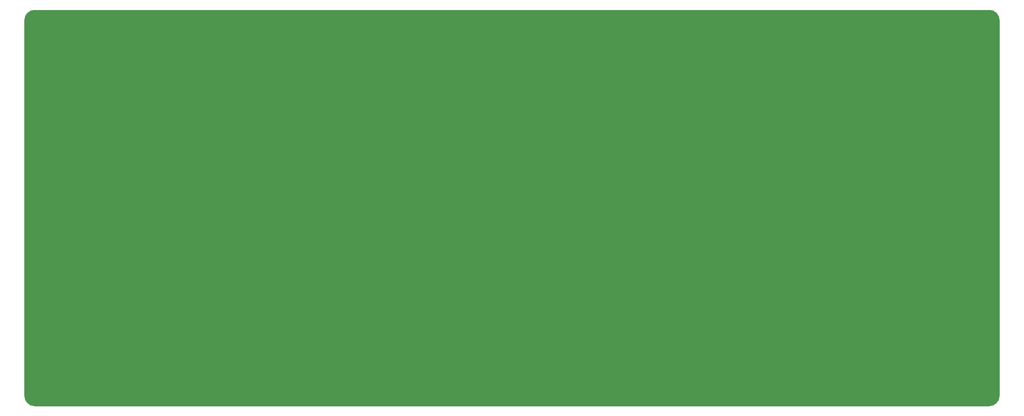
<source format=gbr>
G04 DipTrace 3.0.0.1*
G04 Through.gbr*
%MOMM*%
G04 #@! TF.FileFunction,Plated,1,2,PTH,Drill*
G04 #@! TF.Part,Single*
G04 Drill Symbols*
G04 D=0,4 - Cross*
G04 D=4 - X*
%AMOUTLINE1*5,1,6,0,0,0.93094,0.0*%
%AMOUTLINE2*5,1,6,0,0,0.46906,-1E-5.0*%
%ADD11C,0.14*%
%ADD12C,0.076*%
%ADD16C,0.7*%
%ADD17C,4.0*%
%ADD18C,0.9*%
%ADD22OUTLINE1*%
%ADD23OUTLINE2*%
%ADD10C,0.2*%
%FSLAX35Y35*%
G04*
G71*
G90*
G75*
G01*
X17233200Y7304050D2*
D10*
Y7184050D1*
X17173200Y7244050D2*
X17293200D1*
X5915440Y8535670D2*
Y8415670D1*
X5855440Y8475670D2*
X5975440D1*
X5915440Y8400370D2*
Y8280370D1*
X5855440Y8340370D2*
X5975440D1*
X12597270Y3976240D2*
Y3856240D1*
X12537270Y3916240D2*
X12657270D1*
X10708350Y7708450D2*
Y7588450D1*
X10648350Y7648450D2*
X10768350D1*
X15862890Y3016630D2*
Y2896630D1*
X15802890Y2956630D2*
X15922890D1*
X19349650Y5018360D2*
Y4898360D1*
X19289650Y4958360D2*
X19409650D1*
X4433360Y5037520D2*
Y4917520D1*
X4373360Y4977520D2*
X4493360D1*
X8166460Y4717770D2*
Y4597770D1*
X8106460Y4657770D2*
X8226460D1*
X8409980Y4717770D2*
Y4597770D1*
X8349980Y4657770D2*
X8469980D1*
X9335340Y2090300D2*
Y1970300D1*
X9275340Y2030300D2*
X9395340D1*
X9186700Y2090300D2*
Y1970300D1*
X9126700Y2030300D2*
X9246700D1*
X10074660Y1431200D2*
Y1311200D1*
X10014660Y1371200D2*
X10134660D1*
X11224300Y1406200D2*
Y1286200D1*
X11164300Y1346200D2*
X11284300D1*
X8669550Y5346130D2*
Y5226130D1*
X8609550Y5286130D2*
X8729550D1*
X9080420Y5346130D2*
Y5226130D1*
X9020420Y5286130D2*
X9140420D1*
X9080420Y5099860D2*
Y4979860D1*
X9020420Y5039860D2*
X9140420D1*
X1978960Y4746660D2*
Y4626660D1*
X1918960Y4686660D2*
X2038960D1*
X14267130Y1552220D2*
Y1432220D1*
X14207130Y1492220D2*
X14327130D1*
X14064520Y2178770D2*
Y2058770D1*
X14004520Y2118770D2*
X14124520D1*
X19905270Y3341050D2*
Y3221050D1*
X19845270Y3281050D2*
X19965270D1*
X20037140Y1784690D2*
Y1664690D1*
X19977140Y1724690D2*
X20097140D1*
X1898680Y8485690D2*
Y8365690D1*
X1838680Y8425690D2*
X1958680D1*
X8172280Y5322670D2*
Y5202670D1*
X8112280Y5262670D2*
X8232280D1*
X7793110Y7476470D2*
Y7356470D1*
X7733110Y7416470D2*
X7853110D1*
X12091960Y4714050D2*
Y4594050D1*
X12031960Y4654050D2*
X12151960D1*
X8499540Y5416610D2*
Y5296610D1*
X8439540Y5356610D2*
X8559540D1*
X4445820Y2966430D2*
Y2846430D1*
X4385820Y2906430D2*
X4505820D1*
X7902530Y5322300D2*
Y5202300D1*
X7842530Y5262300D2*
X7962530D1*
X16090130Y8645320D2*
Y8525320D1*
X16030130Y8585320D2*
X16150130D1*
X14064520Y2320140D2*
Y2200140D1*
X14004520Y2260140D2*
X14124520D1*
X16179730Y7564740D2*
Y7444740D1*
X16119730Y7504740D2*
X16239730D1*
X16969980Y8625380D2*
Y8505380D1*
X16909980Y8565380D2*
X17029980D1*
X2054510Y4161800D2*
Y4041800D1*
X1994510Y4101800D2*
X2114510D1*
X7806630Y7345650D2*
Y7225650D1*
X7746630Y7285650D2*
X7866630D1*
X17113210Y8625380D2*
Y8505380D1*
X17053210Y8565380D2*
X17173210D1*
X17126380Y7824550D2*
Y7704550D1*
X17066380Y7764550D2*
X17186380D1*
X4433360Y3876030D2*
Y3756030D1*
X4373360Y3816030D2*
X4493360D1*
X11445540Y7230640D2*
Y7110640D1*
X11385540Y7170640D2*
X11505540D1*
X18693030Y4433830D2*
Y4313830D1*
X18633030Y4373830D2*
X18753030D1*
X16148210Y3016630D2*
Y2896630D1*
X16088210Y2956630D2*
X16208210D1*
X2175370Y7164610D2*
Y7044610D1*
X2115370Y7104610D2*
X2235370D1*
X16549270Y4488990D2*
Y4368990D1*
X16489270Y4428990D2*
X16609270D1*
X18766210Y3485800D2*
Y3365800D1*
X18706210Y3425800D2*
X18826210D1*
X8166460Y4869430D2*
Y4749430D1*
X8106460Y4809430D2*
X8226460D1*
X4887320Y3449180D2*
Y3329180D1*
X4827320Y3389180D2*
X4947320D1*
X9906230Y4169780D2*
Y4049780D1*
X9846230Y4109780D2*
X9966230D1*
X9906230Y4542990D2*
Y4422990D1*
X9846230Y4482990D2*
X9966230D1*
X15986340Y3641480D2*
Y3521480D1*
X15926340Y3581480D2*
X16046340D1*
X15986340Y3467550D2*
Y3347550D1*
X15926340Y3407550D2*
X16046340D1*
X19307820Y5371490D2*
Y5251490D1*
X19247820Y5311490D2*
X19367820D1*
X19307820Y7023820D2*
Y6903820D1*
X19247820Y6963820D2*
X19367820D1*
X19170030Y7023820D2*
Y6903820D1*
X19110030Y6963820D2*
X19230030D1*
X4877560Y4471930D2*
Y4351930D1*
X4817560Y4411930D2*
X4937560D1*
X5420930Y1381670D2*
Y1261670D1*
X5360930Y1321670D2*
X5480930D1*
X18448650Y7931210D2*
Y7811210D1*
X18388650Y7871210D2*
X18508650D1*
X17270440Y4311410D2*
Y4191410D1*
X17210440Y4251410D2*
X17330440D1*
X17279610Y3219960D2*
Y3099960D1*
X17219610Y3159960D2*
X17339610D1*
X7304470Y1156850D2*
Y1036850D1*
X7244470Y1096850D2*
X7364470D1*
X13134370Y1989610D2*
Y1869610D1*
X13074370Y1929610D2*
X13194370D1*
X13134370Y2344090D2*
Y2224090D1*
X13074370Y2284090D2*
X13194370D1*
X6279870Y2992510D2*
Y2872510D1*
X6219870Y2932510D2*
X6339870D1*
X5954860Y3091310D2*
Y2971310D1*
X5894860Y3031310D2*
X6014860D1*
X6728330Y7710030D2*
Y7590030D1*
X6668330Y7650030D2*
X6788330D1*
X19145130Y8379190D2*
Y8259190D1*
X19085130Y8319190D2*
X19205130D1*
X1533530Y1880070D2*
Y1760070D1*
X1473530Y1820070D2*
X1593530D1*
X19202830Y7932060D2*
Y7812060D1*
X19142830Y7872060D2*
X19262830D1*
X10107360Y2315880D2*
Y2195880D1*
X10047360Y2255880D2*
X10167360D1*
X9528270Y2244990D2*
Y2124990D1*
X9468270Y2184990D2*
X9588270D1*
X19483710Y7460560D2*
Y7340560D1*
X19423710Y7400560D2*
X19543710D1*
X18448650Y7189050D2*
Y7069050D1*
X18388650Y7129050D2*
X18508650D1*
X4796130Y4638720D2*
Y4518720D1*
X4736130Y4578720D2*
X4856130D1*
X17214610Y3403020D2*
Y3283020D1*
X17154610Y3343020D2*
X17274610D1*
X6084880Y4769230D2*
Y4649230D1*
X6024880Y4709230D2*
X6144880D1*
X4314230Y4758650D2*
Y4638650D1*
X4254230Y4698650D2*
X4374230D1*
X19177820Y7460560D2*
Y7340560D1*
X19117820Y7400560D2*
X19237820D1*
X6115310Y5378140D2*
Y5258140D1*
X6055310Y5318140D2*
X6175310D1*
X4877560Y4103600D2*
Y3983600D1*
X4817560Y4043600D2*
X4937560D1*
X15470020Y4587980D2*
Y4467980D1*
X15410020Y4527980D2*
X15530020D1*
X15955790Y4769570D2*
Y4649570D1*
X15895790Y4709570D2*
X16015790D1*
X11439770Y5161500D2*
Y5041500D1*
X11379770Y5101500D2*
X11499770D1*
X11768480Y5161500D2*
Y5041500D1*
X11708480Y5101500D2*
X11828480D1*
X3836190Y3141580D2*
Y3021580D1*
X3776190Y3081580D2*
X3896190D1*
X16155550Y4445380D2*
Y4325380D1*
X16095550Y4385380D2*
X16215550D1*
X16155550Y4582190D2*
Y4462190D1*
X16095550Y4522190D2*
X16215550D1*
X12626220Y7420110D2*
Y7300110D1*
X12566220Y7360110D2*
X12686220D1*
X1376680Y2742680D2*
Y2622680D1*
X1316680Y2682680D2*
X1436680D1*
X1376680Y6519570D2*
Y6399570D1*
X1316680Y6459570D2*
X1436680D1*
X17313270Y2049420D2*
Y1929420D1*
X17253270Y1989420D2*
X17373270D1*
X17293550Y2937340D2*
Y2817340D1*
X17233550Y2877340D2*
X17353550D1*
X17211950Y3096760D2*
Y2976760D1*
X17151950Y3036760D2*
X17271950D1*
X19145120Y5541900D2*
Y5421900D1*
X19085120Y5481900D2*
X19205120D1*
X18983190Y8012310D2*
Y7892310D1*
X18923190Y7952310D2*
X19043190D1*
X11301470Y7221180D2*
Y7101180D1*
X11241470Y7161180D2*
X11361470D1*
X2129070Y2597030D2*
Y2477030D1*
X2069070Y2537030D2*
X2189070D1*
X19080030Y6983820D2*
Y6863820D1*
X19020030Y6923820D2*
X19140030D1*
X11281800Y8380370D2*
Y8260370D1*
X11221800Y8320370D2*
X11341800D1*
X15060320Y7201960D2*
Y7081960D1*
X15000320Y7141960D2*
X15120320D1*
X17399190Y8016450D2*
Y7896450D1*
X17339190Y7956450D2*
X17459190D1*
X17574680Y8016450D2*
Y7896450D1*
X17514680Y7956450D2*
X17634680D1*
X3513440Y4152700D2*
Y4032700D1*
X3453440Y4092700D2*
X3573440D1*
X2249650Y3996850D2*
Y3876850D1*
X2189650Y3936850D2*
X2309650D1*
X12206290Y7679560D2*
Y7559560D1*
X12146290Y7619560D2*
X12266290D1*
X18478600Y1876930D2*
Y1756930D1*
X18418600Y1816930D2*
X18538600D1*
X17609350Y1876930D2*
Y1756930D1*
X17549350Y1816930D2*
X17669350D1*
X14461440Y8813960D2*
Y8693960D1*
X14401440Y8753960D2*
X14521440D1*
X3199930Y4076250D2*
Y3956250D1*
X3139930Y4016250D2*
X3259930D1*
X2711320Y4076250D2*
Y3956250D1*
X2651320Y4016250D2*
X2771320D1*
X2711320Y3759670D2*
Y3639670D1*
X2651320Y3699670D2*
X2771320D1*
X2446890Y3759670D2*
Y3639670D1*
X2386890Y3699670D2*
X2506890D1*
X8344980Y4581810D2*
Y4461810D1*
X8284980Y4521810D2*
X8404980D1*
X16637780Y8391910D2*
Y8271910D1*
X16577780Y8331910D2*
X16697780D1*
X15461100Y8453150D2*
Y8333150D1*
X15401100Y8393150D2*
X15521100D1*
X16637780Y7863560D2*
Y7743560D1*
X16577780Y7803560D2*
X16697780D1*
X14022030Y7831420D2*
Y7711420D1*
X13962030Y7771420D2*
X14082030D1*
X14121700Y8271970D2*
Y8151970D1*
X14061700Y8211970D2*
X14181700D1*
X7389170Y4352290D2*
Y4232290D1*
X7329170Y4292290D2*
X7449170D1*
X7389170Y4488210D2*
Y4368210D1*
X7329170Y4428210D2*
X7449170D1*
X3423433Y4193950D2*
Y4073950D1*
X3363433Y4133950D2*
X3483433D1*
X16155550Y4769570D2*
Y4649570D1*
X16095550Y4709570D2*
X16215550D1*
X14265460Y8271970D2*
Y8151970D1*
X14205460Y8211970D2*
X14325460D1*
X16637780Y8126650D2*
Y8006650D1*
X16577780Y8066650D2*
X16697780D1*
X14742350Y5122080D2*
Y5002080D1*
X14682350Y5062080D2*
X14802350D1*
X11860740Y4438410D2*
Y4318410D1*
X11800740Y4378410D2*
X11920740D1*
X17029790Y4685470D2*
Y4565470D1*
X16969790Y4625470D2*
X17089790D1*
X8344980Y4867470D2*
Y4747470D1*
X8284980Y4807470D2*
X8404980D1*
X3779280Y4176250D2*
Y4056250D1*
X3719280Y4116250D2*
X3839280D1*
X14717340Y4447050D2*
Y4327050D1*
X14657340Y4387050D2*
X14777340D1*
X14276940Y4956570D2*
Y4836570D1*
X14216940Y4896570D2*
X14336940D1*
X12619090Y7651180D2*
Y7531180D1*
X12559090Y7591180D2*
X12679090D1*
X12619080Y7521180D2*
Y7401180D1*
X12559080Y7461180D2*
X12679080D1*
X14259520Y2308770D2*
Y2188770D1*
X14199520Y2248770D2*
X14319520D1*
X14454520Y2308770D2*
Y2188770D1*
X14394520Y2248770D2*
X14514520D1*
X2828680Y5905730D2*
Y5785730D1*
X2768680Y5845730D2*
X2888680D1*
X15898070Y7446200D2*
Y7326200D1*
X15838070Y7386200D2*
X15958070D1*
X6659800Y7864470D2*
Y7744470D1*
X6599800Y7804470D2*
X6719800D1*
X7265250Y1782140D2*
Y1662140D1*
X7205250Y1722140D2*
X7325250D1*
X18774080Y1742570D2*
Y1622570D1*
X18714080Y1682570D2*
X18834080D1*
X14349520Y1707290D2*
Y1587290D1*
X14289520Y1647290D2*
X14409520D1*
X8931780Y1381670D2*
Y1261670D1*
X8871780Y1321670D2*
X8991780D1*
X2759160Y7073000D2*
Y6953000D1*
X2699160Y7013000D2*
X2819160D1*
X10953880Y5071490D2*
Y4951490D1*
X10893880Y5011490D2*
X11013880D1*
X10176970Y5377180D2*
Y5257180D1*
X10116970Y5317180D2*
X10236970D1*
X17192080Y2638960D2*
Y2518960D1*
X17132080Y2578960D2*
X17252080D1*
X13821250Y7795700D2*
Y7675700D1*
X13761250Y7735700D2*
X13881250D1*
X10031970Y5377180D2*
Y5257180D1*
X9971970Y5317180D2*
X10091970D1*
X9095630Y2148150D2*
Y2028150D1*
X9035630Y2088150D2*
X9155630D1*
X8996780Y1889990D2*
Y1769990D1*
X8936780Y1829990D2*
X9056780D1*
X19242820Y5702290D2*
Y5582290D1*
X19182820Y5642290D2*
X19302820D1*
X17035440Y1350240D2*
Y1230240D1*
X16975440Y1290240D2*
X17095440D1*
X16012190Y1299900D2*
Y1179900D1*
X15952190Y1239900D2*
X16072190D1*
X13823330Y1131670D2*
Y1011670D1*
X13763330Y1071670D2*
X13883330D1*
X13823330Y1341670D2*
Y1221670D1*
X13763330Y1281670D2*
X13883330D1*
X13848330Y1707290D2*
Y1587290D1*
X13788330Y1647290D2*
X13908330D1*
X14169520Y1707290D2*
Y1587290D1*
X14109520Y1647290D2*
X14229520D1*
X15203110Y8297140D2*
Y8177140D1*
X15143110Y8237140D2*
X15263110D1*
X11008950Y1291680D2*
Y1171680D1*
X10948950Y1231680D2*
X11068950D1*
X11108780Y4114520D2*
Y3994520D1*
X11048780Y4054520D2*
X11168780D1*
X17931330Y8613190D2*
Y8493190D1*
X17871330Y8553190D2*
X17991330D1*
X2828680Y6512230D2*
Y6392230D1*
X2768680Y6452230D2*
X2888680D1*
X14284640Y4842910D2*
Y4722910D1*
X14224640Y4782910D2*
X14344640D1*
X6564520Y7506810D2*
Y7386810D1*
X6504520Y7446810D2*
X6624520D1*
X19242820Y5892710D2*
Y5772710D1*
X19182820Y5832710D2*
X19302820D1*
X7265250Y1494200D2*
Y1374200D1*
X7205250Y1434200D2*
X7325250D1*
X8996780Y1545260D2*
Y1425260D1*
X8936780Y1485260D2*
X9056780D1*
X3019440Y7647770D2*
Y7527770D1*
X2959440Y7587770D2*
X3079440D1*
X10110610Y7867570D2*
Y7747570D1*
X10050610Y7807570D2*
X10170610D1*
X6450400Y4436190D2*
Y4316190D1*
X6390400Y4376190D2*
X6510400D1*
X14121930Y4575300D2*
Y4455300D1*
X14061930Y4515300D2*
X14181930D1*
X17070440Y1985950D2*
Y1865950D1*
X17010440Y1925950D2*
X17130440D1*
X18778040Y5075400D2*
Y4955400D1*
X18718040Y5015400D2*
X18838040D1*
X18778040Y5436490D2*
Y5316490D1*
X18718040Y5376490D2*
X18838040D1*
X2647680Y3675440D2*
Y3555440D1*
X2587680Y3615440D2*
X2707680D1*
X3439690Y7455290D2*
Y7335290D1*
X3379690Y7395290D2*
X3499690D1*
X16929770Y3329470D2*
Y3209470D1*
X16869770Y3269470D2*
X16989770D1*
X16471640Y3172340D2*
Y3052340D1*
X16411640Y3112340D2*
X16531640D1*
X2647680Y3073200D2*
Y2953200D1*
X2587680Y3013200D2*
X2707680D1*
X4184230Y4321480D2*
Y4201480D1*
X4124230Y4261480D2*
X4244230D1*
X16849610Y5246450D2*
Y5126450D1*
X16789610Y5186450D2*
X16909610D1*
X2363960Y3073200D2*
Y2953200D1*
X2303960Y3013200D2*
X2423960D1*
X11437410Y4383540D2*
Y4263540D1*
X11377410Y4323540D2*
X11497410D1*
X2647680Y3204370D2*
Y3084370D1*
X2587680Y3144370D2*
X2707680D1*
X11517390Y8049910D2*
Y7929910D1*
X11457390Y7989910D2*
X11577390D1*
X12058620Y8179900D2*
Y8059900D1*
X11998620Y8119900D2*
X12118620D1*
X1905960Y6715210D2*
Y6595210D1*
X1845960Y6655210D2*
X1965960D1*
X1692590Y8176130D2*
Y8056130D1*
X1632590Y8116130D2*
X1752590D1*
X11696060Y1641020D2*
Y1521020D1*
X11636060Y1581020D2*
X11756060D1*
X4264410Y3141330D2*
Y3021330D1*
X4204410Y3081330D2*
X4324410D1*
X3225920Y1381670D2*
Y1261670D1*
X3165920Y1321670D2*
X3285920D1*
X20238190Y2153610D2*
Y2033610D1*
X20178190Y2093610D2*
X20298190D1*
X20238190Y1586250D2*
Y1466250D1*
X20178190Y1526250D2*
X20298190D1*
X12262350Y2219080D2*
Y2099080D1*
X12202350Y2159080D2*
X12322350D1*
X5959210Y4010070D2*
Y3890070D1*
X5899210Y3950070D2*
X6019210D1*
X18153600Y2238790D2*
Y2118790D1*
X18093600Y2178790D2*
X18213600D1*
X18088530Y2600010D2*
Y2480010D1*
X18028530Y2540010D2*
X18148530D1*
X15781410Y2740530D2*
Y2620530D1*
X15721410Y2680530D2*
X15841410D1*
X15781410Y2475980D2*
Y2355980D1*
X15721410Y2415980D2*
X15841410D1*
X4201010Y3758380D2*
Y3638380D1*
X4141010Y3698380D2*
X4261010D1*
X4201010Y3282860D2*
Y3162860D1*
X4141010Y3222860D2*
X4261010D1*
X5801110Y4969800D2*
Y4849800D1*
X5741110Y4909800D2*
X5861110D1*
X16929770Y3603530D2*
Y3483530D1*
X16869770Y3543530D2*
X16989770D1*
X11628090Y3160750D2*
Y3040750D1*
X11568090Y3100750D2*
X11688090D1*
X1917010Y4136800D2*
Y4016800D1*
X1857010Y4076800D2*
X1977010D1*
X5801110Y4010070D2*
Y3890070D1*
X5741110Y3950070D2*
X5861110D1*
X7259170Y4804790D2*
Y4684790D1*
X7199170Y4744790D2*
X7319170D1*
X1905960Y6021650D2*
Y5901650D1*
X1845960Y5961650D2*
X1965960D1*
X11104320Y4917690D2*
Y4797690D1*
X11044320Y4857690D2*
X11164320D1*
X16332060Y5116460D2*
Y4996460D1*
X16272060Y5056460D2*
X16392060D1*
X16096090Y5157090D2*
Y5037090D1*
X16036090Y5097090D2*
X16156090D1*
X17831890Y7457280D2*
Y7337280D1*
X17771890Y7397280D2*
X17891890D1*
X16914900Y3199460D2*
Y3079460D1*
X16854900Y3139460D2*
X16974900D1*
X15370600Y8032610D2*
Y7912610D1*
X15310600Y7972610D2*
X15430600D1*
X15571930Y8032610D2*
Y7912610D1*
X15511930Y7972610D2*
X15631930D1*
X16702780Y8326910D2*
Y8206910D1*
X16642780Y8266910D2*
X16762780D1*
X9654450Y5111110D2*
Y4991110D1*
X9594450Y5051110D2*
X9714450D1*
X10318920Y1706020D2*
Y1586020D1*
X10258920Y1646020D2*
X10378920D1*
X11541060Y1706020D2*
Y1586020D1*
X11481060Y1646020D2*
X11601060D1*
X11764280Y1326680D2*
Y1206680D1*
X11704280Y1266680D2*
X11824280D1*
X2723680Y5281270D2*
Y5161270D1*
X2663680Y5221270D2*
X2783680D1*
X15264380Y1658430D2*
Y1538430D1*
X15204380Y1598430D2*
X15324380D1*
X1674140Y7920510D2*
Y7800510D1*
X1614140Y7860510D2*
X1734140D1*
X1895760Y6959360D2*
Y6839360D1*
X1835760Y6899360D2*
X1955760D1*
X19314300Y8649770D2*
Y8529770D1*
X19254300Y8589770D2*
X19374300D1*
X3692850Y5311260D2*
Y5191260D1*
X3632850Y5251260D2*
X3752850D1*
X10188290Y2053670D2*
Y1933670D1*
X10128290Y1993670D2*
X10248290D1*
X2723680Y6780210D2*
Y6660210D1*
X2663680Y6720210D2*
X2783680D1*
X2737670Y2463150D2*
Y2343150D1*
X2677670Y2403150D2*
X2797670D1*
X16995450Y4946020D2*
Y4826020D1*
X16935450Y4886020D2*
X17055450D1*
X12209820Y1543170D2*
Y1423170D1*
X12149820Y1483170D2*
X12269820D1*
X20243440Y6336530D2*
Y6216530D1*
X20183440Y6276530D2*
X20303440D1*
X20207860Y6588030D2*
Y6468030D1*
X20147860Y6528030D2*
X20267860D1*
X16939610Y5324920D2*
Y5204920D1*
X16879610Y5264920D2*
X16999610D1*
X3692850Y5533890D2*
Y5413890D1*
X3632850Y5473890D2*
X3752850D1*
X6280400Y5091320D2*
Y4971320D1*
X6220400Y5031320D2*
X6340400D1*
X14104510Y1552300D2*
Y1432300D1*
X14044510Y1492300D2*
X14164510D1*
X15028620Y5091250D2*
Y4971250D1*
X14968620Y5031250D2*
X15088620D1*
X20207860Y7038020D2*
Y6918020D1*
X20147860Y6978020D2*
X20267860D1*
X2737670Y3581760D2*
Y3461760D1*
X2677670Y3521760D2*
X2797670D1*
X4705700Y1276680D2*
Y1156680D1*
X4645700Y1216680D2*
X4765700D1*
X5071770Y1276680D2*
Y1156680D1*
X5011770Y1216680D2*
X5131770D1*
X11017520Y5136490D2*
Y5016490D1*
X10957520Y5076490D2*
X11077520D1*
X15701050Y4708900D2*
Y4588900D1*
X15641050Y4648900D2*
X15761050D1*
X15965060Y4516660D2*
Y4396660D1*
X15905060Y4456660D2*
X16025060D1*
X20153110Y4821130D2*
Y4701130D1*
X20093110Y4761130D2*
X20213110D1*
X2102470Y8085970D2*
Y7965970D1*
X2042470Y8025970D2*
X2162470D1*
X16669480Y2361140D2*
Y2241140D1*
X16609480Y2301140D2*
X16729480D1*
X17625380Y2006930D2*
Y1886930D1*
X17565380Y1946930D2*
X17685380D1*
X16879420Y8573300D2*
Y8453300D1*
X16819420Y8513300D2*
X16939420D1*
X16450040Y1778900D2*
Y1658900D1*
X16390040Y1718900D2*
X16510040D1*
X16330510Y2166140D2*
Y2046140D1*
X16270510Y2106140D2*
X16390510D1*
X8294400Y1638510D2*
Y1518510D1*
X8234400Y1578510D2*
X8354400D1*
X7895570Y1671890D2*
Y1551890D1*
X7835570Y1611890D2*
X7955570D1*
X7729230Y1671890D2*
Y1551890D1*
X7669230Y1611890D2*
X7789230D1*
X6542680Y1366680D2*
Y1246680D1*
X6482680Y1306680D2*
X6602680D1*
X15764420Y2345980D2*
Y2225980D1*
X15704420Y2285980D2*
X15824420D1*
X12870520Y5201660D2*
Y5081660D1*
X12810520Y5141660D2*
X12930520D1*
X19261350Y4517750D2*
Y4397750D1*
X19201350Y4457750D2*
X19321350D1*
X2850820Y1591670D2*
Y1471670D1*
X2790820Y1531670D2*
X2910820D1*
X15440690Y2345980D2*
Y2225980D1*
X15380690Y2285980D2*
X15500690D1*
X13598440Y7901340D2*
Y7781340D1*
X13538440Y7841340D2*
X13658440D1*
X19375240Y1652440D2*
Y1532440D1*
X19315240Y1592440D2*
X19435240D1*
X19375240Y1811930D2*
Y1691930D1*
X19315240Y1751930D2*
X19435240D1*
X19065530Y1811930D2*
Y1691930D1*
X19005530Y1751930D2*
X19125530D1*
X6929350Y5526680D2*
Y5406680D1*
X6869350Y5466680D2*
X6989350D1*
X19294120Y3935360D2*
Y3815360D1*
X19234120Y3875360D2*
X19354120D1*
X14211940Y4640300D2*
Y4520300D1*
X14151940Y4580300D2*
X14271940D1*
X20065930Y6053970D2*
Y5933970D1*
X20005930Y5993970D2*
X20125930D1*
X7753410Y7712460D2*
Y7592460D1*
X7693410Y7652460D2*
X7813410D1*
X7075170Y3075430D2*
Y2955430D1*
X7015170Y3015430D2*
X7135170D1*
X15184520Y4693410D2*
Y4573410D1*
X15124520Y4633410D2*
X15244520D1*
X10595380Y7281060D2*
Y7161060D1*
X10535380Y7221060D2*
X10655380D1*
X15184520Y4511150D2*
Y4391150D1*
X15124520Y4451150D2*
X15244520D1*
X2372020Y4876670D2*
Y4756670D1*
X2312020Y4816670D2*
X2432020D1*
X6699960Y1877160D2*
Y1757160D1*
X6639960Y1817160D2*
X6759960D1*
X15204490Y4061470D2*
Y3941470D1*
X15144490Y4001470D2*
X15264490D1*
X13307260Y5306680D2*
Y5186680D1*
X13247260Y5246680D2*
X13367260D1*
X13556960Y5224480D2*
Y5104480D1*
X13496960Y5164480D2*
X13616960D1*
X3524500Y4036250D2*
Y3916250D1*
X3464500Y3976250D2*
X3584500D1*
X14675390Y7317220D2*
Y7197220D1*
X14615390Y7257220D2*
X14735390D1*
X19080120Y6087710D2*
Y5967710D1*
X19020120Y6027710D2*
X19140120D1*
X14438980Y7316250D2*
Y7196250D1*
X14378980Y7256250D2*
X14498980D1*
X20292410Y4447630D2*
Y4327630D1*
X20232410Y4387630D2*
X20352410D1*
X18888030Y4220440D2*
Y4100440D1*
X18828030Y4160440D2*
X18948030D1*
X19481350Y3803700D2*
Y3683700D1*
X19421350Y3743700D2*
X19541350D1*
X20167510Y3455890D2*
Y3335890D1*
X20107510Y3395890D2*
X20227510D1*
X1071670Y7560480D2*
Y7440480D1*
X1011670Y7500480D2*
X1131670D1*
X5043980Y3948220D2*
Y3828220D1*
X4983980Y3888220D2*
X5103980D1*
X5135360Y2721530D2*
Y2601530D1*
X5075360Y2661530D2*
X5195360D1*
X6593990Y3066320D2*
Y2946320D1*
X6533990Y3006320D2*
X6653990D1*
X17353270Y1906330D2*
Y1786330D1*
X17293270Y1846330D2*
X17413270D1*
X14712560Y1682300D2*
Y1562300D1*
X14652560Y1622300D2*
X14772560D1*
X15841600Y1472290D2*
Y1352290D1*
X15781600Y1412290D2*
X15901600D1*
X3413680Y1566670D2*
Y1446670D1*
X3353680Y1506670D2*
X3473680D1*
X16383950Y7928560D2*
Y7808560D1*
X16323950Y7868560D2*
X16443950D1*
X1608430Y3710190D2*
Y3590190D1*
X1548430Y3650190D2*
X1668430D1*
X19080120Y6478100D2*
Y6358100D1*
X19020120Y6418100D2*
X19140120D1*
X19481350Y3663700D2*
Y3543700D1*
X19421350Y3603700D2*
X19541350D1*
X4707770Y8783120D2*
Y8663120D1*
X4647770Y8723120D2*
X4767770D1*
X8305770Y8471130D2*
Y8351130D1*
X8245770Y8411130D2*
X8365770D1*
X17109310Y1717560D2*
Y1597560D1*
X17049310Y1657560D2*
X17169310D1*
X18409970Y4498830D2*
Y4378830D1*
X18349970Y4438830D2*
X18469970D1*
X17288950Y4127510D2*
Y4007510D1*
X17228950Y4067510D2*
X17348950D1*
X1298070Y7560480D2*
Y7440480D1*
X1238070Y7500480D2*
X1358070D1*
X20075270Y4112450D2*
Y3992450D1*
X20015270Y4052450D2*
X20135270D1*
X18888030Y4509060D2*
Y4389060D1*
X18828030Y4449060D2*
X18948030D1*
X14995320Y7317220D2*
Y7197220D1*
X14935320Y7257220D2*
X15055320D1*
X19481350Y4106280D2*
Y3986280D1*
X19421350Y4046280D2*
X19541350D1*
X4470580Y8783120D2*
Y8663120D1*
X4410580Y8723120D2*
X4530580D1*
X1608430Y3131920D2*
Y3011920D1*
X1548430Y3071920D2*
X1668430D1*
X16383950Y7370160D2*
Y7250160D1*
X16323950Y7310160D2*
X16443950D1*
X7426590Y8322790D2*
Y8202790D1*
X7366590Y8262790D2*
X7486590D1*
X3269270Y3491510D2*
Y3371510D1*
X3209270Y3431510D2*
X3329270D1*
X16584280Y4127510D2*
Y4007510D1*
X16524280Y4067510D2*
X16644280D1*
X19080120Y6238180D2*
Y6118180D1*
X19020120Y6178180D2*
X19140120D1*
X18031380Y3226620D2*
Y3106620D1*
X17971380Y3166620D2*
X18091380D1*
X15592150Y7334760D2*
Y7214760D1*
X15532150Y7274760D2*
X15652150D1*
X2579580Y8305740D2*
Y8185740D1*
X2519580Y8245740D2*
X2639580D1*
X18603090Y5334200D2*
Y5214200D1*
X18543090Y5274200D2*
X18663090D1*
X19635510Y8338060D2*
Y8218060D1*
X19575510Y8278060D2*
X19695510D1*
X14374540Y4313930D2*
Y4193930D1*
X14314540Y4253930D2*
X14434540D1*
X15861030Y7841880D2*
Y7721880D1*
X15801030Y7781880D2*
X15921030D1*
X6055440Y8422580D2*
Y8302580D1*
X5995440Y8362580D2*
X6115440D1*
X6055440Y7995860D2*
Y7875860D1*
X5995440Y7935860D2*
X6115440D1*
X6765240Y7394750D2*
Y7274750D1*
X6705240Y7334750D2*
X6825240D1*
X12485480Y1673620D2*
Y1553620D1*
X12425480Y1613620D2*
X12545480D1*
X11961960Y4844050D2*
Y4724050D1*
X11901960Y4784050D2*
X12021960D1*
X18603090Y5238490D2*
Y5118490D1*
X18543090Y5178490D2*
X18663090D1*
X8082280Y5297300D2*
Y5177300D1*
X8022280Y5237300D2*
X8142280D1*
X8343470Y5506040D2*
Y5386040D1*
X8283470Y5446040D2*
X8403470D1*
X20126730Y8114610D2*
Y7994610D1*
X20066730Y8054610D2*
X20186730D1*
X19635510Y8154190D2*
Y8034190D1*
X19575510Y8094190D2*
X19695510D1*
X13913330Y1341670D2*
Y1221670D1*
X13853330Y1281670D2*
X13973330D1*
X3491570Y8128610D2*
Y8008610D1*
X3431570Y8068610D2*
X3551570D1*
X14192590Y2014060D2*
Y1894060D1*
X14132590Y1954060D2*
X14252590D1*
X17899960Y7801200D2*
Y7681200D1*
X17839960Y7741200D2*
X17959960D1*
X3917010Y5293200D2*
Y5173200D1*
X3857010Y5233200D2*
X3977010D1*
X13147240Y4839050D2*
Y4719050D1*
X13087240Y4779050D2*
X13207240D1*
X2681620Y7899740D2*
Y7779740D1*
X2621620Y7839740D2*
X2741620D1*
X15592150Y7833830D2*
Y7713830D1*
X15532150Y7773830D2*
X15652150D1*
X17426510Y8389220D2*
Y8269220D1*
X17366510Y8329220D2*
X17486510D1*
X8779910Y8669160D2*
Y8549160D1*
X8719910Y8609160D2*
X8839910D1*
X13469390Y2279090D2*
Y2159090D1*
X13409390Y2219090D2*
X13529390D1*
X13469390Y1775590D2*
Y1655590D1*
X13409390Y1715590D2*
X13529390D1*
X2709570Y8204860D2*
Y8084860D1*
X2649570Y8144860D2*
X2769570D1*
X18084220Y8158440D2*
Y8038440D1*
X18024220Y8098440D2*
X18144220D1*
X8247060Y3153330D2*
Y3033330D1*
X8187060Y3093330D2*
X8307060D1*
X11821890Y1631140D2*
Y1511140D1*
X11761890Y1571140D2*
X11881890D1*
X18788190Y7805390D2*
Y7685390D1*
X18728190Y7745390D2*
X18848190D1*
X18788190Y8136740D2*
Y8016740D1*
X18728190Y8076740D2*
X18848190D1*
X9219360Y5139860D2*
Y5019860D1*
X9159360Y5079860D2*
X9279360D1*
X9219360Y4833480D2*
Y4713480D1*
X9159360Y4773480D2*
X9279360D1*
X6895810Y1467230D2*
Y1347230D1*
X6835810Y1407230D2*
X6955810D1*
X6745780Y1418890D2*
Y1298890D1*
X6685780Y1358890D2*
X6805780D1*
X5006770Y1403170D2*
Y1283170D1*
X4946770Y1343170D2*
X5066770D1*
X13808420Y4262570D2*
Y4142570D1*
X13748420Y4202570D2*
X13868420D1*
X13808420Y4130650D2*
Y4010650D1*
X13748420Y4070650D2*
X13868420D1*
X18823030Y4572700D2*
Y4452700D1*
X18763030Y4512700D2*
X18883030D1*
X17801280Y2163800D2*
Y2043800D1*
X17741280Y2103800D2*
X17861280D1*
X5444170Y7854130D2*
Y7734130D1*
X5384170Y7794130D2*
X5504170D1*
X14817800Y2026800D2*
Y1906800D1*
X14757800Y1966800D2*
X14877800D1*
X14623880Y2026800D2*
Y1906800D1*
X14563880Y1966800D2*
X14683880D1*
X14434850Y2038710D2*
Y1918710D1*
X14374850Y1978710D2*
X14494850D1*
X7112080Y1650490D2*
Y1530490D1*
X7052080Y1590490D2*
X7172080D1*
X18125860Y4497950D2*
Y4377950D1*
X18065860Y4437950D2*
X18185860D1*
X16510510Y2205950D2*
Y2085950D1*
X16450510Y2145950D2*
X16570510D1*
X17819330Y5141020D2*
Y5021020D1*
X17759330Y5081020D2*
X17879330D1*
X17819330Y4580470D2*
Y4460470D1*
X17759330Y4520470D2*
X17879330D1*
X2565960Y8435740D2*
Y8315740D1*
X2505960Y8375740D2*
X2625960D1*
X2839700Y8688720D2*
Y8568720D1*
X2779700Y8628720D2*
X2899700D1*
X5311980Y8311380D2*
Y8191380D1*
X5251980Y8251380D2*
X5371980D1*
X10397270Y5208560D2*
Y5088560D1*
X10337270Y5148560D2*
X10457270D1*
X10567830Y5298610D2*
Y5178610D1*
X10507830Y5238610D2*
X10627830D1*
X13886250Y8332160D2*
Y8212160D1*
X13826250Y8272160D2*
X13946250D1*
X2488060Y3523020D2*
Y3403020D1*
X2428060Y3463020D2*
X2548060D1*
X19440720Y6620370D2*
Y6500370D1*
X19380720Y6560370D2*
X19500720D1*
X19818690Y4990510D2*
Y4870510D1*
X19758690Y4930510D2*
X19878690D1*
X19818690Y4853620D2*
Y4733620D1*
X19758690Y4793620D2*
X19878690D1*
X12141290Y7178460D2*
Y7058460D1*
X12081290Y7118460D2*
X12201290D1*
X7279380Y7761630D2*
Y7641630D1*
X7219380Y7701630D2*
X7339380D1*
X7971630Y7483240D2*
Y7363240D1*
X7911630Y7423240D2*
X8031630D1*
X5478630Y3863800D2*
Y3743800D1*
X5418630Y3803800D2*
X5538630D1*
X5478630Y4533960D2*
Y4413960D1*
X5418630Y4473960D2*
X5538630D1*
X7361440Y7323030D2*
Y7203030D1*
X7301440Y7263030D2*
X7421440D1*
X5925520Y7226700D2*
Y7106700D1*
X5865520Y7166700D2*
X5985520D1*
X12011300Y7984910D2*
Y7864910D1*
X11951300Y7924910D2*
X12071300D1*
X15246460Y2019280D2*
Y1899280D1*
X15186460Y1959280D2*
X15306460D1*
X15246460Y1793490D2*
Y1673490D1*
X15186460Y1733490D2*
X15306460D1*
X15604850Y1793490D2*
Y1673490D1*
X15544850Y1733490D2*
X15664850D1*
X15896600Y1793490D2*
Y1673490D1*
X15836600Y1733490D2*
X15956600D1*
X5465690Y7176700D2*
Y7056700D1*
X5405690Y7116700D2*
X5525690D1*
X3307060Y1650790D2*
Y1530790D1*
X3247060Y1590790D2*
X3367060D1*
X5949500Y4834230D2*
Y4714230D1*
X5889500Y4774230D2*
X6009500D1*
X19920460Y7590560D2*
Y7470560D1*
X19860460Y7530560D2*
X19980460D1*
X6965170Y4109050D2*
Y3989050D1*
X6905170Y4049050D2*
X7025170D1*
X17851630Y4063530D2*
Y3943530D1*
X17791630Y4003530D2*
X17911630D1*
X19896680Y4788620D2*
Y4668620D1*
X19836680Y4728620D2*
X19956680D1*
X12011300Y7665950D2*
Y7545950D1*
X11951300Y7605950D2*
X12071300D1*
X11129580Y7586610D2*
Y7466610D1*
X11069580Y7526610D2*
X11189580D1*
X17851630Y3537790D2*
Y3417790D1*
X17791630Y3477790D2*
X17911630D1*
X4789840Y5102520D2*
Y4982520D1*
X4729840Y5042520D2*
X4849840D1*
X5925520Y4533960D2*
Y4413960D1*
X5865520Y4473960D2*
X5985520D1*
X3848300Y1404590D2*
Y1284590D1*
X3788300Y1344590D2*
X3908300D1*
X14265300Y8051990D2*
Y7931990D1*
X14205300Y7991990D2*
X14325300D1*
X6982080Y1715480D2*
Y1595480D1*
X6922080Y1655480D2*
X7042080D1*
X17553020Y5076020D2*
Y4956020D1*
X17493020Y5016020D2*
X17613020D1*
X6514030Y8167210D2*
Y8047210D1*
X6454030Y8107210D2*
X6574030D1*
X5984460Y7822480D2*
Y7702480D1*
X5924460Y7762480D2*
X6044460D1*
X16446630Y3755340D2*
Y3635340D1*
X16386630Y3695340D2*
X16506630D1*
X15635690Y3040870D2*
Y2920870D1*
X15575690Y2980870D2*
X15695690D1*
X14757340Y4872910D2*
Y4752910D1*
X14697340Y4812910D2*
X14817340D1*
X4707770Y7459780D2*
Y7339780D1*
X4647770Y7399780D2*
X4767770D1*
X4707770Y8664000D2*
Y8544000D1*
X4647770Y8604000D2*
X4767770D1*
X4347730Y8664000D2*
Y8544000D1*
X4287730Y8604000D2*
X4407730D1*
X3889230Y8648980D2*
Y8528980D1*
X3829230Y8588980D2*
X3949230D1*
X2993670Y8533720D2*
Y8413720D1*
X2933670Y8473720D2*
X3053670D1*
X12483330Y5380680D2*
Y5260680D1*
X12423330Y5320680D2*
X12543330D1*
X8818270Y4243350D2*
Y4123350D1*
X8758270Y4183350D2*
X8878270D1*
X8904970Y4428350D2*
Y4308350D1*
X8844970Y4368350D2*
X8964970D1*
X11901510Y4074030D2*
Y3954030D1*
X11841510Y4014030D2*
X11961510D1*
X19412820Y7760560D2*
Y7640560D1*
X19352820Y7700560D2*
X19472820D1*
X19357830Y8249190D2*
Y8129190D1*
X19297830Y8189190D2*
X19417830D1*
X12221960Y5440730D2*
Y5320730D1*
X12161960Y5380730D2*
X12281960D1*
X1447080Y2677680D2*
Y2557680D1*
X1387080Y2617680D2*
X1507080D1*
X1447080Y5498220D2*
Y5378220D1*
X1387080Y5438220D2*
X1507080D1*
X10316330Y7630850D2*
Y7510850D1*
X10256330Y7570850D2*
X10376330D1*
X10802140Y7471120D2*
Y7351120D1*
X10742140Y7411120D2*
X10862140D1*
X16016020Y7977120D2*
Y7857120D1*
X15956020Y7917120D2*
X16076020D1*
X16662790Y8707250D2*
Y8587250D1*
X16602790Y8647250D2*
X16722790D1*
X1447080Y8863120D2*
Y8743120D1*
X1387080Y8803120D2*
X1507080D1*
X2669600Y8533720D2*
Y8413720D1*
X2609600Y8473720D2*
X2729600D1*
X9064350Y4633000D2*
Y4513000D1*
X9004350Y4573000D2*
X9124350D1*
X14812800Y3033800D2*
Y2913800D1*
X14752800Y2973800D2*
X14872800D1*
X12553830Y5136660D2*
Y5016660D1*
X12493830Y5076660D2*
X12613830D1*
X6982080Y1616660D2*
Y1496660D1*
X6922080Y1556660D2*
X7042080D1*
X17346380Y7654550D2*
Y7534550D1*
X17286380Y7594550D2*
X17406380D1*
X1447080Y6943780D2*
Y6823780D1*
X1387080Y6883780D2*
X1507080D1*
X16446630Y3437330D2*
Y3317330D1*
X16386630Y3377330D2*
X16506630D1*
X11231730Y4446090D2*
Y4326090D1*
X11171730Y4386090D2*
X11291730D1*
X17048210Y7654550D2*
Y7534550D1*
X16988210Y7594550D2*
X17108210D1*
X17558070Y7670290D2*
Y7550290D1*
X17498070Y7610290D2*
X17618070D1*
X6763600Y1789080D2*
Y1669080D1*
X6703600Y1729080D2*
X6823600D1*
X17553020Y4685470D2*
Y4565470D1*
X17493020Y4625470D2*
X17613020D1*
X19131380Y4043300D2*
Y3923300D1*
X19071380Y3983300D2*
X19191380D1*
X11170370Y7391790D2*
Y7271790D1*
X11110370Y7331790D2*
X11230370D1*
X11094300Y1211680D2*
Y1091680D1*
X11034300Y1151680D2*
X11154300D1*
X8747430Y7647460D2*
Y7527460D1*
X8687430Y7587460D2*
X8807430D1*
X12298320Y4131910D2*
Y4011910D1*
X12238320Y4071910D2*
X12358320D1*
X17559400Y7474460D2*
Y7354460D1*
X17499400Y7414460D2*
X17619400D1*
X11094300Y1954830D2*
Y1834830D1*
X11034300Y1894830D2*
X11154300D1*
X5972460Y4381930D2*
Y4261930D1*
X5912460Y4321930D2*
X6032460D1*
X6019870Y4180070D2*
Y4060070D1*
X5959870Y4120070D2*
X6079870D1*
X12209830Y3094460D2*
Y2974460D1*
X12149830Y3034460D2*
X12269830D1*
X14868050Y1574910D2*
Y1454910D1*
X14808050Y1514910D2*
X14928050D1*
X16053280Y4222040D2*
Y4102040D1*
X15993280Y4162040D2*
X16113280D1*
X10140800Y1641790D2*
Y1521790D1*
X10080800Y1581790D2*
X10200800D1*
X10203960Y3932290D2*
Y3812290D1*
X10143960Y3872290D2*
X10263960D1*
X11890540Y7755950D2*
Y7635950D1*
X11830540Y7695950D2*
X11950540D1*
X1769260Y5343320D2*
Y5223320D1*
X1709260Y5283320D2*
X1829260D1*
X1769260Y6810940D2*
Y6690940D1*
X1709260Y6750940D2*
X1829260D1*
X18024050Y3525800D2*
Y3405800D1*
X17964050Y3465800D2*
X18084050D1*
X8440440Y5518610D2*
Y5398610D1*
X8380440Y5458610D2*
X8500440D1*
X20343110Y5354580D2*
Y5234580D1*
X20283110Y5294580D2*
X20403110D1*
X4950960Y3514180D2*
Y3394180D1*
X4890960Y3454180D2*
X5010960D1*
X7903410Y8122860D2*
Y8002860D1*
X7843410Y8062860D2*
X7963410D1*
X1777440Y5161580D2*
Y5041580D1*
X1717440Y5101580D2*
X1837440D1*
X1777440Y4713070D2*
Y4593070D1*
X1717440Y4653070D2*
X1837440D1*
X2294600Y2106630D2*
Y1986630D1*
X2234600Y2046630D2*
X2354600D1*
X15294490Y4082590D2*
Y3962590D1*
X15234490Y4022590D2*
X15354490D1*
X15257320Y4290470D2*
Y4170470D1*
X15197320Y4230470D2*
X15317320D1*
X15119520Y4290470D2*
Y4170470D1*
X15059520Y4230470D2*
X15179520D1*
X19311340Y4702700D2*
Y4582700D1*
X19251340Y4642700D2*
X19371340D1*
X19443680Y4702700D2*
Y4582700D1*
X19383680Y4642700D2*
X19503680D1*
X19598670Y4897700D2*
Y4777700D1*
X19538670Y4837700D2*
X19658670D1*
X7140170Y3954060D2*
Y3834060D1*
X7080170Y3894060D2*
X7200170D1*
X2294600Y1696950D2*
Y1576950D1*
X2234600Y1636950D2*
X2354600D1*
X13157660Y7680640D2*
Y7560640D1*
X13097660Y7620640D2*
X13217660D1*
X11281230Y4775350D2*
Y4655350D1*
X11221230Y4715350D2*
X11341230D1*
X16116340Y3974810D2*
Y3854810D1*
X16056340Y3914810D2*
X16176340D1*
X11279270Y5003520D2*
Y4883520D1*
X11219270Y4943520D2*
X11339270D1*
X20333370Y8157280D2*
Y8037280D1*
X20273370Y8097280D2*
X20393370D1*
X15822420Y3974810D2*
Y3854810D1*
X15762420Y3914810D2*
X15882420D1*
X19598670Y5005510D2*
Y4885510D1*
X19538670Y4945510D2*
X19658670D1*
X5850440Y7966150D2*
Y7846150D1*
X5790440Y7906150D2*
X5910440D1*
X18010500Y3749350D2*
Y3629350D1*
X17950500Y3689350D2*
X18070500D1*
X11890540Y7343500D2*
Y7223500D1*
X11830540Y7283500D2*
X11950540D1*
X5124280Y4702360D2*
Y4582360D1*
X5064280Y4642360D2*
X5184280D1*
X15369290Y2052150D2*
Y1932150D1*
X15309290Y1992150D2*
X15429290D1*
X15119520Y4629770D2*
Y4509770D1*
X15059520Y4569770D2*
X15179520D1*
X4759880Y4972520D2*
Y4852520D1*
X4699880Y4912520D2*
X4819880D1*
X12241320Y7919910D2*
Y7799910D1*
X12181320Y7859910D2*
X12301320D1*
X14329100Y8344830D2*
Y8224830D1*
X14269100Y8284830D2*
X14389100D1*
X19439050Y7377890D2*
Y7257890D1*
X19379050Y7317890D2*
X19499050D1*
X1648430Y3326920D2*
Y3206920D1*
X1588430Y3266920D2*
X1708430D1*
X10204730Y7323420D2*
Y7203420D1*
X10144730Y7263420D2*
X10264730D1*
X18363600Y2415020D2*
Y2295020D1*
X18303600Y2355020D2*
X18423600D1*
X18363600Y2268790D2*
Y2148790D1*
X18303600Y2208790D2*
X18423600D1*
X18243600Y1941930D2*
Y1821930D1*
X18183600Y1881930D2*
X18303600D1*
X17483270Y1717560D2*
Y1597560D1*
X17423270Y1657560D2*
X17543270D1*
X10932140Y7987150D2*
Y7867150D1*
X10872140Y7927150D2*
X10992140D1*
X1691720Y3645190D2*
Y3525190D1*
X1631720Y3585190D2*
X1751720D1*
X4863630Y3192200D2*
Y3072200D1*
X4803630Y3132200D2*
X4923630D1*
X4863630Y2742690D2*
Y2622690D1*
X4803630Y2682690D2*
X4923630D1*
X10748920Y4452940D2*
Y4332940D1*
X10688920Y4392940D2*
X10808920D1*
X18642140Y2415020D2*
Y2295020D1*
X18582140Y2355020D2*
X18702140D1*
X18642140Y2609900D2*
Y2489900D1*
X18582140Y2549900D2*
X18702140D1*
X13559690Y1131670D2*
Y1011670D1*
X13499690Y1071670D2*
X13619690D1*
X13559690Y1349010D2*
Y1229010D1*
X13499690Y1289010D2*
X13619690D1*
X13649690Y1479010D2*
Y1359010D1*
X13589690Y1419010D2*
X13709690D1*
X11465250Y1420510D2*
Y1300510D1*
X11405250Y1360510D2*
X11525250D1*
X19702740Y7078000D2*
Y6958000D1*
X19642740Y7018000D2*
X19762740D1*
X19702740Y6599970D2*
Y6479970D1*
X19642740Y6539970D2*
X19762740D1*
X12318370Y7555960D2*
Y7435960D1*
X12258370Y7495960D2*
X12378370D1*
X1691720Y4166590D2*
Y4046590D1*
X1631720Y4106590D2*
X1751720D1*
X12141320Y7919910D2*
Y7799910D1*
X12081320Y7859910D2*
X12201320D1*
X4645690Y5321780D2*
Y5201780D1*
X4585690Y5261780D2*
X4705690D1*
X2788680Y4744710D2*
Y4624710D1*
X2728680Y4684710D2*
X2848680D1*
X2658770Y4230620D2*
Y4110620D1*
X2598770Y4170620D2*
X2718770D1*
X8140850Y1557310D2*
Y1437310D1*
X8080850Y1497310D2*
X8200850D1*
X10748920Y4170600D2*
Y4050600D1*
X10688920Y4110600D2*
X10808920D1*
X12318370Y7390950D2*
Y7270950D1*
X12258370Y7330950D2*
X12378370D1*
X10308070Y7917220D2*
Y7797220D1*
X10248070Y7857220D2*
X10368070D1*
X4677320Y3762150D2*
Y3642150D1*
X4617320Y3702150D2*
X4737320D1*
X6159870Y2127570D2*
Y2007570D1*
X6099870Y2067570D2*
X6219870D1*
X8015430Y1720360D2*
Y1600360D1*
X7955430Y1660360D2*
X8075430D1*
X16235120Y8623150D2*
Y8503150D1*
X16175120Y8563150D2*
X16295120D1*
X10670120Y2006020D2*
Y1886020D1*
X10610120Y1946020D2*
X10730120D1*
X1993740Y7354330D2*
Y7234330D1*
X1933740Y7294330D2*
X2053740D1*
X2035960Y6062170D2*
Y5942170D1*
X1975960Y6002170D2*
X2095960D1*
X6674930Y2982980D2*
Y2862980D1*
X6614930Y2922980D2*
X6734930D1*
X11773240Y3080480D2*
Y2960480D1*
X11713240Y3020480D2*
X11833240D1*
X15500600Y7566170D2*
Y7446170D1*
X15440600Y7506170D2*
X15560600D1*
X7730590Y1221850D2*
Y1101850D1*
X7670590Y1161850D2*
X7790590D1*
X20564980Y5979290D2*
Y5859290D1*
X20504980Y5919290D2*
X20624980D1*
X19210120Y5606490D2*
Y5486490D1*
X19150120Y5546490D2*
X19270120D1*
X19712260Y3048020D2*
Y2928020D1*
X19652260Y2988020D2*
X19772260D1*
X19095750Y1495280D2*
Y1375280D1*
X19035750Y1435280D2*
X19155750D1*
X9104310Y1171670D2*
Y1051670D1*
X9044310Y1111670D2*
X9164310D1*
X16235120Y8198920D2*
Y8078920D1*
X16175120Y8138920D2*
X16295120D1*
X8067650Y1171670D2*
Y1051670D1*
X8007650Y1111670D2*
X8127650D1*
X19615270Y2431540D2*
Y2311540D1*
X19555270Y2371540D2*
X19675270D1*
X13116530Y7902850D2*
Y7782850D1*
X13056530Y7842850D2*
X13176530D1*
X20238190Y2284950D2*
Y2164950D1*
X20178190Y2224950D2*
X20298190D1*
X3369930Y4879120D2*
Y4759120D1*
X3309930Y4819120D2*
X3429930D1*
X12792490Y5349370D2*
Y5229370D1*
X12732490Y5289370D2*
X12852490D1*
X20307870Y1503510D2*
Y1383510D1*
X20247870Y1443510D2*
X20367870D1*
X18868040Y5075400D2*
Y4955400D1*
X18808040Y5015400D2*
X18928040D1*
X8191620Y7273450D2*
Y7153450D1*
X8131620Y7213450D2*
X8251620D1*
X16155130Y7670020D2*
Y7550020D1*
X16095130Y7610020D2*
X16215130D1*
X16235120Y8347680D2*
Y8227680D1*
X16175120Y8287680D2*
X16295120D1*
X20320140Y3098450D2*
Y2978450D1*
X20260140Y3038450D2*
X20380140D1*
X19001540Y5631890D2*
Y5511890D1*
X18941540Y5571890D2*
X19061540D1*
X5990440Y8260770D2*
Y8140770D1*
X5930440Y8200770D2*
X6050440D1*
X16155130Y8043920D2*
Y7923920D1*
X16095130Y7983920D2*
X16215130D1*
X19742120Y2755600D2*
Y2635600D1*
X19682120Y2695600D2*
X19802120D1*
X13821250Y7542620D2*
Y7422620D1*
X13761250Y7482620D2*
X13881250D1*
X14127080Y7424400D2*
Y7304400D1*
X14067080Y7364400D2*
X14187080D1*
X4408080Y5207520D2*
Y5087520D1*
X4348080Y5147520D2*
X4468080D1*
X3184930Y2041630D2*
Y1921630D1*
X3124930Y1981630D2*
X3244930D1*
X3184930Y1911630D2*
Y1791630D1*
X3124930Y1851630D2*
X3244930D1*
X4186020Y1959570D2*
Y1839570D1*
X4126020Y1899570D2*
X4246020D1*
X4186020Y2202560D2*
Y2082560D1*
X4126020Y2142560D2*
X4246020D1*
X8728120Y4053940D2*
Y3933940D1*
X8668120Y3993940D2*
X8788120D1*
X18094960Y7512270D2*
Y7392270D1*
X18034960Y7452270D2*
X18154960D1*
X17896890Y7552270D2*
Y7432270D1*
X17836890Y7492270D2*
X17956890D1*
X16637780Y7694550D2*
Y7574550D1*
X16577780Y7634550D2*
X16697780D1*
X14687800Y2266060D2*
Y2146060D1*
X14627800Y2206060D2*
X14747800D1*
X14699970Y1812300D2*
Y1692300D1*
X14639970Y1752300D2*
X14759970D1*
X8554420Y2142790D2*
Y2022790D1*
X8494420Y2082790D2*
X8614420D1*
X10184150Y4234770D2*
Y4114770D1*
X10124150Y4174770D2*
X10244150D1*
X10072310Y3947740D2*
Y3827740D1*
X10012310Y3887740D2*
X10132310D1*
X9788960Y2092780D2*
Y1972780D1*
X9728960Y2032780D2*
X9848960D1*
X9788960Y2262780D2*
Y2142780D1*
X9728960Y2202780D2*
X9848960D1*
X10181770Y4889510D2*
Y4769510D1*
X10121770Y4829510D2*
X10241770D1*
X18918190Y7800560D2*
Y7680560D1*
X18858190Y7740560D2*
X18978190D1*
X2070990Y3969860D2*
Y3849860D1*
X2010990Y3909860D2*
X2130990D1*
X4893200Y7243590D2*
Y7123590D1*
X4833200Y7183590D2*
X4953200D1*
X19015030Y6568100D2*
Y6448100D1*
X18955030Y6508100D2*
X19075030D1*
X2064070Y2280490D2*
Y2160490D1*
X2004070Y2220490D2*
X2124070D1*
X6837730Y7258030D2*
Y7138030D1*
X6777730Y7198030D2*
X6897730D1*
X11560820Y2146750D2*
Y2026750D1*
X11500820Y2086750D2*
X11620820D1*
X11560820Y1976410D2*
Y1856410D1*
X11500820Y1916410D2*
X11620820D1*
X7103320Y8182340D2*
Y8062340D1*
X7043320Y8122340D2*
X7163320D1*
X13000520Y2125450D2*
Y2005450D1*
X12940520Y2065450D2*
X13060520D1*
X14687800Y2096060D2*
Y1976060D1*
X14627800Y2036060D2*
X14747800D1*
X9044010Y4134790D2*
Y4014790D1*
X8984010Y4074790D2*
X9104010D1*
X16685800Y3307330D2*
Y3187330D1*
X16625800Y3247330D2*
X16745800D1*
X14697800Y3033800D2*
Y2913800D1*
X14637800Y2973800D2*
X14757800D1*
X16627980Y4923630D2*
Y4803630D1*
X16567980Y4863630D2*
X16687980D1*
X9688200Y3947740D2*
Y3827740D1*
X9628200Y3887740D2*
X9748200D1*
X7538330Y3898420D2*
Y3778420D1*
X7478330Y3838420D2*
X7598330D1*
X4893200Y8025380D2*
Y7905380D1*
X4833200Y7965380D2*
X4953200D1*
X19015030Y7594620D2*
Y7474620D1*
X18955030Y7534620D2*
X19075030D1*
X2070170Y3259320D2*
Y3139320D1*
X2010170Y3199320D2*
X2130170D1*
X6837730Y7565380D2*
Y7445380D1*
X6777730Y7505380D2*
X6897730D1*
X4276020Y2266200D2*
Y2146200D1*
X4216020Y2206200D2*
X4336020D1*
X10750050Y4542940D2*
Y4422940D1*
X10690050Y4482940D2*
X10810050D1*
X10772000Y4815980D2*
Y4695980D1*
X10712000Y4755980D2*
X10832000D1*
X10783890Y4815980D2*
Y4695980D1*
X10723890Y4755980D2*
X10843890D1*
X13808870Y5487580D2*
Y5367580D1*
X13748870Y5427580D2*
X13868870D1*
X10783890Y5201490D2*
Y5081490D1*
X10723890Y5141490D2*
X10843890D1*
X5723250Y3422060D2*
Y3302060D1*
X5663250Y3362060D2*
X5783250D1*
X5826400Y2063200D2*
Y1943200D1*
X5766400Y2003200D2*
X5886400D1*
X19021110Y2759220D2*
Y2639220D1*
X18961110Y2699220D2*
X19081110D1*
X19021110Y3033030D2*
Y2913030D1*
X18961110Y2973030D2*
X19081110D1*
X19590270Y3169160D2*
Y3049160D1*
X19530270Y3109160D2*
X19650270D1*
X18088530Y2870590D2*
Y2750590D1*
X18028530Y2810590D2*
X18148530D1*
X13278790Y5516280D2*
Y5396280D1*
X13218790Y5456280D2*
X13338790D1*
X16874320Y7824550D2*
Y7704550D1*
X16814320Y7764550D2*
X16934320D1*
X5826400Y2212580D2*
Y2092580D1*
X5766400Y2152580D2*
X5886400D1*
X19905270Y3801200D2*
Y3681200D1*
X19845270Y3741200D2*
X19965270D1*
X4853200Y8115380D2*
Y7995380D1*
X4793200Y8055380D2*
X4913200D1*
X4359740Y8085660D2*
Y7965660D1*
X4299740Y8025660D2*
X4419740D1*
X7990490Y2107960D2*
Y1987960D1*
X7930490Y2047960D2*
X8050490D1*
X11612290Y8114900D2*
Y7994900D1*
X11552290Y8054900D2*
X11672290D1*
X2549470Y1316670D2*
Y1196670D1*
X2489470Y1256670D2*
X2609470D1*
X3160920Y1316670D2*
Y1196670D1*
X3100920Y1256670D2*
X3220920D1*
X15541110Y4823410D2*
Y4703410D1*
X15481110Y4763410D2*
X15601110D1*
X19798480Y4343570D2*
Y4223570D1*
X19738480Y4283570D2*
X19858480D1*
X17552010Y3349970D2*
Y3229970D1*
X17492010Y3289970D2*
X17612010D1*
X17700230Y4228120D2*
Y4108120D1*
X17640230Y4168120D2*
X17760230D1*
X9386760Y4632990D2*
Y4512990D1*
X9326760Y4572990D2*
X9446760D1*
X10608110Y1573620D2*
Y1453620D1*
X10548110Y1513620D2*
X10668110D1*
X19800270Y3409320D2*
Y3289320D1*
X19740270Y3349320D2*
X19860270D1*
X15541110Y5250200D2*
Y5130200D1*
X15481110Y5190200D2*
X15601110D1*
X11492390Y5533460D2*
Y5413460D1*
X11432390Y5473460D2*
X11552390D1*
X3746190Y3113640D2*
Y2993640D1*
X3686190Y3053640D2*
X3806190D1*
X8137680Y8477780D2*
Y8357780D1*
X8077680Y8417780D2*
X8197680D1*
X3759690Y1606440D2*
Y1486440D1*
X3699690Y1546440D2*
X3819690D1*
X14963620Y4902150D2*
Y4782150D1*
X14903620Y4842150D2*
X15023620D1*
X5088200Y8449580D2*
Y8329580D1*
X5028200Y8389580D2*
X5148200D1*
X3214560Y8669740D2*
Y8549740D1*
X3154560Y8609740D2*
X3274560D1*
X18214910Y5298280D2*
Y5178280D1*
X18154910Y5238280D2*
X18274910D1*
X7426450Y8517780D2*
Y8397780D1*
X7366450Y8457780D2*
X7486450D1*
X9988200Y4447990D2*
Y4327990D1*
X9928200Y4387990D2*
X10048200D1*
X9853960Y2326420D2*
Y2206420D1*
X9793960Y2266420D2*
X9913960D1*
X10011020Y2326420D2*
Y2206420D1*
X9951020Y2266420D2*
X10071020D1*
X10011020Y1706790D2*
Y1586790D1*
X9951020Y1646790D2*
X10071020D1*
X7855430Y3143220D2*
Y3023220D1*
X7795430Y3083220D2*
X7915430D1*
X15987630Y5459410D2*
Y5339410D1*
X15927630Y5399410D2*
X16047630D1*
X16637780Y5405140D2*
Y5285140D1*
X16577780Y5345140D2*
X16697780D1*
X12852430Y8961140D2*
Y8841140D1*
X12792430Y8901140D2*
X12912430D1*
X9850640Y8735900D2*
Y8615900D1*
X9790640Y8675900D2*
X9910640D1*
X17185320Y5233140D2*
Y5113140D1*
X17125320Y5173140D2*
X17245320D1*
X16849610Y5466450D2*
Y5346450D1*
X16789610Y5406450D2*
X16909610D1*
X16849610Y5336450D2*
Y5216450D1*
X16789610Y5276450D2*
X16909610D1*
X6124870Y3147790D2*
Y3027790D1*
X6064870Y3087790D2*
X6184870D1*
X4251010Y2396200D2*
Y2276200D1*
X4191010Y2336200D2*
X4311010D1*
X3124430Y5710560D2*
Y5590560D1*
X3064430Y5650560D2*
X3184430D1*
X3892760Y2267560D2*
Y2147560D1*
X3832760Y2207560D2*
X3952760D1*
X11998820Y7213500D2*
Y7093500D1*
X11938820Y7153500D2*
X12058820D1*
X4178730Y2648730D2*
Y2528730D1*
X4118730Y2588730D2*
X4238730D1*
X19372820Y5757630D2*
Y5637630D1*
X19312820Y5697630D2*
X19432820D1*
X19383710Y7630560D2*
Y7510560D1*
X19323710Y7570560D2*
X19443710D1*
X20061730Y8441380D2*
Y8321380D1*
X20001730Y8381380D2*
X20121730D1*
X20061730Y8936130D2*
Y8816130D1*
X20001730Y8876130D2*
X20121730D1*
X14081070Y8856130D2*
Y8736130D1*
X14021070Y8796130D2*
X14141070D1*
X17120320Y5374580D2*
Y5254580D1*
X17060320Y5314580D2*
X17180320D1*
X17074770Y3916450D2*
Y3796450D1*
X17014770Y3856450D2*
X17134770D1*
X1311670Y5408320D2*
Y5288320D1*
X1251670Y5348320D2*
X1371670D1*
X1311670Y4807550D2*
Y4687550D1*
X1251670Y4747550D2*
X1371670D1*
X7869760Y5232300D2*
Y5112300D1*
X7809760Y5172300D2*
X7929760D1*
X17470280Y2966760D2*
Y2846760D1*
X17410280Y2906760D2*
X17530280D1*
X5253200Y7792840D2*
Y7672840D1*
X5193200Y7732840D2*
X5313200D1*
X14081070Y8503270D2*
Y8383270D1*
X14021070Y8443270D2*
X14141070D1*
X7988530Y4085930D2*
Y3965930D1*
X7928530Y4025930D2*
X8048530D1*
X16764900Y3916450D2*
Y3796450D1*
X16704900Y3856450D2*
X16824900D1*
X7646590Y8014400D2*
Y7894400D1*
X7586590Y7954400D2*
X7706590D1*
X3212760Y8579740D2*
Y8459740D1*
X3152760Y8519740D2*
X3272760D1*
X15986340Y3837030D2*
Y3717030D1*
X15926340Y3777030D2*
X16046340D1*
X16116340Y3706480D2*
Y3586480D1*
X16056340Y3646480D2*
X16176340D1*
X16621250Y3581710D2*
Y3461710D1*
X16561250Y3521710D2*
X16681250D1*
X20437870Y2283590D2*
Y2163590D1*
X20377870Y2223590D2*
X20497870D1*
X16509410Y1364900D2*
Y1244900D1*
X16449410Y1304900D2*
X16569410D1*
X16916340Y1364900D2*
Y1244900D1*
X16856340Y1304900D2*
X16976340D1*
X10455120Y2241170D2*
Y2121170D1*
X10395120Y2181170D2*
X10515120D1*
X8241590Y2974800D2*
Y2854800D1*
X8181590Y2914800D2*
X8301590D1*
X7764840Y4053420D2*
Y3933420D1*
X7704840Y3993420D2*
X7824840D1*
X2904690Y8467210D2*
Y8347210D1*
X2844690Y8407210D2*
X2964690D1*
X3040533Y6518133D2*
Y6398133D1*
X2980533Y6458133D2*
X3100533D1*
X4108300Y1671440D2*
Y1551440D1*
X4048300Y1611440D2*
X4168300D1*
X17686900Y8036210D2*
Y7916210D1*
X17626900Y7976210D2*
X17746900D1*
X4005750Y4498400D2*
Y4378400D1*
X3945750Y4438400D2*
X4065750D1*
X15322320Y4880890D2*
Y4760890D1*
X15262320Y4820890D2*
X15382320D1*
X17621400Y4128530D2*
Y4008530D1*
X17561400Y4068530D2*
X17681400D1*
X4289630Y8381810D2*
Y8261810D1*
X4229630Y8321810D2*
X4349630D1*
X12444050Y2284080D2*
Y2164080D1*
X12384050Y2224080D2*
X12504050D1*
X12469050Y3908530D2*
Y3788530D1*
X12409050Y3848530D2*
X12529050D1*
X7180170Y4044060D2*
Y3924060D1*
X7120170Y3984060D2*
X7240170D1*
X14743440Y4044770D2*
Y3924770D1*
X14683440Y3984770D2*
X14803440D1*
X14743440Y4212590D2*
Y4092590D1*
X14683440Y4152590D2*
X14803440D1*
X3827020Y4845150D2*
Y4725150D1*
X3767020Y4785150D2*
X3887020D1*
X3827020Y5228200D2*
Y5108200D1*
X3767020Y5168200D2*
X3887020D1*
X3539690Y3259390D2*
Y3139390D1*
X3479690Y3199390D2*
X3599690D1*
X3539690Y2768070D2*
Y2648070D1*
X3479690Y2708070D2*
X3599690D1*
X3824720Y2768070D2*
Y2648070D1*
X3764720Y2708070D2*
X3884720D1*
X2984530Y7008000D2*
Y6888000D1*
X2924530Y6948000D2*
X3044530D1*
X2977067Y6772000D2*
Y6652000D1*
X2917067Y6712000D2*
X3037067D1*
X17422010Y3670620D2*
Y3550620D1*
X17362010Y3610620D2*
X17482010D1*
X17422010Y3845340D2*
Y3725340D1*
X17362010Y3785340D2*
X17482010D1*
X17817420Y5405160D2*
Y5285160D1*
X17757420Y5345160D2*
X17877420D1*
X16719900Y3620330D2*
Y3500330D1*
X16659900Y3560330D2*
X16779900D1*
X15405020Y4212590D2*
Y4092590D1*
X15345020Y4152590D2*
X15465020D1*
X7170430Y5356690D2*
Y5236690D1*
X7110430Y5296690D2*
X7230430D1*
X17620440Y3845340D2*
Y3725340D1*
X17560440Y3785340D2*
X17680440D1*
X17829360Y4490470D2*
Y4370470D1*
X17769360Y4430470D2*
X17889360D1*
X4289630Y7708910D2*
Y7588910D1*
X4229630Y7648910D2*
X4349630D1*
X19143190Y8714770D2*
Y8594770D1*
X19083190Y8654770D2*
X19203190D1*
X19477820Y7824200D2*
Y7704200D1*
X19417820Y7764200D2*
X19537820D1*
X6254870Y1974960D2*
Y1854960D1*
X6194870Y1914960D2*
X6314870D1*
X20357400Y4917350D2*
Y4797350D1*
X20297400Y4857350D2*
X20417400D1*
X19540180Y2052060D2*
Y1932060D1*
X19480180Y1992060D2*
X19600180D1*
X19327450Y3573710D2*
Y3453710D1*
X19267450Y3513710D2*
X19387450D1*
X19327450Y2943020D2*
Y2823020D1*
X19267450Y2883020D2*
X19387450D1*
X20256490Y3895040D2*
Y3775040D1*
X20196490Y3835040D2*
X20316490D1*
X20256490Y3293450D2*
Y3173450D1*
X20196490Y3233450D2*
X20316490D1*
X20238190Y3163450D2*
Y3043450D1*
X20178190Y3103450D2*
X20298190D1*
X20173190Y2943020D2*
Y2823020D1*
X20113190Y2883020D2*
X20233190D1*
X18908330Y1969070D2*
Y1849070D1*
X18848330Y1909070D2*
X18968330D1*
X4346020Y1556450D2*
Y1436450D1*
X4286020Y1496450D2*
X4406020D1*
X4534460Y1529810D2*
Y1409810D1*
X4474460Y1469810D2*
X4594460D1*
X13357250Y2995240D2*
Y2875240D1*
X13297250Y2935240D2*
X13417250D1*
X6900170Y4369030D2*
Y4249030D1*
X6840170Y4309030D2*
X6960170D1*
X19440230Y2724390D2*
Y2604390D1*
X19380230Y2664390D2*
X19500230D1*
X19507750Y6750380D2*
Y6630380D1*
X19447750Y6690380D2*
X19567750D1*
X20102920Y6850380D2*
Y6730380D1*
X20042920Y6790380D2*
X20162920D1*
X3455600Y4693670D2*
Y4573670D1*
X3395600Y4633670D2*
X3515600D1*
X13278220Y4844010D2*
Y4724010D1*
X13218220Y4784010D2*
X13338220D1*
X3712680Y1406680D2*
Y1286680D1*
X3652680Y1346680D2*
X3772680D1*
X19700510Y8049610D2*
Y7929610D1*
X19640510Y7989610D2*
X19760510D1*
X20361090Y5264580D2*
Y5144580D1*
X20301090Y5204580D2*
X20421090D1*
X13212240Y5079700D2*
Y4959700D1*
X13152240Y5019700D2*
X13272240D1*
X6600880Y1496670D2*
Y1376670D1*
X6540880Y1436670D2*
X6660880D1*
X9040410Y8389310D2*
Y8269310D1*
X8980410Y8329310D2*
X9100410D1*
X9276500Y5346450D2*
Y5226450D1*
X9216500Y5286450D2*
X9336500D1*
X3746610Y5075160D2*
Y4955160D1*
X3686610Y5015160D2*
X3806610D1*
X19507750Y6153230D2*
Y6033230D1*
X19447750Y6093230D2*
X19567750D1*
X5080730Y1738530D2*
Y1618530D1*
X5020730Y1678530D2*
X5140730D1*
X17671270Y3039950D2*
Y2919950D1*
X17611270Y2979950D2*
X17731270D1*
X5080730Y2299360D2*
Y2179360D1*
X5020730Y2239360D2*
X5140730D1*
X3627160Y2105500D2*
Y1985500D1*
X3567160Y2045500D2*
X3687160D1*
X9045690Y3062920D2*
Y2942920D1*
X8985690Y3002920D2*
X9105690D1*
X10113960Y3054810D2*
Y2934810D1*
X10053960Y2994810D2*
X10173960D1*
X3184930Y3931250D2*
Y3811250D1*
X3124930Y3871250D2*
X3244930D1*
X5924810Y1471680D2*
Y1351680D1*
X5864810Y1411680D2*
X5984810D1*
X3314650Y1870880D2*
Y1750880D1*
X3254650Y1810880D2*
X3374650D1*
X18024360Y5101020D2*
Y4981020D1*
X17964360Y5041020D2*
X18084360D1*
X18024360Y4971010D2*
Y4851010D1*
X17964360Y4911010D2*
X18084360D1*
X17365700Y4971010D2*
Y4851010D1*
X17305700Y4911010D2*
X17425700D1*
X16994610Y4815470D2*
Y4695470D1*
X16934610Y4755470D2*
X17054610D1*
X6805810Y1548890D2*
Y1428890D1*
X6745810Y1488890D2*
X6865810D1*
X5578250Y3216500D2*
Y3096500D1*
X5518250Y3156500D2*
X5638250D1*
X1851710Y2312130D2*
Y2192130D1*
X1791710Y2252130D2*
X1911710D1*
X4896920Y3282200D2*
Y3162200D1*
X4836920Y3222200D2*
X4956920D1*
X4928630Y2478320D2*
Y2358320D1*
X4868630Y2418320D2*
X4988630D1*
X3314650Y2478320D2*
Y2358320D1*
X3254650Y2418320D2*
X3374650D1*
X20108190Y2577500D2*
Y2457500D1*
X20048190Y2517500D2*
X20168190D1*
X20238190Y2577500D2*
Y2457500D1*
X20178190Y2517500D2*
X20298190D1*
X20238190Y2878020D2*
Y2758020D1*
X20178190Y2818020D2*
X20298190D1*
X7829760Y4700330D2*
Y4580330D1*
X7769760Y4640330D2*
X7889760D1*
X12650610Y2999750D2*
Y2879750D1*
X12590610Y2939750D2*
X12710610D1*
X1652090Y5713710D2*
Y5593710D1*
X1592090Y5653710D2*
X1712090D1*
X15249520Y4381140D2*
Y4261140D1*
X15189520Y4321140D2*
X15309520D1*
X9586760Y7969970D2*
Y7849970D1*
X9526760Y7909970D2*
X9646760D1*
X12062750Y1972060D2*
Y1852060D1*
X12002750Y1912060D2*
X12122750D1*
X15714370Y1537290D2*
Y1417290D1*
X15654370Y1477290D2*
X15774370D1*
X16679910Y2676250D2*
Y2556250D1*
X16619910Y2616250D2*
X16739910D1*
X16142190Y1420290D2*
Y1300290D1*
X16082190Y1360290D2*
X16202190D1*
X1949510Y4425690D2*
Y4305690D1*
X1889510Y4365690D2*
X2009510D1*
X5924810Y1703490D2*
Y1583490D1*
X5864810Y1643490D2*
X5984810D1*
X7923420Y3078220D2*
Y2958220D1*
X7863420Y3018220D2*
X7983420D1*
X15249520Y5540580D2*
Y5420580D1*
X15189520Y5480580D2*
X15309520D1*
X16616630Y3963210D2*
Y3843210D1*
X16556630Y3903210D2*
X16676630D1*
X3184930Y2255040D2*
Y2135040D1*
X3124930Y2195040D2*
X3244930D1*
X16724770Y4988630D2*
Y4868630D1*
X16664770Y4928630D2*
X16784770D1*
X1851710Y4056100D2*
Y3936100D1*
X1791710Y3996100D2*
X1911710D1*
X12590460Y2309090D2*
Y2189090D1*
X12530460Y2249090D2*
X12650460D1*
X16549410Y1790410D2*
Y1670410D1*
X16489410Y1730410D2*
X16609410D1*
X9489280Y7336040D2*
Y7216040D1*
X9429280Y7276040D2*
X9549280D1*
X9624290Y8099970D2*
Y7979970D1*
X9564290Y8039970D2*
X9684290D1*
X9400300Y8308290D2*
Y8188290D1*
X9340300Y8248290D2*
X9460300D1*
X16213210Y2690530D2*
Y2570530D1*
X16153210Y2630530D2*
X16273210D1*
X18092420Y5439670D2*
Y5319670D1*
X18032420Y5379670D2*
X18152420D1*
X19826710Y5963980D2*
Y5843980D1*
X19766710Y5903980D2*
X19886710D1*
X19659590Y5963980D2*
Y5843980D1*
X19599590Y5903980D2*
X19719590D1*
X18536810Y8586540D2*
Y8466540D1*
X18476810Y8526540D2*
X18596810D1*
X12767740Y7812840D2*
Y7692840D1*
X12707740Y7752840D2*
X12827740D1*
X9094380Y8908670D2*
Y8788670D1*
X9034380Y8848670D2*
X9154380D1*
X16570230Y2395220D2*
Y2275220D1*
X16510230Y2335220D2*
X16630230D1*
X8424400Y2046680D2*
Y1926680D1*
X8364400Y1986680D2*
X8484400D1*
X4724240Y2875330D2*
Y2755330D1*
X4664240Y2815330D2*
X4784240D1*
X4724240Y2680330D2*
Y2560330D1*
X4664240Y2620330D2*
X4784240D1*
X3978300Y1468170D2*
Y1348170D1*
X3918300Y1408170D2*
X4038300D1*
X16241590Y8108920D2*
Y7988920D1*
X16181590Y8048920D2*
X16301590D1*
X12197920Y1809190D2*
Y1689190D1*
X12137920Y1749190D2*
X12257920D1*
X5730930Y4869610D2*
Y4749610D1*
X5670930Y4809610D2*
X5790930D1*
X2862850Y2258860D2*
Y2138860D1*
X2802850Y2198860D2*
X2922850D1*
X2862850Y1766730D2*
Y1646730D1*
X2802850Y1706730D2*
X2922850D1*
X18713040Y5010400D2*
Y4890400D1*
X18653040Y4950400D2*
X18773040D1*
X18289070Y5010400D2*
Y4890400D1*
X18229070Y4950400D2*
X18349070D1*
X9915640Y8248180D2*
Y8128180D1*
X9855640Y8188180D2*
X9975640D1*
X9915640Y7831360D2*
Y7711360D1*
X9855640Y7771360D2*
X9975640D1*
X4128260Y3692750D2*
Y3572750D1*
X4068260Y3632750D2*
X4188260D1*
X4274230Y3692750D2*
Y3572750D1*
X4214230Y3632750D2*
X4334230D1*
X18918190Y7434810D2*
Y7314810D1*
X18858190Y7374810D2*
X18978190D1*
X18164620Y4000610D2*
Y3880610D1*
X18104620Y3940610D2*
X18224620D1*
X4274230Y4344130D2*
Y4224130D1*
X4214230Y4284130D2*
X4334230D1*
X9915640Y8034970D2*
Y7914970D1*
X9855640Y7974970D2*
X9975640D1*
X8888800Y1938480D2*
Y1818480D1*
X8828800Y1878480D2*
X8948800D1*
X13863240Y3100950D2*
Y2980950D1*
X13803240Y3040950D2*
X13923240D1*
X4450430Y2680330D2*
Y2560330D1*
X4390430Y2620330D2*
X4510430D1*
X18270930Y4692080D2*
Y4572080D1*
X18210930Y4632080D2*
X18330930D1*
X18536810Y7866210D2*
Y7746210D1*
X18476810Y7806210D2*
X18596810D1*
X5889050Y3026310D2*
Y2906310D1*
X5829050Y2966310D2*
X5949050D1*
X13434250Y3100950D2*
Y2980950D1*
X13374250Y3040950D2*
X13494250D1*
X9946020Y1366200D2*
Y1246200D1*
X9886020Y1306200D2*
X10006020D1*
X3426570Y7885360D2*
Y7765360D1*
X3366570Y7825360D2*
X3486570D1*
X16278950Y7718270D2*
Y7598270D1*
X16218950Y7658270D2*
X16338950D1*
X18743350Y7434810D2*
Y7314810D1*
X18683350Y7374810D2*
X18803350D1*
X6408520Y1993320D2*
Y1873320D1*
X6348520Y1933320D2*
X6468520D1*
X1233070Y8380690D2*
Y8260690D1*
X1173070Y8320690D2*
X1293070D1*
X9793200Y4382990D2*
Y4262990D1*
X9733200Y4322990D2*
X9853200D1*
X10118200Y4465670D2*
Y4345670D1*
X10058200Y4405670D2*
X10178200D1*
X19091240Y4730410D2*
Y4610410D1*
X19031240Y4670410D2*
X19151240D1*
X19655220Y4767700D2*
Y4647700D1*
X19595220Y4707700D2*
X19715220D1*
X19865280Y4247490D2*
Y4127490D1*
X19805280Y4187490D2*
X19925280D1*
X17769850Y8631010D2*
Y8511010D1*
X17709850Y8571010D2*
X17829850D1*
X8644080Y3048350D2*
Y2928350D1*
X8584080Y2988350D2*
X8704080D1*
X6214490Y4548740D2*
Y4428740D1*
X6154490Y4488740D2*
X6274490D1*
X16885710Y7340530D2*
Y7220530D1*
X16825710Y7280530D2*
X16945710D1*
X9829720Y4790670D2*
Y4670670D1*
X9769720Y4730670D2*
X9889720D1*
X14021310Y5016660D2*
Y4896660D1*
X13961310Y4956660D2*
X14081310D1*
X2562320Y5256510D2*
Y5136510D1*
X2502320Y5196510D2*
X2622320D1*
X2516210Y4362360D2*
Y4242360D1*
X2456210Y4302360D2*
X2576210D1*
X6019880Y7368940D2*
Y7248940D1*
X5959880Y7308940D2*
X6079880D1*
X1246670Y3196920D2*
Y3076920D1*
X1186670Y3136920D2*
X1306670D1*
X17473010Y4754900D2*
Y4634900D1*
X17413010Y4694900D2*
X17533010D1*
X19307820Y7890560D2*
Y7770560D1*
X19247820Y7830560D2*
X19367820D1*
X19307820Y7247890D2*
Y7127890D1*
X19247820Y7187890D2*
X19367820D1*
X4577770Y7804750D2*
Y7684750D1*
X4517770Y7744750D2*
X4637770D1*
X14404640Y5016450D2*
Y4896450D1*
X14344640Y4956450D2*
X14464640D1*
X6019880Y4598960D2*
Y4478960D1*
X5959880Y4538960D2*
X6079880D1*
X6214490Y4458740D2*
Y4338740D1*
X6154490Y4398740D2*
X6274490D1*
X20041730Y1995430D2*
Y1875430D1*
X19981730Y1935430D2*
X20101730D1*
X11776290Y8313860D2*
Y8193860D1*
X11716290Y8253860D2*
X11836290D1*
X5541130Y8181380D2*
Y8061380D1*
X5481130Y8121380D2*
X5601130D1*
X19865280Y4042350D2*
Y3922350D1*
X19805280Y3982350D2*
X19925280D1*
X2522610Y4795760D2*
Y4675760D1*
X2462610Y4735760D2*
X2582610D1*
X6019880Y4904800D2*
Y4784800D1*
X5959880Y4844800D2*
X6079880D1*
X14404640Y5357080D2*
Y5237080D1*
X14344640Y5297080D2*
X14464640D1*
X10446920Y4790670D2*
Y4670670D1*
X10386920Y4730670D2*
X10506920D1*
X10446920Y4489220D2*
Y4369220D1*
X10386920Y4429220D2*
X10506920D1*
X13005780Y7441180D2*
Y7321180D1*
X12945780Y7381180D2*
X13065780D1*
X15922630Y5527590D2*
Y5407590D1*
X15862630Y5467590D2*
X15982630D1*
X1246670Y5024690D2*
Y4904690D1*
X1186670Y4964690D2*
X1306670D1*
X4577770Y8181380D2*
Y8061380D1*
X4517770Y8121380D2*
X4637770D1*
X8644080Y4516160D2*
Y4396160D1*
X8584080Y4456160D2*
X8704080D1*
X13638870Y5509820D2*
Y5389820D1*
X13578870Y5449820D2*
X13698870D1*
X11374770Y5031500D2*
Y4911500D1*
X11314770Y4971500D2*
X11434770D1*
X8849010Y4118940D2*
Y3998940D1*
X8789010Y4058940D2*
X8909010D1*
X8719540Y2142760D2*
Y2022760D1*
X8659540Y2082760D2*
X8779540D1*
X11688470Y4835970D2*
Y4715970D1*
X11628470Y4775970D2*
X11748470D1*
X8552430Y7185040D2*
Y7065040D1*
X8492430Y7125040D2*
X8612430D1*
X9015710Y8480100D2*
Y8360100D1*
X8955710Y8420100D2*
X9075710D1*
X8930650Y2203740D2*
Y2083740D1*
X8870650Y2143740D2*
X8990650D1*
X7578330Y3988420D2*
Y3868420D1*
X7518330Y3928420D2*
X7638330D1*
X7578330Y4556830D2*
Y4436830D1*
X7518330Y4496830D2*
X7638330D1*
X13072700Y3018970D2*
Y2898970D1*
X13012700Y2958970D2*
X13132700D1*
X12705440Y3155650D2*
Y3035650D1*
X12645440Y3095650D2*
X12765440D1*
X2994680Y8312210D2*
Y8192210D1*
X2934680Y8252210D2*
X3054680D1*
X17989330Y5504670D2*
Y5384670D1*
X17929330Y5444670D2*
X18049330D1*
X11374770Y8380370D2*
Y8260370D1*
X11314770Y8320370D2*
X11434770D1*
X12691220Y7994740D2*
Y7874740D1*
X12631220Y7934740D2*
X12751220D1*
X10528110Y1521200D2*
Y1401200D1*
X10468110Y1461200D2*
X10588110D1*
X18537610Y7759820D2*
Y7639820D1*
X18477610Y7699820D2*
X18597610D1*
X18364940Y3451620D2*
Y3331620D1*
X18304940Y3391620D2*
X18424940D1*
X2932670Y1897360D2*
Y1777360D1*
X2872670Y1837360D2*
X2992670D1*
X13580820Y5006650D2*
Y4886650D1*
X13520820Y4946650D2*
X13640820D1*
X15767630Y4581660D2*
Y4461660D1*
X15707630Y4521660D2*
X15827630D1*
X5547980Y3434640D2*
Y3314640D1*
X5487980Y3374640D2*
X5607980D1*
X14171070Y8409830D2*
Y8289830D1*
X14111070Y8349830D2*
X14231070D1*
X13951270Y8825280D2*
Y8705280D1*
X13891270Y8765280D2*
X14011270D1*
X13460870Y8825280D2*
Y8705280D1*
X13400870Y8765280D2*
X13520870D1*
X2658680Y4919680D2*
Y4799680D1*
X2598680Y4859680D2*
X2718680D1*
X2883750Y4919680D2*
Y4799680D1*
X2823750Y4859680D2*
X2943750D1*
X13143990Y1676240D2*
Y1556240D1*
X13083990Y1616240D2*
X13203990D1*
X19677120Y1354670D2*
Y1234670D1*
X19617120Y1294670D2*
X19737120D1*
X19672260Y2912800D2*
Y2792800D1*
X19612260Y2852800D2*
X19732260D1*
X18931110Y2902020D2*
Y2782020D1*
X18871110Y2842020D2*
X18991110D1*
X18931110Y3050790D2*
Y2930790D1*
X18871110Y2990790D2*
X18991110D1*
X18472810Y4180440D2*
Y4060440D1*
X18412810Y4120440D2*
X18532810D1*
X9915640Y8597240D2*
Y8477240D1*
X9855640Y8537240D2*
X9975640D1*
X14329100Y8205070D2*
Y8085070D1*
X14269100Y8145070D2*
X14389100D1*
X2814580Y7439790D2*
Y7319790D1*
X2754580Y7379790D2*
X2874580D1*
X13143990Y1811530D2*
Y1691530D1*
X13083990Y1751530D2*
X13203990D1*
X12363320Y4513940D2*
Y4393940D1*
X12303320Y4453940D2*
X12423320D1*
X2999730Y2944270D2*
Y2824270D1*
X2939730Y2884270D2*
X3059730D1*
X5547980Y4689000D2*
Y4569000D1*
X5487980Y4629000D2*
X5607980D1*
X3044710Y4463240D2*
Y4343240D1*
X2984710Y4403240D2*
X3104710D1*
X18538090Y5476820D2*
Y5356820D1*
X18478090Y5416820D2*
X18598090D1*
X1363530Y1943710D2*
Y1823710D1*
X1303530Y1883710D2*
X1423530D1*
X14357130Y1552300D2*
Y1432300D1*
X14297130Y1492300D2*
X14417130D1*
X14277080Y1358340D2*
Y1238340D1*
X14217080Y1298340D2*
X14337080D1*
X9251300Y4743480D2*
Y4623480D1*
X9191300Y4683480D2*
X9311300D1*
X9251300Y4261710D2*
Y4141710D1*
X9191300Y4201710D2*
X9311300D1*
X14888680Y1407290D2*
Y1287290D1*
X14828680Y1347290D2*
X14948680D1*
X5691530Y1676430D2*
Y1556430D1*
X5631530Y1616430D2*
X5751530D1*
X15435600Y7164760D2*
Y7044760D1*
X15375600Y7104760D2*
X15495600D1*
X2997670Y2690420D2*
Y2570420D1*
X2937670Y2630420D2*
X3057670D1*
X2997670Y2323310D2*
Y2203310D1*
X2937670Y2263310D2*
X3057670D1*
X15766750Y8405030D2*
Y8285030D1*
X15706750Y8345030D2*
X15826750D1*
X15766750Y7436170D2*
Y7316170D1*
X15706750Y7376170D2*
X15826750D1*
X10011020Y1496200D2*
Y1376200D1*
X9951020Y1436200D2*
X10071020D1*
X9796590Y1496200D2*
Y1376200D1*
X9736590Y1436200D2*
X9856590D1*
X9796590Y1823860D2*
Y1703860D1*
X9736590Y1763860D2*
X9856590D1*
X11530250Y1349300D2*
Y1229300D1*
X11470250Y1289300D2*
X11590250D1*
X8064580Y7582360D2*
Y7462360D1*
X8004580Y7522360D2*
X8124580D1*
X18823030Y4431240D2*
Y4311240D1*
X18763030Y4371240D2*
X18883030D1*
X18823030Y3980770D2*
Y3860770D1*
X18763030Y3920770D2*
X18883030D1*
X18363940Y1587420D2*
Y1467420D1*
X18303940Y1527420D2*
X18423940D1*
X18363940Y1140240D2*
Y1020240D1*
X18303940Y1080240D2*
X18423940D1*
X19551250Y4434430D2*
Y4314430D1*
X19491250Y4374430D2*
X19611250D1*
X16320000Y1951020D2*
Y1831020D1*
X16260000Y1891020D2*
X16380000D1*
X16320000Y1631620D2*
Y1511620D1*
X16260000Y1571620D2*
X16380000D1*
X20043190Y2153610D2*
Y2033610D1*
X19983190Y2093610D2*
X20103190D1*
X17443270Y2673210D2*
Y2553210D1*
X17383270Y2613210D2*
X17503270D1*
X17231090Y1717560D2*
Y1597560D1*
X17171090Y1657560D2*
X17291090D1*
X4782320Y3036330D2*
Y2916330D1*
X4722320Y2976330D2*
X4842320D1*
X5844150Y1638490D2*
Y1518490D1*
X5784150Y1578490D2*
X5904150D1*
X14518160Y5084330D2*
Y4964330D1*
X14458160Y5024330D2*
X14578160D1*
X17231090Y1587420D2*
Y1467420D1*
X17171090Y1527420D2*
X17291090D1*
X20472860Y2416110D2*
Y2296110D1*
X20412860Y2356110D2*
X20532860D1*
X4645680Y5207650D2*
Y5087650D1*
X4585680Y5147650D2*
X4705680D1*
X6570990Y2053980D2*
Y1933980D1*
X6510990Y1993980D2*
X6630990D1*
X20043190Y2416110D2*
Y2296110D1*
X19983190Y2356110D2*
X20103190D1*
X4655930Y4165450D2*
Y4045450D1*
X4595930Y4105450D2*
X4715930D1*
X9621620Y1823860D2*
Y1703860D1*
X9561620Y1763860D2*
X9681620D1*
X20043190Y3390890D2*
Y3270890D1*
X19983190Y3330890D2*
X20103190D1*
X11859310Y4269030D2*
Y4149030D1*
X11799310Y4209030D2*
X11919310D1*
X11567410Y4278550D2*
Y4158550D1*
X11507410Y4218550D2*
X11627410D1*
X11361730Y4278550D2*
Y4158550D1*
X11301730Y4218550D2*
X11421730D1*
X12043930Y1477440D2*
Y1357440D1*
X11983930Y1417440D2*
X12103930D1*
X12575480Y1608620D2*
Y1488620D1*
X12515480Y1548620D2*
X12635480D1*
X12774990Y1608620D2*
Y1488620D1*
X12714990Y1548620D2*
X12834990D1*
X12774990Y1924610D2*
Y1804610D1*
X12714990Y1864610D2*
X12834990D1*
X13718930Y1948040D2*
Y1828040D1*
X13658930Y1888040D2*
X13778930D1*
X9857270Y5029520D2*
Y4909520D1*
X9797270Y4969520D2*
X9917270D1*
X6319870Y1456680D2*
Y1336680D1*
X6259870Y1396680D2*
X6379870D1*
X13933050Y8096690D2*
Y7976690D1*
X13873050Y8036690D2*
X13993050D1*
X9870700Y7338420D2*
Y7218420D1*
X9810700Y7278420D2*
X9930700D1*
X8913340Y7326150D2*
Y7206150D1*
X8853340Y7266150D2*
X8973340D1*
X8682430Y7427310D2*
Y7307310D1*
X8622430Y7367310D2*
X8742430D1*
X7922020Y7296700D2*
Y7176700D1*
X7862020Y7236700D2*
X7982020D1*
X13974520Y2350130D2*
Y2230130D1*
X13914520Y2290130D2*
X14034520D1*
X14389520Y2139280D2*
Y2019280D1*
X14329520Y2079280D2*
X14449520D1*
X14192070Y7489400D2*
Y7369400D1*
X14132070Y7429400D2*
X14252070D1*
X16230000Y1497030D2*
Y1377030D1*
X16170000Y1437030D2*
X16290000D1*
X20489880Y2928920D2*
Y2808920D1*
X20429880Y2868920D2*
X20549880D1*
X20473110Y5914290D2*
Y5794290D1*
X20413110Y5854290D2*
X20533110D1*
X14118580Y4665300D2*
Y4545300D1*
X14058580Y4605300D2*
X14178580D1*
X17649330Y4501950D2*
Y4381950D1*
X17589330Y4441950D2*
X17709330D1*
X19843700Y1586250D2*
Y1466250D1*
X19783700Y1526250D2*
X19903700D1*
X4861540Y1700650D2*
Y1580650D1*
X4801540Y1640650D2*
X4921540D1*
X4861540Y2543740D2*
Y2423740D1*
X4801540Y2483740D2*
X4921540D1*
X20473110Y6483680D2*
Y6363680D1*
X20413110Y6423680D2*
X20533110D1*
X3097320Y6349980D2*
Y6229980D1*
X3037320Y6289980D2*
X3157320D1*
X2818760Y5471260D2*
Y5351260D1*
X2758760Y5411260D2*
X2878760D1*
X17034610Y4513770D2*
Y4393770D1*
X16974610Y4453770D2*
X17094610D1*
X17034610Y4217510D2*
Y4097510D1*
X16974610Y4157510D2*
X17094610D1*
X16441320Y4217510D2*
Y4097510D1*
X16381320Y4157510D2*
X16501320D1*
X2818760Y5061800D2*
Y4941800D1*
X2758760Y5001800D2*
X2878760D1*
X2785820Y1696300D2*
Y1576300D1*
X2725820Y1636300D2*
X2845820D1*
X3119930Y3593720D2*
Y3473720D1*
X3059930Y3533720D2*
X3179930D1*
X6832410Y4239030D2*
Y4119030D1*
X6772410Y4179030D2*
X6892410D1*
X11026400Y4852690D2*
Y4732690D1*
X10966400Y4792690D2*
X11086400D1*
X13718930Y2350130D2*
Y2230130D1*
X13658930Y2290130D2*
X13778930D1*
X15457320Y1942350D2*
Y1822350D1*
X15397320Y1882350D2*
X15517320D1*
X13891310Y4812220D2*
Y4692220D1*
X13831310Y4752220D2*
X13951310D1*
X14105930Y4812220D2*
Y4692220D1*
X14045930Y4752220D2*
X14165930D1*
X19843700Y2512500D2*
Y2392500D1*
X19783700Y2452500D2*
X19903700D1*
X6453940Y1762700D2*
Y1642700D1*
X6393940Y1702700D2*
X6513940D1*
X15812500Y3406480D2*
Y3286480D1*
X15752500Y3346480D2*
X15872500D1*
X4023270Y2388320D2*
Y2268320D1*
X3963270Y2328320D2*
X4083270D1*
X14857800Y2345980D2*
Y2225980D1*
X14797800Y2285980D2*
X14917800D1*
X13213220Y4252570D2*
Y4132570D1*
X13153220Y4192570D2*
X13273220D1*
X11216800Y8450880D2*
Y8330880D1*
X11156800Y8390880D2*
X11276800D1*
X16318140Y5509260D2*
Y5389260D1*
X16258140Y5449260D2*
X16378140D1*
X18846560Y2390010D2*
Y2270010D1*
X18786560Y2330010D2*
X18906560D1*
X12120720Y4503410D2*
Y4383410D1*
X12060720Y4443410D2*
X12180720D1*
X15435600Y7858830D2*
Y7738830D1*
X15375600Y7798830D2*
X15495600D1*
X15435600Y7501170D2*
Y7381170D1*
X15375600Y7441170D2*
X15495600D1*
X15831750Y7266170D2*
Y7146170D1*
X15771750Y7206170D2*
X15891750D1*
X4958200Y7949600D2*
Y7829600D1*
X4898200Y7889600D2*
X5018200D1*
X4958200Y8099770D2*
Y7979770D1*
X4898200Y8039770D2*
X5018200D1*
X15832630Y4679580D2*
Y4559580D1*
X15772630Y4619580D2*
X15892630D1*
X16604480Y1944000D2*
Y1824000D1*
X16544480Y1884000D2*
X16664480D1*
X17228550Y2493630D2*
Y2373630D1*
X17168550Y2433630D2*
X17288550D1*
X17228550Y2296140D2*
Y2176140D1*
X17168550Y2236140D2*
X17288550D1*
X16330410Y4974670D2*
Y4854670D1*
X16270410Y4914670D2*
X16390410D1*
X5281710Y4944590D2*
Y4824590D1*
X5221710Y4884590D2*
X5341710D1*
X5008080Y5037520D2*
Y4917520D1*
X4948080Y4977520D2*
X5068080D1*
X16092890Y2410980D2*
Y2290980D1*
X16032890Y2350980D2*
X16152890D1*
X4364230Y4136930D2*
Y4016930D1*
X4304230Y4076930D2*
X4424230D1*
X4256020Y1621450D2*
Y1501450D1*
X4196020Y1561450D2*
X4316020D1*
X13408020Y4859700D2*
Y4739700D1*
X13348020Y4799700D2*
X13468020D1*
X18578500Y2986210D2*
Y2866210D1*
X18518500Y2926210D2*
X18638500D1*
X8644080Y4677770D2*
Y4557770D1*
X8584080Y4617770D2*
X8704080D1*
X8919390Y4691610D2*
Y4571610D1*
X8859390Y4631610D2*
X8979390D1*
X4281400Y2963300D2*
Y2843300D1*
X4221400Y2903300D2*
X4341400D1*
X4266970Y3495600D2*
Y3375600D1*
X4206970Y3435600D2*
X4326970D1*
X4255800Y2738720D2*
Y2618720D1*
X4195800Y2678720D2*
X4315800D1*
X16604480Y2296140D2*
Y2176140D1*
X16544480Y2236140D2*
X16664480D1*
X4170880Y7788630D2*
Y7668630D1*
X4110880Y7728630D2*
X4230880D1*
X8342070Y5078560D2*
Y4958560D1*
X8282070Y5018560D2*
X8402070D1*
X15832630Y5171950D2*
Y5051950D1*
X15772630Y5111950D2*
X15892630D1*
X5281710Y5291150D2*
Y5171150D1*
X5221710Y5231150D2*
X5341710D1*
X16031090Y5222090D2*
Y5102090D1*
X15971090Y5162090D2*
X16091090D1*
X6965940Y4871160D2*
Y4751160D1*
X6905940Y4811160D2*
X7025940D1*
X14143040Y5227080D2*
Y5107080D1*
X14083040Y5167080D2*
X14203040D1*
X16031090Y4974670D2*
Y4854670D1*
X15971090Y4914670D2*
X16091090D1*
X18578500Y2694220D2*
Y2574220D1*
X18518500Y2634220D2*
X18638500D1*
X12076290Y7277140D2*
Y7157140D1*
X12016290Y7217140D2*
X12136290D1*
X13419670Y4769700D2*
Y4649700D1*
X13359670Y4709700D2*
X13479670D1*
X13213220Y3908370D2*
Y3788370D1*
X13153220Y3848370D2*
X13273220D1*
X16505230Y2540980D2*
Y2420980D1*
X16445230Y2480980D2*
X16565230D1*
X12042230Y4051400D2*
Y3931400D1*
X11982230Y3991400D2*
X12102230D1*
X11769310Y3988400D2*
Y3868400D1*
X11709310Y3928400D2*
X11829310D1*
X11769310Y4204030D2*
Y4084030D1*
X11709310Y4144030D2*
X11829310D1*
X6417460Y5288150D2*
Y5168150D1*
X6357460Y5228150D2*
X6477460D1*
X5610390Y5307440D2*
Y5187440D1*
X5550390Y5247440D2*
X5670390D1*
X12734990Y1479010D2*
Y1359010D1*
X12674990Y1419010D2*
X12794990D1*
X19667390Y8492920D2*
Y8372920D1*
X19607390Y8432920D2*
X19727390D1*
X17191380Y7524560D2*
Y7404560D1*
X17131380Y7464560D2*
X17251380D1*
X14987800Y1877350D2*
Y1757350D1*
X14927800Y1817350D2*
X15047800D1*
X14987800Y2215980D2*
Y2095980D1*
X14927800Y2155980D2*
X15047800D1*
X18936210Y3590800D2*
Y3470800D1*
X18876210Y3530800D2*
X18996210D1*
X9322140Y2989810D2*
Y2869810D1*
X9262140Y2929810D2*
X9382140D1*
X5311990Y8539570D2*
Y8419570D1*
X5251990Y8479570D2*
X5371990D1*
X5023200Y8539570D2*
Y8419570D1*
X4963200Y8479570D2*
X5083200D1*
X19863540Y6973000D2*
Y6853000D1*
X19803540Y6913000D2*
X19923540D1*
X3939340Y8258610D2*
Y8138610D1*
X3879340Y8198610D2*
X3999340D1*
X8914010Y4338350D2*
Y4218350D1*
X8854010Y4278350D2*
X8974010D1*
X9110690Y2988550D2*
Y2868550D1*
X9050690Y2928550D2*
X9170690D1*
X8804360Y4997470D2*
Y4877470D1*
X8744360Y4937470D2*
X8864360D1*
X5660400Y4934610D2*
Y4814610D1*
X5600400Y4874610D2*
X5720400D1*
X5495120Y4969590D2*
Y4849590D1*
X5435120Y4909590D2*
X5555120D1*
X17634930Y8126210D2*
Y8006210D1*
X17574930Y8066210D2*
X17694930D1*
X13652910Y4876650D2*
Y4756650D1*
X13592910Y4816650D2*
X13712910D1*
X2186510Y7298380D2*
Y7178380D1*
X2126510Y7238380D2*
X2246510D1*
X8698250Y8492260D2*
Y8372260D1*
X8638250Y8432260D2*
X8758250D1*
X14811620Y8310070D2*
Y8190070D1*
X14751620Y8250070D2*
X14871620D1*
X18088890Y8061210D2*
Y7941210D1*
X18028890Y8001210D2*
X18148890D1*
X18341810Y8061210D2*
Y7941210D1*
X18281810Y8001210D2*
X18401810D1*
X4926130Y4728720D2*
Y4608720D1*
X4866130Y4668720D2*
X4986130D1*
X4796130Y4728720D2*
Y4608720D1*
X4736130Y4668720D2*
X4856130D1*
X4226010Y4823650D2*
Y4703650D1*
X4166010Y4763650D2*
X4286010D1*
X19242830Y8870760D2*
Y8750760D1*
X19182830Y8810760D2*
X19302830D1*
X1311680Y2238300D2*
Y2118300D1*
X1251680Y2178300D2*
X1371680D1*
X1311680Y4583070D2*
Y4463070D1*
X1251680Y4523070D2*
X1371680D1*
X11557870Y4670760D2*
Y4550760D1*
X11497870Y4610760D2*
X11617870D1*
X5505400Y4879590D2*
Y4759590D1*
X5445400Y4819590D2*
X5565400D1*
X18341810Y8716540D2*
Y8596540D1*
X18281810Y8656540D2*
X18401810D1*
X18936210Y3745140D2*
Y3625140D1*
X18876210Y3685140D2*
X18996210D1*
X3426570Y7976320D2*
Y7856320D1*
X3366570Y7916320D2*
X3486570D1*
X4226010Y4693650D2*
Y4573650D1*
X4166010Y4633650D2*
X4286010D1*
X14811620Y8683960D2*
Y8563960D1*
X14751620Y8623960D2*
X14871620D1*
X16024840Y2080450D2*
Y1960450D1*
X15964840Y2020450D2*
X16084840D1*
X13524670Y4115560D2*
Y3995560D1*
X13464670Y4055560D2*
X13584670D1*
X13624680Y1883040D2*
Y1763040D1*
X13564680Y1823040D2*
X13684680D1*
X13004370Y1859610D2*
Y1739610D1*
X12944370Y1799610D2*
X13064370D1*
X2380320Y8240740D2*
Y8120740D1*
X2320320Y8180740D2*
X2440320D1*
X19553490Y7153630D2*
Y7033630D1*
X19493490Y7093630D2*
X19613490D1*
X17560520Y7239050D2*
Y7119050D1*
X17500520Y7179050D2*
X17620520D1*
X12700820Y5209210D2*
Y5089210D1*
X12640820Y5149210D2*
X12760820D1*
X10866970Y3928620D2*
Y3808620D1*
X10806970Y3868620D2*
X10926970D1*
X14574770Y1342290D2*
Y1222290D1*
X14514770Y1282290D2*
X14634770D1*
X3913300Y1338170D2*
Y1218170D1*
X3853300Y1278170D2*
X3973300D1*
X20372870Y1716250D2*
Y1596250D1*
X20312870Y1656250D2*
X20432870D1*
X1756720Y4490690D2*
Y4370690D1*
X1696720Y4430690D2*
X1816720D1*
X1512080Y7017930D2*
Y6897930D1*
X1452080Y6957930D2*
X1572080D1*
X20537870Y2646860D2*
Y2526860D1*
X20477870Y2586860D2*
X20597870D1*
X16969420Y8524930D2*
Y8404930D1*
X16909420Y8464930D2*
X17029420D1*
X12746880Y8464800D2*
Y8344800D1*
X12686880Y8404800D2*
X12806880D1*
X13045780Y8397160D2*
Y8277160D1*
X12985780Y8337160D2*
X13105780D1*
X13756250Y8397160D2*
Y8277160D1*
X13696250Y8337160D2*
X13816250D1*
X14209600Y3931400D2*
Y3811400D1*
X14149600Y3871400D2*
X14269600D1*
X15822420Y4187580D2*
Y4067580D1*
X15762420Y4127580D2*
X15882420D1*
X15642040Y4187580D2*
Y4067580D1*
X15582040Y4127580D2*
X15702040D1*
X4069340Y7459780D2*
Y7339780D1*
X4009340Y7399780D2*
X4129340D1*
X1612100Y5154690D2*
Y5034690D1*
X1552100Y5094690D2*
X1672100D1*
X1512080Y6428470D2*
Y6308470D1*
X1452080Y6368470D2*
X1572080D1*
X20372870Y1270240D2*
Y1150240D1*
X20312870Y1210240D2*
X20432870D1*
X18989890Y1365280D2*
Y1245280D1*
X18929890Y1305280D2*
X19049890D1*
X12853840Y1673610D2*
Y1553610D1*
X12793840Y1613610D2*
X12913840D1*
X4445570Y8284040D2*
Y8164040D1*
X4385570Y8224040D2*
X4505570D1*
X5995440Y7500560D2*
Y7380560D1*
X5935440Y7440560D2*
X6055440D1*
X17164080Y1415240D2*
Y1295240D1*
X17104080Y1355240D2*
X17224080D1*
X4958200Y8712160D2*
Y8592160D1*
X4898200Y8652160D2*
X5018200D1*
X7627890Y2251360D2*
Y2131360D1*
X7567890Y2191360D2*
X7687890D1*
X17168200Y7239050D2*
Y7119050D1*
X17108200Y7179050D2*
X17228200D1*
X17380140Y1365280D2*
Y1245280D1*
X17320140Y1305280D2*
X17440140D1*
X14574770Y1196680D2*
Y1076680D1*
X14514770Y1136680D2*
X14634770D1*
X7328890Y1429200D2*
Y1309200D1*
X7268890Y1369200D2*
X7388890D1*
X16051340Y4044070D2*
Y3924070D1*
X15991340Y3984070D2*
X16111340D1*
X15642040Y4435210D2*
Y4315210D1*
X15582040Y4375210D2*
X15702040D1*
X7994580Y8412780D2*
Y8292780D1*
X7934580Y8352780D2*
X8054580D1*
X12700820Y4049530D2*
Y3929530D1*
X12640820Y3989530D2*
X12760820D1*
X12700820Y4526190D2*
Y4406190D1*
X12640820Y4466190D2*
X12760820D1*
X13756250Y7730700D2*
Y7610700D1*
X13696250Y7670700D2*
X13816250D1*
X5612980Y3823600D2*
Y3703600D1*
X5552980Y3763600D2*
X5672980D1*
X15756030Y8623150D2*
Y8503150D1*
X15696030Y8563150D2*
X15816030D1*
X14267330Y7706430D2*
Y7586430D1*
X14207330Y7646430D2*
X14327330D1*
X11129580Y8290380D2*
Y8170380D1*
X11069580Y8230380D2*
X11189580D1*
X11129580Y7730950D2*
Y7610950D1*
X11069580Y7670950D2*
X11189580D1*
X14931680Y7392260D2*
Y7272260D1*
X14871680Y7332260D2*
X14991680D1*
X16345410Y2790530D2*
Y2670530D1*
X16285410Y2730530D2*
X16405410D1*
X7897650Y1454400D2*
Y1334400D1*
X7837650Y1394400D2*
X7957650D1*
X4575570Y7710060D2*
Y7590060D1*
X4515570Y7650060D2*
X4635570D1*
X13224950Y2235460D2*
Y2115460D1*
X13164950Y2175460D2*
X13284950D1*
X18004960Y7487270D2*
Y7367270D1*
X17944960Y7427270D2*
X18064960D1*
X10288420Y4880670D2*
Y4760670D1*
X10228420Y4820670D2*
X10348420D1*
X10462270Y4880670D2*
Y4760670D1*
X10402270Y4820670D2*
X10522270D1*
X10743150Y7241060D2*
Y7121060D1*
X10683150Y7181060D2*
X10803150D1*
X15934840Y2076870D2*
Y1956870D1*
X15874840Y2016870D2*
X15994840D1*
X6189870Y1406680D2*
Y1286680D1*
X6129870Y1346680D2*
X6249870D1*
X5618250Y1406680D2*
Y1286680D1*
X5558250Y1346680D2*
X5678250D1*
X17765230Y3357160D2*
Y3237160D1*
X17705230Y3297160D2*
X17825230D1*
X17612270Y2096930D2*
Y1976930D1*
X17552270Y2036930D2*
X17672270D1*
X17801270Y3079950D2*
Y2959950D1*
X17741270Y3019950D2*
X17861270D1*
X14986100Y7961870D2*
Y7841870D1*
X14926100Y7901870D2*
X15046100D1*
X7665590Y1599200D2*
Y1479200D1*
X7605590Y1539200D2*
X7725590D1*
X11470820Y2106410D2*
Y1986410D1*
X11410820Y2046410D2*
X11530820D1*
X8894100Y3039800D2*
Y2919800D1*
X8834100Y2979800D2*
X8954100D1*
X10533660Y5454820D2*
Y5334820D1*
X10473660Y5394820D2*
X10593660D1*
X18153890Y7756740D2*
Y7636740D1*
X18093890Y7696740D2*
X18213890D1*
X16011410Y2790530D2*
Y2670530D1*
X15951410Y2730530D2*
X16071410D1*
X3545590Y4758670D2*
Y4638670D1*
X3485590Y4698670D2*
X3605590D1*
X3479120Y5009120D2*
Y4889120D1*
X3419120Y4949120D2*
X3539120D1*
X3711300Y4913670D2*
Y4793670D1*
X3651300Y4853670D2*
X3771300D1*
X13314950Y2010890D2*
Y1890890D1*
X13254950Y1950890D2*
X13374950D1*
X12479450Y8634800D2*
Y8514800D1*
X12419450Y8574800D2*
X12539450D1*
X12479450Y8443860D2*
Y8323860D1*
X12419450Y8383860D2*
X12539450D1*
X5383250Y1880760D2*
Y1760760D1*
X5323250Y1820760D2*
X5443250D1*
X4659240Y1880760D2*
Y1760760D1*
X4599240Y1820760D2*
X4719240D1*
X4659240Y2745330D2*
Y2625330D1*
X4599240Y2685330D2*
X4719240D1*
X4360800Y2745330D2*
Y2625330D1*
X4300800Y2685330D2*
X4420800D1*
X13162250Y3131050D2*
Y3011050D1*
X13102250Y3071050D2*
X13222250D1*
X3947680Y2858300D2*
Y2738300D1*
X3887680Y2798300D2*
X4007680D1*
X17959360Y5374670D2*
Y5254670D1*
X17899360Y5314670D2*
X18019360D1*
X15150320Y7961870D2*
Y7841870D1*
X15090320Y7901870D2*
X15210320D1*
X4144230Y4186670D2*
Y4066670D1*
X4084230Y4126670D2*
X4204230D1*
X8812210Y1873470D2*
Y1753470D1*
X8752210Y1813470D2*
X8872210D1*
X9994790Y8801460D2*
Y8681460D1*
X9934790Y8741460D2*
X10054790D1*
X10242310Y4104770D2*
Y3984770D1*
X10182310Y4044770D2*
X10302310D1*
X9163480Y4069790D2*
Y3949790D1*
X9103480Y4009790D2*
X9223480D1*
X17566920Y8627690D2*
Y8507690D1*
X17506920Y8567690D2*
X17626920D1*
X10434910Y7168420D2*
Y7048420D1*
X10374910Y7108420D2*
X10494910D1*
X10019430Y7168420D2*
Y7048420D1*
X9959430Y7108420D2*
X10079430D1*
X15934840Y2276870D2*
Y2156870D1*
X15874840Y2216870D2*
X15994840D1*
X9994790Y7501900D2*
Y7381900D1*
X9934790Y7441900D2*
X10054790D1*
X6540400Y4416540D2*
Y4296540D1*
X6480400Y4356540D2*
X6600400D1*
X5360940Y4316930D2*
Y4196930D1*
X5300940Y4256930D2*
X5420940D1*
X16509910Y3042340D2*
Y2922340D1*
X16449910Y2982340D2*
X16569910D1*
X8252070Y5078100D2*
Y4958100D1*
X8192070Y5018100D2*
X8312070D1*
X8176600Y4106090D2*
Y3986090D1*
X8116600Y4046090D2*
X8236600D1*
X17753730Y2825020D2*
Y2705020D1*
X17693730Y2765020D2*
X17813730D1*
X19000530Y2098790D2*
Y1978790D1*
X18940530Y2038790D2*
X19060530D1*
X19525270Y2163330D2*
Y2043330D1*
X19465270Y2103330D2*
X19585270D1*
X3119410Y5376260D2*
Y5256260D1*
X3059410Y5316260D2*
X3179410D1*
X3512420Y4308950D2*
Y4188950D1*
X3452420Y4248950D2*
X3572420D1*
X5989860Y1860610D2*
Y1740610D1*
X5929860Y1800610D2*
X6049860D1*
X5835310Y1948540D2*
Y1828540D1*
X5775310Y1888540D2*
X5895310D1*
X13931320Y5201670D2*
Y5081670D1*
X13871320Y5141670D2*
X13991320D1*
X13931320Y4953020D2*
Y4833020D1*
X13871320Y4893020D2*
X13991320D1*
X13752920Y5166660D2*
Y5046660D1*
X13692920Y5106660D2*
X13812920D1*
X8633240Y8734160D2*
Y8614160D1*
X8573240Y8674160D2*
X8693240D1*
X7312380Y8557780D2*
Y8437780D1*
X7252380Y8497780D2*
X7372380D1*
X16509910Y2872340D2*
Y2752340D1*
X16449910Y2812340D2*
X16569910D1*
X6927730Y8328390D2*
Y8208390D1*
X6867730Y8268390D2*
X6987730D1*
X10539760Y1941020D2*
Y1821020D1*
X10479760Y1881020D2*
X10599760D1*
X7640540Y4927130D2*
Y4807130D1*
X7580540Y4867130D2*
X7700540D1*
X7523600Y5223160D2*
Y5103160D1*
X7463600Y5163160D2*
X7583600D1*
X10538920Y3997290D2*
Y3877290D1*
X10478920Y3937290D2*
X10598920D1*
X15585460Y2076870D2*
Y1956870D1*
X15525460Y2016870D2*
X15645460D1*
X15844840Y2076870D2*
Y1956870D1*
X15784840Y2016870D2*
X15904840D1*
X2211000Y5126800D2*
Y5006800D1*
X2151000Y5066800D2*
X2271000D1*
X2983690Y5126510D2*
Y5006510D1*
X2923690Y5066510D2*
X3043690D1*
X19880870Y4408570D2*
Y4288570D1*
X19820870Y4348570D2*
X19940870D1*
X19629160Y3806600D2*
Y3686600D1*
X19569160Y3746600D2*
X19689160D1*
X19800270Y3806600D2*
Y3686600D1*
X19740270Y3746600D2*
X19860270D1*
X10477810Y7431540D2*
Y7311540D1*
X10417810Y7371540D2*
X10537810D1*
X10477810Y7564990D2*
Y7444990D1*
X10417810Y7504990D2*
X10537810D1*
X6312650Y8555450D2*
Y8435450D1*
X6252650Y8495450D2*
X6372650D1*
X2121000Y5489330D2*
Y5369330D1*
X2061000Y5429330D2*
X2181000D1*
X10294730Y7242080D2*
Y7122080D1*
X10234730Y7182080D2*
X10354730D1*
X13866310Y3939550D2*
Y3819550D1*
X13806310Y3879550D2*
X13926310D1*
X6877730Y8555450D2*
Y8435450D1*
X6817730Y8495450D2*
X6937730D1*
X5360940Y5009590D2*
Y4889590D1*
X5300940Y4949590D2*
X5420940D1*
X5570390Y5157340D2*
Y5037340D1*
X5510390Y5097340D2*
X5630390D1*
X15240600Y7639500D2*
Y7519500D1*
X15180600Y7579500D2*
X15300600D1*
X19525270Y2427500D2*
Y2307500D1*
X19465270Y2367500D2*
X19585270D1*
X6680050Y5223150D2*
Y5103150D1*
X6620050Y5163150D2*
X6740050D1*
X8950710Y7566900D2*
Y7446900D1*
X8890710Y7506900D2*
X9010710D1*
X5448250Y1948540D2*
Y1828540D1*
X5388250Y1888540D2*
X5508250D1*
X14928100Y8568270D2*
Y8448270D1*
X14868100Y8508270D2*
X14988100D1*
X19697470Y3451940D2*
Y3331940D1*
X19637470Y3391940D2*
X19757470D1*
X5360940Y3644480D2*
Y3524480D1*
X5300940Y3584480D2*
X5420940D1*
X14416130Y4842910D2*
Y4722910D1*
X14356130Y4782910D2*
X14476130D1*
X11784050Y4343540D2*
Y4223540D1*
X11724050Y4283540D2*
X11844050D1*
X5200320Y4233600D2*
Y4113600D1*
X5140320Y4173600D2*
X5260320D1*
X5285160Y3126510D2*
Y3006510D1*
X5225160Y3066510D2*
X5345160D1*
X5658250Y3126510D2*
Y3006510D1*
X5598250Y3066510D2*
X5718250D1*
X16246340Y3467550D2*
Y3347550D1*
X16186340Y3407550D2*
X16306340D1*
X8982210Y2333740D2*
Y2213740D1*
X8922210Y2273740D2*
X9042210D1*
X8306880Y2316360D2*
Y2196360D1*
X8246880Y2256360D2*
X8366880D1*
X7925310Y2316360D2*
Y2196360D1*
X7865310Y2256360D2*
X7985310D1*
X2929680Y7818030D2*
Y7698030D1*
X2869680Y7758030D2*
X2989680D1*
X2929680Y8049380D2*
Y7929380D1*
X2869680Y7989380D2*
X2989680D1*
X8497060Y3088330D2*
Y2968330D1*
X8437060Y3028330D2*
X8557060D1*
X18074590Y4587950D2*
Y4467950D1*
X18014590Y4527950D2*
X18134590D1*
X18454960Y4637700D2*
Y4517700D1*
X18394960Y4577700D2*
X18514960D1*
X18363600Y3070040D2*
Y2950040D1*
X18303600Y3010040D2*
X18423600D1*
X5673590Y2038780D2*
Y1918780D1*
X5613590Y1978780D2*
X5733590D1*
X5578250Y2242570D2*
Y2122570D1*
X5518250Y2182570D2*
X5638250D1*
X18870530Y2203790D2*
Y2083790D1*
X18810530Y2143790D2*
X18930530D1*
X10479730Y4162260D2*
Y4042260D1*
X10419730Y4102260D2*
X10539730D1*
X8497060Y3968640D2*
Y3848640D1*
X8437060Y3908640D2*
X8557060D1*
X2774570Y8049380D2*
Y7929380D1*
X2714570Y7989380D2*
X2834570D1*
X7744660Y7867440D2*
Y7747440D1*
X7684660Y7807440D2*
X7804660D1*
X7426440Y7237370D2*
Y7117370D1*
X7366440Y7177370D2*
X7486440D1*
X10932140Y7897150D2*
Y7777150D1*
X10872140Y7837150D2*
X10992140D1*
X10373070Y7838450D2*
Y7718450D1*
X10313070Y7778450D2*
X10433070D1*
X2690790Y4333230D2*
Y4213230D1*
X2630790Y4273230D2*
X2750790D1*
X20108190Y3179380D2*
Y3059380D1*
X20048190Y3119380D2*
X20168190D1*
X12287920Y1761140D2*
Y1641140D1*
X12227920Y1701140D2*
X12347920D1*
X15470030Y4758410D2*
Y4638410D1*
X15410030Y4698410D2*
X15530030D1*
X15659790Y4097580D2*
Y3977580D1*
X15599790Y4037580D2*
X15719790D1*
X15887420Y4109070D2*
Y3989070D1*
X15827420Y4049070D2*
X15947420D1*
X2593680Y6244980D2*
Y6124980D1*
X2533680Y6184980D2*
X2653680D1*
X20173190Y1335240D2*
Y1215240D1*
X20113190Y1275240D2*
X20233190D1*
X10878880Y3069220D2*
Y2949220D1*
X10818880Y3009220D2*
X10938880D1*
X9918960Y2989810D2*
Y2869810D1*
X9858960Y2929810D2*
X9978960D1*
X7725570Y2119700D2*
Y1999700D1*
X7665570Y2059700D2*
X7785570D1*
X2449580Y8049380D2*
Y7929380D1*
X2389580Y7989380D2*
X2509580D1*
X1989520Y2025400D2*
Y1905400D1*
X1929520Y1965400D2*
X2049520D1*
X1821720Y2025400D2*
Y1905400D1*
X1761720Y1965400D2*
X1881720D1*
X1821720Y1484430D2*
Y1364430D1*
X1761720Y1424430D2*
X1881720D1*
X2701430Y1484560D2*
Y1364560D1*
X2641430Y1424560D2*
X2761430D1*
X10118210Y4555670D2*
Y4435670D1*
X10058210Y4495670D2*
X10178210D1*
X10118210Y4712990D2*
Y4592990D1*
X10058210Y4652990D2*
X10178210D1*
X2053970Y8694780D2*
Y8574780D1*
X1993970Y8634780D2*
X2113970D1*
X7725570Y2316360D2*
Y2196360D1*
X7665570Y2256360D2*
X7785570D1*
X17916630Y3930360D2*
Y3810360D1*
X17856630Y3870360D2*
X17976630D1*
X15988280Y4314800D2*
Y4194800D1*
X15928280Y4254800D2*
X16048280D1*
X16323400Y4028210D2*
Y3908210D1*
X16263400Y3968210D2*
X16383400D1*
X3486950Y1736880D2*
Y1616880D1*
X3426950Y1676880D2*
X3546950D1*
X20173190Y2218600D2*
Y2098600D1*
X20113190Y2158600D2*
X20233190D1*
X1989520Y3823660D2*
Y3703660D1*
X1929520Y3763660D2*
X2049520D1*
X10344790Y3061680D2*
Y2941680D1*
X10284790Y3001680D2*
X10404790D1*
X5658250Y2576530D2*
Y2456530D1*
X5598250Y2516530D2*
X5718250D1*
X14204540Y4133600D2*
Y4013600D1*
X14144540Y4073600D2*
X14264540D1*
X10513200Y4555670D2*
Y4435670D1*
X10453200Y4495670D2*
X10573200D1*
X9691740Y7904970D2*
Y7784970D1*
X9631740Y7844970D2*
X9751740D1*
X9752270Y5406800D2*
Y5286800D1*
X9692270Y5346800D2*
X9812270D1*
X2449580Y6334400D2*
Y6214400D1*
X2389580Y6274400D2*
X2509580D1*
X2528680Y5405860D2*
Y5285860D1*
X2468680Y5345860D2*
X2588680D1*
X18454960Y5288650D2*
Y5168650D1*
X18394960Y5228650D2*
X18514960D1*
X20538110Y6725390D2*
Y6605390D1*
X20478110Y6665390D2*
X20598110D1*
X12917430Y8865280D2*
Y8745280D1*
X12857430Y8805280D2*
X12977430D1*
X12917430Y8695280D2*
Y8575280D1*
X12857430Y8635280D2*
X12977430D1*
X2259420Y2237190D2*
Y2117190D1*
X2199420Y2177190D2*
X2319420D1*
X2259420Y2931770D2*
Y2811770D1*
X2199420Y2871770D2*
X2319420D1*
X3367480Y2780420D2*
Y2660420D1*
X3307480Y2720420D2*
X3427480D1*
X9300910Y7479630D2*
Y7359630D1*
X9240910Y7419630D2*
X9360910D1*
X9335300Y8385820D2*
Y8265820D1*
X9275300Y8325820D2*
X9395300D1*
X3367480Y3548270D2*
Y3428270D1*
X3307480Y3488270D2*
X3427480D1*
X7047080Y2214600D2*
Y2094600D1*
X6987080Y2154600D2*
X7107080D1*
X17326380Y7369050D2*
Y7249050D1*
X17266380Y7309050D2*
X17386380D1*
X3539690Y3349390D2*
Y3229390D1*
X3479690Y3289390D2*
X3599690D1*
X19703670Y5278990D2*
Y5158990D1*
X19643670Y5218990D2*
X19763670D1*
X10432700Y8419200D2*
Y8299200D1*
X10372700Y8359200D2*
X10492700D1*
X17256380Y7949910D2*
Y7829910D1*
X17196380Y7889910D2*
X17316380D1*
X18445860Y3251380D2*
Y3131380D1*
X18385860Y3191380D2*
X18505860D1*
X18445860Y2342010D2*
Y2222010D1*
X18385860Y2282010D2*
X18505860D1*
X17099100Y5168140D2*
Y5048140D1*
X17039100Y5108140D2*
X17159100D1*
X3654140Y8193610D2*
Y8073610D1*
X3594140Y8133610D2*
X3714140D1*
X19505720Y6913790D2*
Y6793790D1*
X19445720Y6853790D2*
X19565720D1*
X4772560Y1793350D2*
Y1673350D1*
X4712560Y1733350D2*
X4832560D1*
X10384280Y7383740D2*
Y7263740D1*
X10324280Y7323740D2*
X10444280D1*
X7299170Y5486690D2*
Y5366690D1*
X7239170Y5426690D2*
X7359170D1*
X17931270Y2342010D2*
Y2222010D1*
X17871270Y2282010D2*
X17991270D1*
X7047080Y1977960D2*
Y1857960D1*
X6987080Y1917960D2*
X7107080D1*
X17389210Y5168140D2*
Y5048140D1*
X17329210Y5108140D2*
X17449210D1*
X7517230Y5486690D2*
Y5366690D1*
X7457230Y5426690D2*
X7577230D1*
X19597740Y6461110D2*
Y6341110D1*
X19537740Y6401110D2*
X19657740D1*
X7987670Y1977960D2*
Y1857960D1*
X7927670Y1917960D2*
X8047670D1*
X5894230Y4211930D2*
Y4091930D1*
X5834230Y4151930D2*
X5954230D1*
X4594240Y3349090D2*
Y3229090D1*
X4534240Y3289090D2*
X4654240D1*
X13643200Y8674800D2*
Y8554800D1*
X13583200Y8614800D2*
X13703200D1*
X13370880Y8888920D2*
Y8768920D1*
X13310880Y8828920D2*
X13430880D1*
X12912150Y7171430D2*
Y7051430D1*
X12852150Y7111430D2*
X12972150D1*
X5553250Y1752630D2*
Y1632630D1*
X5493250Y1692630D2*
X5613250D1*
X19339700Y2073330D2*
Y1953330D1*
X19279700Y2013330D2*
X19399700D1*
X19830510Y8601700D2*
Y8481700D1*
X19770510Y8541700D2*
X19890510D1*
X19564160Y3873700D2*
Y3753700D1*
X19504160Y3813700D2*
X19624160D1*
X17544500Y5439580D2*
Y5319580D1*
X17484500Y5379580D2*
X17604500D1*
X17544500Y5166020D2*
Y5046020D1*
X17484500Y5106020D2*
X17604500D1*
X16931550Y5531910D2*
Y5411910D1*
X16871550Y5471910D2*
X16991550D1*
X16904260Y8130150D2*
Y8010150D1*
X16844260Y8070150D2*
X16964260D1*
X17256380Y8240530D2*
Y8120530D1*
X17196380Y8180530D2*
X17316380D1*
X12529200Y4578940D2*
Y4458940D1*
X12469200Y4518940D2*
X12589200D1*
X10382560Y1636430D2*
Y1516430D1*
X10322560Y1576430D2*
X10442560D1*
X12365560Y5295510D2*
Y5175510D1*
X12305560Y5235510D2*
X12425560D1*
X9235910Y8133060D2*
Y8013060D1*
X9175910Y8073060D2*
X9295910D1*
X13343030Y5079700D2*
Y4959700D1*
X13283030Y5019700D2*
X13403030D1*
X18407810Y4000620D2*
Y3880620D1*
X18347810Y3940620D2*
X18467810D1*
X3608680Y2270040D2*
Y2150040D1*
X3548680Y2210040D2*
X3668680D1*
X2864680Y8377210D2*
Y8257210D1*
X2804680Y8317210D2*
X2924680D1*
X2579590Y7205530D2*
Y7085530D1*
X2519590Y7145530D2*
X2639590D1*
X13110780Y8503680D2*
Y8383680D1*
X13050780Y8443680D2*
X13170780D1*
X3224410Y5988230D2*
Y5868230D1*
X3164410Y5928230D2*
X3284410D1*
X18159070Y5041970D2*
Y4921970D1*
X18099070Y4981970D2*
X18219070D1*
X19499610Y4285440D2*
Y4165440D1*
X19439610Y4225440D2*
X19559610D1*
X13678200Y8474690D2*
Y8354690D1*
X13618200Y8414690D2*
X13738200D1*
X3608680Y2583730D2*
Y2463730D1*
X3548680Y2523730D2*
X3668680D1*
X13529910Y4347120D2*
Y4227120D1*
X13469910Y4287120D2*
X13589910D1*
X17361510Y8240530D2*
Y8120530D1*
X17301510Y8180530D2*
X17421510D1*
X3608680Y2850980D2*
Y2730980D1*
X3548680Y2790980D2*
X3668680D1*
X18407810Y4366240D2*
Y4246240D1*
X18347810Y4306240D2*
X18467810D1*
X5318250Y2812770D2*
Y2692770D1*
X5258250Y2752770D2*
X5378250D1*
X2290380Y7205530D2*
Y7085530D1*
X2230380Y7145530D2*
X2350380D1*
X2280370Y5988230D2*
Y5868230D1*
X2220370Y5928230D2*
X2340370D1*
X12505800Y4157570D2*
Y4037570D1*
X12445800Y4097570D2*
X12565800D1*
X6350010Y3940670D2*
Y3820670D1*
X6290010Y3880670D2*
X6410010D1*
X19339700Y2494070D2*
Y2374070D1*
X19279700Y2434070D2*
X19399700D1*
X3620520Y4306100D2*
Y4186100D1*
X3560520Y4246100D2*
X3680520D1*
X10378420Y4620670D2*
Y4500670D1*
X10318420Y4560670D2*
X10438420D1*
X15818780Y4277580D2*
Y4157580D1*
X15758780Y4217580D2*
X15878780D1*
X16476280Y5069270D2*
Y4949270D1*
X16416280Y5009270D2*
X16536280D1*
X5729710Y1492300D2*
Y1372300D1*
X5669710Y1432300D2*
X5789710D1*
X5145730Y2010760D2*
Y1890760D1*
X5085730Y1950760D2*
X5205730D1*
X18923510Y3395560D2*
Y3275560D1*
X18863510Y3335560D2*
X18983510D1*
X13717910Y4452120D2*
Y4332120D1*
X13657910Y4392120D2*
X13777910D1*
X14269540Y4427110D2*
Y4307110D1*
X14209540Y4367110D2*
X14329540D1*
X19111770Y2308500D2*
Y2188500D1*
X19051770Y2248500D2*
X19171770D1*
X19508670Y4897700D2*
Y4777700D1*
X19448670Y4837700D2*
X19568670D1*
X19439650Y5958940D2*
Y5838940D1*
X19379650Y5898940D2*
X19499650D1*
X7112080Y1780480D2*
Y1660480D1*
X7052080Y1720480D2*
X7172080D1*
X10251280Y5298560D2*
Y5178560D1*
X10191280Y5238560D2*
X10311280D1*
X18364700Y2980040D2*
Y2860040D1*
X18304700Y2920040D2*
X18424700D1*
X18364700Y2560010D2*
Y2440010D1*
X18304700Y2500010D2*
X18424700D1*
X5760450Y7901160D2*
Y7781160D1*
X5700450Y7841160D2*
X5820450D1*
X9154360Y5516450D2*
Y5396450D1*
X9094360Y5456450D2*
X9214360D1*
X9154360Y4761090D2*
Y4641090D1*
X9094360Y4701090D2*
X9214360D1*
X8983030Y4761090D2*
Y4641090D1*
X8923030Y4701090D2*
X9043030D1*
X18951270Y3140790D2*
Y3020790D1*
X18891270Y3080790D2*
X19011270D1*
X11238780Y4035530D2*
Y3915530D1*
X11178780Y3975530D2*
X11298780D1*
X8515250Y4341010D2*
Y4221010D1*
X8455250Y4281010D2*
X8575250D1*
X14573440Y4147590D2*
Y4027590D1*
X14513440Y4087590D2*
X14633440D1*
X11073950Y2288520D2*
Y2168520D1*
X11013950Y2228520D2*
X11133950D1*
X13380290Y8161690D2*
Y8041690D1*
X13320290Y8101690D2*
X13440290D1*
X10869420Y7391790D2*
Y7271790D1*
X10809420Y7331790D2*
X10929420D1*
X7387290Y2147960D2*
Y2027960D1*
X7327290Y2087960D2*
X7447290D1*
X3474690Y3866250D2*
Y3746250D1*
X3414690Y3806250D2*
X3534690D1*
X3474690Y3434310D2*
Y3314310D1*
X3414690Y3374310D2*
X3534690D1*
X7562450Y7712460D2*
Y7592460D1*
X7502450Y7652460D2*
X7622450D1*
X19439650Y5280400D2*
Y5160400D1*
X19379650Y5220400D2*
X19499650D1*
X13717910Y4976660D2*
Y4856660D1*
X13657910Y4916660D2*
X13777910D1*
X12653310Y5530680D2*
Y5410680D1*
X12593310Y5470680D2*
X12713310D1*
X8477430Y8275590D2*
Y8155590D1*
X8417430Y8215590D2*
X8537430D1*
X19111770Y2569900D2*
Y2449900D1*
X19051770Y2509900D2*
X19171770D1*
X7534950Y7190940D2*
Y7070940D1*
X7474950Y7130940D2*
X7594950D1*
X7393590Y4222290D2*
Y4102290D1*
X7333590Y4162290D2*
X7453590D1*
X11248250Y2288520D2*
Y2168520D1*
X11188250Y2228520D2*
X11308250D1*
X19026240Y4804000D2*
Y4684000D1*
X18966240Y4744000D2*
X19086240D1*
X3566170Y1829500D2*
Y1709500D1*
X3506170Y1769500D2*
X3626170D1*
X8487430Y7932450D2*
Y7812450D1*
X8427430Y7872450D2*
X8547430D1*
X3445990Y2005430D2*
Y1885430D1*
X3385990Y1945430D2*
X3505990D1*
X7387290Y1910580D2*
Y1790580D1*
X7327290Y1850580D2*
X7447290D1*
X9714290Y8099970D2*
Y7979970D1*
X9654290Y8039970D2*
X9774290D1*
X13348830Y4492530D2*
Y4372530D1*
X13288830Y4432530D2*
X13408830D1*
X9803960Y4292990D2*
Y4172990D1*
X9743960Y4232990D2*
X9863960D1*
X18242190Y8651540D2*
Y8531540D1*
X18182190Y8591540D2*
X18302190D1*
X16385030Y2030030D2*
Y1910030D1*
X16325030Y1970030D2*
X16445030D1*
X15305600Y7229760D2*
Y7109760D1*
X15245600Y7169760D2*
X15365600D1*
X11451230Y4874780D2*
Y4754780D1*
X11391230Y4814780D2*
X11511230D1*
X14993100Y8683960D2*
Y8563960D1*
X14933100Y8623960D2*
X15053100D1*
X1988680Y7823920D2*
Y7703920D1*
X1928680Y7763920D2*
X2048680D1*
X6405390Y8375590D2*
Y8255590D1*
X6345390Y8315590D2*
X6465390D1*
X6120440Y8139470D2*
Y8019470D1*
X6060440Y8079470D2*
X6180440D1*
X14294540Y4198600D2*
Y4078600D1*
X14234540Y4138600D2*
X14354540D1*
X6755940Y4045670D2*
Y3925670D1*
X6695940Y3985670D2*
X6815940D1*
X8666100Y5167750D2*
Y5047750D1*
X8606100Y5107750D2*
X8726100D1*
X5107620Y4013220D2*
Y3893220D1*
X5047620Y3953220D2*
X5167620D1*
X5108980Y2877770D2*
Y2757770D1*
X5048980Y2817770D2*
X5168980D1*
X1311670Y5813080D2*
Y5693080D1*
X1251670Y5753080D2*
X1371670D1*
X2693580Y1774940D2*
Y1654940D1*
X2633580Y1714940D2*
X2753580D1*
X1311670Y6878790D2*
Y6758790D1*
X1251670Y6818790D2*
X1371670D1*
X17231090Y1480240D2*
Y1360240D1*
X17171090Y1420240D2*
X17291090D1*
X16385030Y1566620D2*
Y1446620D1*
X16325030Y1506620D2*
X16445030D1*
X7765570Y1787190D2*
Y1667190D1*
X7705570Y1727190D2*
X7825570D1*
X1858680Y7430490D2*
Y7310490D1*
X1798680Y7370490D2*
X1918680D1*
X1311670Y7430490D2*
Y7310490D1*
X1251670Y7370490D2*
X1371670D1*
X20458110Y5502690D2*
Y5382690D1*
X20398110Y5442690D2*
X20518110D1*
X20458110Y5331380D2*
Y5211380D1*
X20398110Y5271380D2*
X20518110D1*
X2802670Y3074370D2*
Y2954370D1*
X2742670Y3014370D2*
X2862670D1*
X2934730Y3074370D2*
Y2954370D1*
X2874730Y3014370D2*
X2994730D1*
X8434980Y4997470D2*
Y4877470D1*
X8374980Y4937470D2*
X8494980D1*
X1858680Y7788920D2*
Y7668920D1*
X1798680Y7728920D2*
X1918680D1*
X18298270Y3226390D2*
Y3106390D1*
X18238270Y3166390D2*
X18358270D1*
X18619580Y2203790D2*
Y2083790D1*
X18559580Y2143790D2*
X18679580D1*
X18924890Y1811930D2*
Y1691930D1*
X18864890Y1751930D2*
X18984890D1*
X19627090Y1651250D2*
Y1531250D1*
X19567090Y1591250D2*
X19687090D1*
X11028590Y4269520D2*
Y4149520D1*
X10968590Y4209520D2*
X11088590D1*
X11451240Y4602680D2*
Y4482680D1*
X11391240Y4542680D2*
X11511240D1*
X18112190Y8651540D2*
Y8531540D1*
X18052190Y8591540D2*
X18172190D1*
X4688450Y7178590D2*
Y7058590D1*
X4628450Y7118590D2*
X4748450D1*
X6755940Y4501190D2*
Y4381190D1*
X6695940Y4441190D2*
X6815940D1*
X6971030Y7420150D2*
Y7300150D1*
X6911030Y7360150D2*
X7031030D1*
X15305600Y7728830D2*
Y7608830D1*
X15245600Y7668830D2*
X15365600D1*
X2952890Y4153950D2*
Y4033950D1*
X2892890Y4093950D2*
X3012890D1*
X18866110Y2838380D2*
Y2718380D1*
X18806110Y2778380D2*
X18926110D1*
X7922850Y5488540D2*
Y5368540D1*
X7862850Y5428540D2*
X7982850D1*
X6728330Y8311230D2*
Y8191230D1*
X6668330Y8251230D2*
X6788330D1*
X13291490Y7372620D2*
Y7252620D1*
X13231490Y7312620D2*
X13351490D1*
X14359480Y7641430D2*
Y7521430D1*
X14299480Y7581430D2*
X14419480D1*
X2985040Y8667740D2*
Y8547740D1*
X2925040Y8607740D2*
X3045040D1*
X20433900Y3358450D2*
Y3238450D1*
X20373900Y3298450D2*
X20493900D1*
X7037840Y8110180D2*
Y7990180D1*
X6977840Y8050180D2*
X7097840D1*
X12542790Y1301670D2*
Y1181670D1*
X12482790Y1241670D2*
X12602790D1*
X11996130Y1316680D2*
Y1196680D1*
X11936130Y1256680D2*
X12056130D1*
X11622860Y4745970D2*
Y4625970D1*
X11562860Y4685970D2*
X11682860D1*
X11906320Y7952840D2*
Y7832840D1*
X11846320Y7892840D2*
X11966320D1*
X11906320Y8378860D2*
Y8258860D1*
X11846320Y8318860D2*
X11966320D1*
X20140280Y4626130D2*
Y4506130D1*
X20080280Y4566130D2*
X20200280D1*
X20357410Y4536140D2*
Y4416140D1*
X20297410Y4476140D2*
X20417410D1*
X18687070Y8716540D2*
Y8596540D1*
X18627070Y8656540D2*
X18747070D1*
X18431810Y8716540D2*
Y8596540D1*
X18371810Y8656540D2*
X18491810D1*
X9369990Y7994980D2*
Y7874980D1*
X9309990Y7934980D2*
X9429990D1*
X8176590Y3038440D2*
Y2918440D1*
X8116590Y2978440D2*
X8236590D1*
X2893680Y6179980D2*
Y6059980D1*
X2833680Y6119980D2*
X2953680D1*
X9557230Y8843670D2*
Y8723670D1*
X9497230Y8783670D2*
X9617230D1*
X12699450Y8634800D2*
Y8514800D1*
X12639450Y8574800D2*
X12759450D1*
X18918190Y8079190D2*
Y7959190D1*
X18858190Y8019190D2*
X18978190D1*
X15832630Y5534700D2*
Y5414700D1*
X15772630Y5474700D2*
X15892630D1*
X13598440Y7991340D2*
Y7871340D1*
X13538440Y7931340D2*
X13658440D1*
X14186700Y7971700D2*
Y7851700D1*
X14126700Y7911700D2*
X14246700D1*
X5015960Y4273600D2*
Y4153600D1*
X4955960Y4213600D2*
X5075960D1*
X8499550Y5224020D2*
Y5104020D1*
X8439550Y5164020D2*
X8559550D1*
X18195900Y5439670D2*
Y5319670D1*
X18135900Y5379670D2*
X18255900D1*
X9061780Y1414390D2*
Y1294390D1*
X9001780Y1354390D2*
X9121780D1*
X3119867Y6089733D2*
Y5969733D1*
X3059867Y6029733D2*
X3179867D1*
X19635510Y7891740D2*
Y7771740D1*
X19575510Y7831740D2*
X19695510D1*
X19864350Y7891740D2*
Y7771740D1*
X19804350Y7831740D2*
X19924350D1*
X20473110Y7891740D2*
Y7771740D1*
X20413110Y7831740D2*
X20533110D1*
X20408110Y5849290D2*
Y5729290D1*
X20348110Y5789290D2*
X20468110D1*
X20153110Y5849290D2*
Y5729290D1*
X20093110Y5789290D2*
X20213110D1*
X1970960Y4955950D2*
Y4835950D1*
X1910960Y4895950D2*
X2030960D1*
X1970960Y6232280D2*
Y6112280D1*
X1910960Y6172280D2*
X2030960D1*
X9369990Y7780260D2*
Y7660260D1*
X9309990Y7720260D2*
X9429990D1*
X14129520Y2243770D2*
Y2123770D1*
X14069520Y2183770D2*
X14189520D1*
X16098450Y5394410D2*
Y5274410D1*
X16038450Y5334410D2*
X16158450D1*
X14359480Y7961140D2*
Y7841140D1*
X14299480Y7901140D2*
X14419480D1*
X18730770Y8399830D2*
Y8279830D1*
X18670770Y8339830D2*
X18790770D1*
X18738080Y8303580D2*
Y8183580D1*
X18678080Y8243580D2*
X18798080D1*
X19191630Y3652560D2*
Y3532560D1*
X19131630Y3592560D2*
X19251630D1*
X9061780Y1669990D2*
Y1549990D1*
X9001780Y1609990D2*
X9121780D1*
X12524010Y4441490D2*
Y4321490D1*
X12464010Y4381490D2*
X12584010D1*
X12318370Y7275120D2*
Y7155120D1*
X12258370Y7215120D2*
X12378370D1*
X12940780Y7355110D2*
Y7235110D1*
X12880780Y7295110D2*
X13000780D1*
X19211440Y5295410D2*
Y5175410D1*
X19151440Y5235410D2*
X19271440D1*
X19638670Y5213990D2*
Y5093990D1*
X19578670Y5153990D2*
X19698670D1*
X3510060Y7723630D2*
Y7603630D1*
X3450060Y7663630D2*
X3570060D1*
X16305420Y4618990D2*
Y4498990D1*
X16245420Y4558990D2*
X16365420D1*
X13783330Y1617300D2*
Y1497300D1*
X13723330Y1557300D2*
X13843330D1*
X2867670Y2533970D2*
Y2413970D1*
X2807670Y2473970D2*
X2927670D1*
X19221380Y4023280D2*
Y3903280D1*
X19161380Y3963280D2*
X19281380D1*
X19221380Y4220440D2*
Y4100440D1*
X19161380Y4160440D2*
X19281380D1*
X14814320Y7500210D2*
Y7380210D1*
X14754320Y7440210D2*
X14874320D1*
X14814320Y7996870D2*
Y7876870D1*
X14754320Y7936870D2*
X14874320D1*
X7895570Y2203740D2*
Y2083740D1*
X7835570Y2143740D2*
X7955570D1*
X14730410Y8853960D2*
Y8733960D1*
X14670410Y8793960D2*
X14790410D1*
X4958200Y7524780D2*
Y7404780D1*
X4898200Y7464780D2*
X5018200D1*
X3905900Y7524780D2*
Y7404780D1*
X3845900Y7464780D2*
X3965900D1*
X3905900Y7713220D2*
Y7593220D1*
X3845900Y7653220D2*
X3965900D1*
X16491170Y8558150D2*
Y8438150D1*
X16431170Y8498150D2*
X16551170D1*
X3023680Y6259990D2*
Y6139990D1*
X2963680Y6199990D2*
X3083680D1*
X3194940Y4243950D2*
Y4123950D1*
X3134940Y4183950D2*
X3254940D1*
X6180310Y5454390D2*
Y5334390D1*
X6120310Y5394390D2*
X6240310D1*
X8318470Y7737440D2*
Y7617440D1*
X8258470Y7677440D2*
X8378470D1*
X10542240Y1836020D2*
Y1716020D1*
X10482240Y1776020D2*
X10602240D1*
X11915220Y1886420D2*
Y1766420D1*
X11855220Y1826420D2*
X11975220D1*
X15174380Y1682310D2*
Y1562310D1*
X15114380Y1622310D2*
X15234380D1*
X2952890Y4243950D2*
Y4123950D1*
X2892890Y4183950D2*
X3012890D1*
X15215220Y8558150D2*
Y8438150D1*
X15155220Y8498150D2*
X15275220D1*
X19375230Y2789390D2*
Y2669390D1*
X19315230Y2729390D2*
X19435230D1*
X19735270Y3684960D2*
Y3564960D1*
X19675270Y3624960D2*
X19795270D1*
X2868680Y3283640D2*
Y3163640D1*
X2808680Y3223640D2*
X2928680D1*
X8401720Y2285350D2*
Y2165350D1*
X8341720Y2225350D2*
X8461720D1*
X15396100Y8558150D2*
Y8438150D1*
X15336100Y8498150D2*
X15456100D1*
X19696250Y4182490D2*
Y4062490D1*
X19636250Y4122490D2*
X19756250D1*
X12940780Y7615640D2*
Y7495640D1*
X12880780Y7555640D2*
X13000780D1*
X15174380Y1877350D2*
Y1757350D1*
X15114380Y1817350D2*
X15234380D1*
X16851340Y2140950D2*
Y2020950D1*
X16791340Y2080950D2*
X16911340D1*
X9610950Y4382990D2*
Y4262990D1*
X9550950Y4322990D2*
X9670950D1*
X9651190Y4802990D2*
Y4682990D1*
X9591190Y4742990D2*
X9711190D1*
X9654450Y4712990D2*
Y4592990D1*
X9594450Y4652990D2*
X9714450D1*
X9654450Y4985800D2*
Y4865800D1*
X9594450Y4925800D2*
X9714450D1*
X9889980Y5121870D2*
Y5001870D1*
X9829980Y5061870D2*
X9949980D1*
X1146660Y7685110D2*
Y7565110D1*
X1086660Y7625110D2*
X1206660D1*
X19467740Y6048940D2*
Y5928940D1*
X19407740Y5988940D2*
X19527740D1*
X10367700Y8637220D2*
Y8517220D1*
X10307700Y8577220D2*
X10427700D1*
X10645050Y8052150D2*
Y7932150D1*
X10585050Y7992150D2*
X10705050D1*
X17113210Y8717690D2*
Y8597690D1*
X17053210Y8657690D2*
X17173210D1*
X17543290Y8717690D2*
Y8597690D1*
X17483290Y8657690D2*
X17603290D1*
X19181380Y1609550D2*
Y1489550D1*
X19121380Y1549550D2*
X19241380D1*
X16851340Y2540980D2*
Y2420980D1*
X16791340Y2480980D2*
X16911340D1*
X9318480Y3939790D2*
Y3819790D1*
X9258480Y3879790D2*
X9378480D1*
X9146300Y4326710D2*
Y4206710D1*
X9086300Y4266710D2*
X9206300D1*
X14679350Y7766250D2*
Y7646250D1*
X14619350Y7706250D2*
X14739350D1*
X5292360Y8777160D2*
Y8657160D1*
X5232360Y8717160D2*
X5352360D1*
X17686910D2*
Y8597160D1*
X17626910Y8657160D2*
X17746910D1*
X2267030Y4342590D2*
Y4222590D1*
X2207030Y4282590D2*
X2327030D1*
X18764760Y7176740D2*
Y7056740D1*
X18704760Y7116740D2*
X18824760D1*
X2269620Y3630200D2*
Y3510200D1*
X2209620Y3570200D2*
X2329620D1*
X18578090Y4180440D2*
Y4060440D1*
X18518090Y4120440D2*
X18638090D1*
X9667310Y2040620D2*
Y1920620D1*
X9607310Y1980620D2*
X9727310D1*
X19554600Y5567690D2*
Y5447690D1*
X19494600Y5507690D2*
X19614600D1*
X13846530Y7187010D2*
Y7067010D1*
X13786530Y7127010D2*
X13906530D1*
X9304980Y7286150D2*
Y7166150D1*
X9244980Y7226150D2*
X9364980D1*
X17834530Y1717560D2*
Y1597560D1*
X17774530Y1657560D2*
X17894530D1*
X9713400Y7715260D2*
Y7595260D1*
X9653400Y7655260D2*
X9773400D1*
X2448060Y1419430D2*
Y1299430D1*
X2388060Y1359430D2*
X2508060D1*
X16851340Y1652420D2*
Y1532420D1*
X16791340Y1592420D2*
X16911340D1*
X5053170Y7584000D2*
Y7464000D1*
X4993170Y7524000D2*
X5113170D1*
X20173190Y3089380D2*
Y2969380D1*
X20113190Y3029380D2*
X20233190D1*
X10175610Y8313740D2*
Y8193740D1*
X10115610Y8253740D2*
X10235610D1*
X9850640Y8313740D2*
Y8193740D1*
X9790640Y8253740D2*
X9910640D1*
X9105410Y7286150D2*
Y7166150D1*
X9045410Y7226150D2*
X9165410D1*
X19554590Y5760610D2*
Y5640610D1*
X19494590Y5700610D2*
X19614590D1*
X17605390Y1717560D2*
Y1597560D1*
X17545390Y1657560D2*
X17665390D1*
X14640410Y8683960D2*
Y8563960D1*
X14580410Y8623960D2*
X14700410D1*
X14640410Y8310070D2*
Y8190070D1*
X14580410Y8250070D2*
X14700410D1*
X14640410Y8175990D2*
Y8055990D1*
X14580410Y8115990D2*
X14700410D1*
X16851340Y1782560D2*
Y1662560D1*
X16791340Y1722560D2*
X16911340D1*
X1543430Y3996080D2*
Y3876080D1*
X1483430Y3936080D2*
X1603430D1*
X9105410Y7715260D2*
Y7595260D1*
X9045410Y7655260D2*
X9165410D1*
X19197450Y3234160D2*
Y3114160D1*
X19137450Y3174160D2*
X19257450D1*
X9776450Y8968120D2*
Y8848120D1*
X9716450Y8908120D2*
X9836450D1*
X20529730Y5567690D2*
Y5447690D1*
X20469730Y5507690D2*
X20589730D1*
X14105160Y7240300D2*
Y7120300D1*
X14045160Y7180300D2*
X14165160D1*
X5665920Y4598960D2*
Y4478960D1*
X5605920Y4538960D2*
X5725920D1*
X15951020Y7776880D2*
Y7656880D1*
X15891020Y7716880D2*
X16011020D1*
X14608980Y7938830D2*
Y7818830D1*
X14548980Y7878830D2*
X14668980D1*
X6174880Y5222340D2*
Y5102340D1*
X6114880Y5162340D2*
X6234880D1*
X6174880Y4754000D2*
Y4634000D1*
X6114880Y4694000D2*
X6234880D1*
X15694240Y5317580D2*
Y5197580D1*
X15634240Y5257580D2*
X15754240D1*
X15319870Y5317580D2*
Y5197580D1*
X15259870Y5257580D2*
X15379870D1*
X1963680Y8289180D2*
Y8169180D1*
X1903680Y8229180D2*
X2023680D1*
X20446770Y3617660D2*
Y3497660D1*
X20386770Y3557660D2*
X20506770D1*
X20446770Y5096500D2*
Y4976500D1*
X20386770Y5036500D2*
X20506770D1*
X18953030Y4010440D2*
Y3890440D1*
X18893030Y3950440D2*
X19013030D1*
X18953030Y4572700D2*
Y4452700D1*
X18893030Y4512700D2*
X19013030D1*
X19521140Y8681140D2*
Y8561140D1*
X19461140Y8621140D2*
X19581140D1*
X1562090Y6322280D2*
Y6202280D1*
X1502090Y6262280D2*
X1622090D1*
X1970960Y6322280D2*
Y6202280D1*
X1910960Y6262280D2*
X2030960D1*
X12935520Y4946530D2*
Y4826530D1*
X12875520Y4886530D2*
X12995520D1*
X12962490Y5394380D2*
Y5274380D1*
X12902490Y5334380D2*
X13022490D1*
X16553950Y8261910D2*
Y8141910D1*
X16493950Y8201910D2*
X16613950D1*
X4550430Y1619810D2*
Y1499810D1*
X4490430Y1559810D2*
X4610430D1*
X5093980Y2590640D2*
Y2470640D1*
X5033980Y2530640D2*
X5153980D1*
X14887340Y4277590D2*
Y4157590D1*
X14827340Y4217590D2*
X14947340D1*
X4515430Y3625600D2*
Y3505600D1*
X4455430Y3565600D2*
X4575430D1*
X19810180Y6397320D2*
Y6277320D1*
X19750180Y6337320D2*
X19870180D1*
X20272860Y6458030D2*
Y6338030D1*
X20212860Y6398030D2*
X20332860D1*
X5820390Y5242440D2*
Y5122440D1*
X5760390Y5182440D2*
X5880390D1*
X12340850Y3060930D2*
Y2940930D1*
X12280850Y3000930D2*
X12400850D1*
X4999180Y7394780D2*
Y7274780D1*
X4939180Y7334780D2*
X5059180D1*
X15309670Y3902320D2*
Y3782320D1*
X15249670Y3842320D2*
X15369670D1*
X4004340Y7394780D2*
Y7274780D1*
X3944340Y7334780D2*
X4064340D1*
X1615920Y4346890D2*
Y4226890D1*
X1555920Y4286890D2*
X1675920D1*
X12026960Y4960170D2*
Y4840170D1*
X11966960Y4900170D2*
X12086960D1*
X20272860Y7684820D2*
Y7564820D1*
X20212860Y7624820D2*
X20332860D1*
X19838700Y5289580D2*
Y5169580D1*
X19778700Y5229580D2*
X19898700D1*
X18094930Y7269040D2*
Y7149040D1*
X18034930Y7209040D2*
X18154930D1*
X19284650Y5115400D2*
Y4995400D1*
X19224650Y5055400D2*
X19344650D1*
X1562090Y5528210D2*
Y5408210D1*
X1502090Y5468210D2*
X1622090D1*
X7452230Y4831160D2*
Y4711160D1*
X7392230Y4771160D2*
X7512230D1*
X3845880Y8454000D2*
Y8334000D1*
X3785880Y8394000D2*
X3905880D1*
X19931730Y8556580D2*
Y8436580D1*
X19871730Y8496580D2*
X19991730D1*
X13017240Y5241660D2*
Y5121660D1*
X12957240Y5181660D2*
X13077240D1*
X2194070Y1761950D2*
Y1641950D1*
X2134070Y1701950D2*
X2254070D1*
X2194070Y2996770D2*
Y2876770D1*
X2134070Y2936770D2*
X2254070D1*
X3853120Y3047930D2*
Y2927930D1*
X3793120Y2987930D2*
X3913120D1*
X19196240Y4832700D2*
Y4712700D1*
X19136240Y4772700D2*
X19256240D1*
X7741950Y5099690D2*
Y4979690D1*
X7681950Y5039690D2*
X7801950D1*
X5222190Y4326340D2*
Y4206340D1*
X5162190Y4266340D2*
X5282190D1*
X20226530Y4277630D2*
Y4157630D1*
X20166530Y4217630D2*
X20286530D1*
X20063290Y4716130D2*
Y4596130D1*
X20003290Y4656130D2*
X20123290D1*
X20023110Y4939610D2*
Y4819610D1*
X19963110Y4879610D2*
X20083110D1*
X13181530Y7980540D2*
Y7860540D1*
X13121530Y7920540D2*
X13241530D1*
X5220160Y1533160D2*
Y1413160D1*
X5160160Y1473160D2*
X5280160D1*
X16849900Y3451700D2*
Y3331700D1*
X16789900Y3391700D2*
X16909900D1*
X18309620Y3655800D2*
Y3535800D1*
X18249620Y3595800D2*
X18369620D1*
X3904040Y3560600D2*
Y3440600D1*
X3844040Y3500600D2*
X3964040D1*
X3304930Y4969750D2*
Y4849750D1*
X3244930Y4909750D2*
X3364930D1*
X5825440Y7649000D2*
Y7529000D1*
X5765440Y7589000D2*
X5885440D1*
X5253970Y7649000D2*
Y7529000D1*
X5193970Y7589000D2*
X5313970D1*
X5097350Y8246380D2*
Y8126380D1*
X5037350Y8186380D2*
X5157350D1*
X4761970Y8246380D2*
Y8126380D1*
X4701970Y8186380D2*
X4821970D1*
X4109340Y8777730D2*
Y8657730D1*
X4049340Y8717730D2*
X4169340D1*
X3711300Y4775710D2*
Y4655710D1*
X3651300Y4715710D2*
X3771300D1*
X3581300Y4848670D2*
Y4728670D1*
X3521300Y4788670D2*
X3641300D1*
X20023110Y5784300D2*
Y5664300D1*
X19963110Y5724300D2*
X20083110D1*
X2500960Y8762410D2*
Y8642410D1*
X2440960Y8702410D2*
X2560960D1*
X1600450Y8799780D2*
Y8679780D1*
X1540450Y8739780D2*
X1660450D1*
X18761110Y3174660D2*
Y3054660D1*
X18701110Y3114660D2*
X18821110D1*
X12935520Y1554640D2*
Y1434640D1*
X12875520Y1494640D2*
X12995520D1*
X7804750Y5303660D2*
Y5183660D1*
X7744750Y5243660D2*
X7864750D1*
X9119440Y7196150D2*
Y7076150D1*
X9059440Y7136150D2*
X9179440D1*
X1605290Y8315690D2*
Y8195690D1*
X1545290Y8255690D2*
X1665290D1*
X17100440Y4439570D2*
Y4319570D1*
X17040440Y4379570D2*
X17160440D1*
X19985460Y7387010D2*
Y7267010D1*
X19925460Y7327010D2*
X20045460D1*
X17024770Y2075950D2*
Y1955950D1*
X16964770Y2015950D2*
X17084770D1*
X18643090Y4890450D2*
Y4770450D1*
X18583090Y4830450D2*
X18703090D1*
X3509680Y8697410D2*
Y8577410D1*
X3449680Y8637410D2*
X3569680D1*
X3378170Y5396640D2*
Y5276640D1*
X3318170Y5336640D2*
X3438170D1*
X3934280Y4085020D2*
Y3965020D1*
X3874280Y4025020D2*
X3994280D1*
X4818450Y7613070D2*
Y7493070D1*
X4758450Y7553070D2*
X4878450D1*
X3904040Y3324270D2*
Y3204270D1*
X3844040Y3264270D2*
X3964040D1*
X5220160Y3500820D2*
Y3380820D1*
X5160160Y3440820D2*
X5280160D1*
X12935520Y3090650D2*
Y2970650D1*
X12875520Y3030650D2*
X12995520D1*
X13017240Y4392050D2*
Y4272050D1*
X12957240Y4332050D2*
X13077240D1*
X3296570Y8063610D2*
Y7943610D1*
X3236570Y8003610D2*
X3356570D1*
X6550740Y2426240D2*
Y2306240D1*
X6490740Y2366240D2*
X6610740D1*
X3439690Y6935770D2*
Y6815770D1*
X3379690Y6875770D2*
X3499690D1*
X11628090Y3858400D2*
Y3738400D1*
X11568090Y3798400D2*
X11688090D1*
X18868040Y5631890D2*
Y5511890D1*
X18808040Y5571890D2*
X18928040D1*
X14881750Y5605577D2*
Y5485577D1*
X14821750Y5545577D2*
X14941750D1*
X18325900Y5634670D2*
Y5514670D1*
X18265900Y5574670D2*
X18385900D1*
X18871540Y5957710D2*
Y5837710D1*
X18811540Y5897710D2*
X18931540D1*
X6965170Y3180650D2*
Y3060650D1*
X6905170Y3120650D2*
X7025170D1*
X6482770Y5670410D2*
Y5550410D1*
X6422770Y5610410D2*
X6542770D1*
X3290207Y5602380D2*
Y5482380D1*
X3230207Y5542380D2*
X3350207D1*
X12120850Y3200860D2*
Y3080860D1*
X12060850Y3140860D2*
X12180850D1*
X13925067Y6803733D2*
Y6683733D1*
X13865067Y6743733D2*
X13985067D1*
X2520400Y3233733D2*
X2640400Y3113733D1*
Y3233733D2*
X2520400Y3113733D1*
X19220400Y3233733D2*
X19340400Y3113733D1*
Y3233733D2*
X19220400Y3113733D1*
G04 TopAssy*
%LPD*%
X3988757Y6654000D2*
D12*
X4041957D1*
X7180757D2*
X7233957D1*
X11436757D2*
X11489957D1*
X14628757D2*
X14681957D1*
X17288757D2*
X17341957D1*
X3988757Y6646400D2*
X4041957D1*
X7180757D2*
X7233957D1*
X11436757D2*
X11489957D1*
X14628757D2*
X14681957D1*
X17288757D2*
X17341957D1*
X3988757Y6638800D2*
X4041957D1*
X7180757D2*
X7233957D1*
X8145957D2*
X8297957D1*
X11436757D2*
X11489957D1*
X14628757D2*
X14681957D1*
X17288757D2*
X17341957D1*
X3988757Y6631200D2*
X4041957D1*
X7180757D2*
X7233957D1*
X8142760D2*
X8297957D1*
X11436757D2*
X11489957D1*
X14628757D2*
X14681957D1*
X17288757D2*
X17341957D1*
X3988757Y6623600D2*
X4041957D1*
X7180757D2*
X7233957D1*
X8140858D2*
X8297957D1*
X11436757D2*
X11489957D1*
X14628757D2*
X14681957D1*
X17288757D2*
X17341957D1*
X3988757Y6616000D2*
X4041957D1*
X7180757D2*
X7233957D1*
X8142965D2*
X8297957D1*
X11436757D2*
X11489957D1*
X14628757D2*
X14681957D1*
X17288757D2*
X17341957D1*
X3988757Y6608400D2*
X4041957D1*
X7180757D2*
X7233957D1*
X8145957D2*
X8297957D1*
X11436757D2*
X11489957D1*
X14628757D2*
X14681957D1*
X17288757D2*
X17341957D1*
X3441557Y6600800D2*
X3737957D1*
X3988757D2*
X4041957D1*
X5432757D2*
X5683557D1*
X7180757D2*
X7233957D1*
X7644357D2*
X7674757D1*
X7834357D2*
X7857157D1*
X8267557D2*
X8297957D1*
X9141557D2*
X9544357D1*
X11436757D2*
X11489957D1*
X12850357D2*
X13245557D1*
X14628757D2*
X14681957D1*
X17288757D2*
X17341957D1*
X3438360Y6593200D2*
X3741154D1*
X3988757D2*
X4041957D1*
X5429305D2*
X5703659D1*
X7180757D2*
X7233957D1*
X7638250D2*
X7680863D1*
X7826166D2*
X7865348D1*
X8267557D2*
X8297957D1*
X9141557D2*
X9544357D1*
X11436757D2*
X11489957D1*
X12847081D2*
X13245557D1*
X14628757D2*
X14681957D1*
X17288757D2*
X17341957D1*
X3436458Y6585600D2*
X3743055D1*
X3988757D2*
X4041957D1*
X5426641D2*
X5721122D1*
X7180757D2*
X7233957D1*
X7633806D2*
X7685308D1*
X7819946D2*
X7871568D1*
X8267557D2*
X8297957D1*
X9141557D2*
X9544357D1*
X11436757D2*
X11489957D1*
X12845435D2*
X13245557D1*
X14628757D2*
X14681957D1*
X17288757D2*
X17341957D1*
X3438565Y6578000D2*
X3740949D1*
X3988757D2*
X4041957D1*
X5433749D2*
X5735635D1*
X7180757D2*
X7233957D1*
X7631290D2*
X7687823D1*
X7815163D2*
X7876351D1*
X8267557D2*
X8297957D1*
X9141557D2*
X9544357D1*
X11436757D2*
X11489957D1*
X12844775D2*
X13245557D1*
X14628757D2*
X14681957D1*
X17288757D2*
X17341957D1*
X3441557Y6570400D2*
X3737957D1*
X3988757D2*
X4041957D1*
X5448239D2*
X5747652D1*
X7180757D2*
X7233957D1*
X7630353D2*
X7688761D1*
X7813873D2*
X7877641D1*
X8267557D2*
X8297957D1*
X9141557D2*
X9544357D1*
X11436757D2*
X11489957D1*
X12879803D2*
X13245557D1*
X14628757D2*
X14681957D1*
X17288757D2*
X17341957D1*
X3601157Y6562800D2*
X3631557D1*
X5461629D2*
X5516357D1*
X5682033D2*
X5757645D1*
X7630398D2*
X7688715D1*
X7815831D2*
X7875683D1*
X8267557D2*
X8297957D1*
X9141557D2*
X9179557D1*
X9331557D2*
X9361957D1*
X9513957D2*
X9544357D1*
X12918757D2*
X12949157D1*
X13215157D2*
X13245557D1*
X3601157Y6555200D2*
X3631557D1*
X5471951D2*
X5516357D1*
X5701381D2*
X5766376D1*
X7633757D2*
X7685356D1*
X7818987D2*
X7872526D1*
X8267557D2*
X8297957D1*
X9141557D2*
X9179557D1*
X9331557D2*
X9361957D1*
X9513957D2*
X9544357D1*
X12918757D2*
X12949157D1*
X13215157D2*
X13245557D1*
X3601157Y6547600D2*
X3631557D1*
X5475326D2*
X5516357D1*
X5717861D2*
X5774457D1*
X7638664D2*
X7680449D1*
X7826111D2*
X7865402D1*
X8267557D2*
X8297957D1*
X9141557D2*
X9179557D1*
X9331557D2*
X9361957D1*
X9513957D2*
X9544357D1*
X12918757D2*
X12949157D1*
X13215157D2*
X13245557D1*
X3601157Y6540000D2*
X3631557D1*
X5477098D2*
X5516357D1*
X5731210D2*
X5782218D1*
X7644357D2*
X7674757D1*
X7834357D2*
X7857157D1*
X8267557D2*
X8297957D1*
X9141557D2*
X9179557D1*
X9331557D2*
X9361957D1*
X9513957D2*
X9544357D1*
X12918757D2*
X12949157D1*
X13215157D2*
X13245557D1*
X3601157Y6532400D2*
X3631557D1*
X5477875D2*
X5516357D1*
X5741909D2*
X5789622D1*
X8267557D2*
X8297957D1*
X9141557D2*
X9179557D1*
X9331557D2*
X9361957D1*
X9513957D2*
X9544357D1*
X12918757D2*
X12949157D1*
X13215157D2*
X13245557D1*
X3601157Y6524800D2*
X3631557D1*
X5478182D2*
X5516357D1*
X5750933D2*
X5796249D1*
X8267557D2*
X8297957D1*
X9141557D2*
X9179557D1*
X9331557D2*
X9361957D1*
X9513957D2*
X9544357D1*
X12918757D2*
X12949157D1*
X13215157D2*
X13245557D1*
X3601157Y6517200D2*
X3631557D1*
X5478296D2*
X5516357D1*
X5758881D2*
X5801770D1*
X8267557D2*
X8297957D1*
X9141557D2*
X9179557D1*
X9331557D2*
X9361957D1*
X9513957D2*
X9544357D1*
X12918757D2*
X12949157D1*
X13215157D2*
X13245557D1*
X3601157Y6509600D2*
X3631557D1*
X5478336D2*
X5516357D1*
X5765754D2*
X5806456D1*
X8267557D2*
X8297957D1*
X9141557D2*
X9179557D1*
X9331557D2*
X9361957D1*
X9513957D2*
X9544357D1*
X12918757D2*
X12949157D1*
X13215157D2*
X13245557D1*
X3601157Y6502000D2*
X3631557D1*
X5478350D2*
X5516357D1*
X5771593D2*
X5810881D1*
X8267557D2*
X8297957D1*
X9141557D2*
X9179557D1*
X9331557D2*
X9361957D1*
X9513957D2*
X9544357D1*
X12918757D2*
X12949157D1*
X13215157D2*
X13245557D1*
X3601157Y6494400D2*
X3631557D1*
X5478355D2*
X5516357D1*
X5777009D2*
X5815531D1*
X8267557D2*
X8297957D1*
X9141557D2*
X9179557D1*
X9331557D2*
X9361957D1*
X9513957D2*
X9544357D1*
X12918757D2*
X12949157D1*
X13215157D2*
X13245557D1*
X3601157Y6486800D2*
X3631557D1*
X5478356D2*
X5516357D1*
X5782296D2*
X5820248D1*
X8267557D2*
X8297957D1*
X9141557D2*
X9179557D1*
X9331557D2*
X9361957D1*
X9513957D2*
X9544357D1*
X12918757D2*
X12949157D1*
X13215186D2*
X13245527D1*
X3601157Y6479200D2*
X3631557D1*
X4459957D2*
X4513157D1*
X4642357D2*
X4695557D1*
X5478356D2*
X5516357D1*
X5787108D2*
X5824191D1*
X6109157D2*
X6192757D1*
X6671557D2*
X6739957D1*
X7697557D2*
X7788757D1*
X8267557D2*
X8297957D1*
X9141557D2*
X9179557D1*
X9331557D2*
X9361957D1*
X9513957D2*
X9544357D1*
X9825557D2*
X9916757D1*
X10927557D2*
X10995957D1*
X11961157D2*
X12044757D1*
X12918757D2*
X12949157D1*
X13215476D2*
X13245238D1*
X13587557D2*
X13655957D1*
X14066357D2*
X14142357D1*
X15183557D2*
X15251957D1*
X15677557D2*
X15768757D1*
X16209557D2*
X16300757D1*
X16893557D2*
X16946757D1*
X17843557D2*
X17911957D1*
X18322357D2*
X18398357D1*
X3601157Y6471600D2*
X3631557D1*
X3889957D2*
X4041957D1*
X4307957D2*
X4391557D1*
X4445901D2*
X4524265D1*
X4628650D2*
X4708974D1*
X5478357D2*
X5516357D1*
X5791440D2*
X5827382D1*
X6080310D2*
X6211146D1*
X6489157D2*
X6565157D1*
X6653138D2*
X6759769D1*
X7081957D2*
X7233957D1*
X7676540D2*
X7809774D1*
X8267557D2*
X8297957D1*
X9141557D2*
X9179557D1*
X9331557D2*
X9361957D1*
X9513957D2*
X9544357D1*
X9804540D2*
X9937774D1*
X10190357D2*
X10289157D1*
X10448757D2*
X10570357D1*
X10745157D2*
X10821157D1*
X10909138D2*
X11015769D1*
X11337957D2*
X11489957D1*
X11938970D2*
X12068705D1*
X12135957D2*
X12151157D1*
X12918757D2*
X12949157D1*
X13216650D2*
X13244063D1*
X13405157D2*
X13481157D1*
X13569138D2*
X13675769D1*
X14047938D2*
X14162459D1*
X14256357D2*
X14355157D1*
X14529957D2*
X14681957D1*
X15001157D2*
X15077157D1*
X15165138D2*
X15271769D1*
X15656540D2*
X15789774D1*
X16188540D2*
X16321774D1*
X16635157D2*
X16749157D1*
X16876053D2*
X16960463D1*
X17189957D2*
X17341957D1*
X17661157D2*
X17737157D1*
X17825138D2*
X17931769D1*
X18303938D2*
X18418459D1*
X18512357D2*
X18611157D1*
X3601157Y6464000D2*
X3631557D1*
X3886760D2*
X4041957D1*
X4304505D2*
X4391868D1*
X4432298D2*
X4534018D1*
X4616606D2*
X4720044D1*
X5478357D2*
X5516357D1*
X5795464D2*
X5830557D1*
X6053688D2*
X6227257D1*
X6485705D2*
X6565157D1*
X6636759D2*
X6776259D1*
X7078760D2*
X7233957D1*
X7657899D2*
X7828415D1*
X8267557D2*
X8297957D1*
X9141557D2*
X9179557D1*
X9331557D2*
X9361957D1*
X9513957D2*
X9544357D1*
X9785899D2*
X9956415D1*
X10187081D2*
X10289157D1*
X10445194D2*
X10570357D1*
X10741705D2*
X10821157D1*
X10892759D2*
X11032259D1*
X11334760D2*
X11489957D1*
X11919701D2*
X12089799D1*
X12129626D2*
X12154665D1*
X12918757D2*
X12949157D1*
X13219248D2*
X13241465D1*
X13401705D2*
X13481157D1*
X13552759D2*
X13692259D1*
X14031559D2*
X14179922D1*
X14256357D2*
X14358433D1*
X14526760D2*
X14681957D1*
X14997705D2*
X15077157D1*
X15148759D2*
X15288259D1*
X15637899D2*
X15808415D1*
X16169899D2*
X16340415D1*
X16631881D2*
X16749157D1*
X16860821D2*
X16972508D1*
X17186760D2*
X17341957D1*
X17657705D2*
X17737157D1*
X17808759D2*
X17948259D1*
X18287559D2*
X18435922D1*
X18512357D2*
X18614433D1*
X3601157Y6456400D2*
X3631557D1*
X3884858D2*
X4041957D1*
X4301841D2*
X4393048D1*
X4417910D2*
X4542485D1*
X4606401D2*
X4728338D1*
X5478357D2*
X5516357D1*
X5799124D2*
X5833952D1*
X6031171D2*
X6240475D1*
X6483041D2*
X6565157D1*
X6622573D2*
X6788949D1*
X7076858D2*
X7233957D1*
X7642272D2*
X7844041D1*
X8267557D2*
X8297957D1*
X9141586D2*
X9179527D1*
X9331557D2*
X9361957D1*
X9513957D2*
X9544357D1*
X9770272D2*
X9972041D1*
X10185435D2*
X10289157D1*
X10441157D2*
X10570357D1*
X10739041D2*
X10821157D1*
X10878573D2*
X11044949D1*
X11332858D2*
X11489957D1*
X11903558D2*
X12109198D1*
X12121943D2*
X12156848D1*
X12918757D2*
X12949157D1*
X13222757D2*
X13237957D1*
X13399041D2*
X13481157D1*
X13538573D2*
X13704949D1*
X14017373D2*
X14194435D1*
X14256357D2*
X14360078D1*
X14524858D2*
X14681957D1*
X14995041D2*
X15077157D1*
X15134573D2*
X15300949D1*
X15622272D2*
X15824041D1*
X16154272D2*
X16356041D1*
X16630235D2*
X16749157D1*
X16847483D2*
X16982623D1*
X17184858D2*
X17341957D1*
X17655041D2*
X17737157D1*
X17794573D2*
X17960949D1*
X18273373D2*
X18450435D1*
X18512357D2*
X18616078D1*
X3601157Y6448800D2*
X3631557D1*
X3886965D2*
X4041957D1*
X4308949D2*
X4395648D1*
X4401558D2*
X4549890D1*
X4596988D2*
X4734956D1*
X5478357D2*
X5516357D1*
X5802239D2*
X5837290D1*
X6014603D2*
X6251130D1*
X6490149D2*
X6565186D1*
X6610068D2*
X6798988D1*
X7078965D2*
X7233957D1*
X7629052D2*
X7857261D1*
X8267557D2*
X8297957D1*
X9141854D2*
X9179260D1*
X9331557D2*
X9361957D1*
X9513986D2*
X9544327D1*
X9757052D2*
X9985261D1*
X10184775D2*
X10289157D1*
X10444693D2*
X10570357D1*
X10746149D2*
X10821186D1*
X10866068D2*
X11054988D1*
X11334965D2*
X11489957D1*
X11890493D2*
X12157952D1*
X12918757D2*
X12949157D1*
X13406149D2*
X13481186D1*
X13526068D2*
X13714988D1*
X14004897D2*
X14206452D1*
X14256357D2*
X14360738D1*
X14526965D2*
X14681957D1*
X15002149D2*
X15077186D1*
X15122068D2*
X15310988D1*
X15609052D2*
X15837261D1*
X16141052D2*
X16369261D1*
X16629575D2*
X16749157D1*
X16835241D2*
X16991161D1*
X17186965D2*
X17341957D1*
X17662149D2*
X17737186D1*
X17782068D2*
X17970988D1*
X18260897D2*
X18462452D1*
X18512357D2*
X18616738D1*
X3601157Y6441200D2*
X3631557D1*
X3889957D2*
X4041957D1*
X4323439D2*
X4461450D1*
X4503774D2*
X4556979D1*
X4586504D2*
X4650276D1*
X4686433D2*
X4740766D1*
X5478357D2*
X5516357D1*
X5804929D2*
X5840016D1*
X6002625D2*
X6109468D1*
X6190944D2*
X6260139D1*
X6504639D2*
X6565476D1*
X6598791D2*
X6673340D1*
X6737259D2*
X6807389D1*
X7081957D2*
X7233957D1*
X7617729D2*
X7708174D1*
X7778140D2*
X7868584D1*
X8267557D2*
X8297957D1*
X9142828D2*
X9178286D1*
X9331557D2*
X9361957D1*
X9514276D2*
X9544038D1*
X9745729D2*
X9836174D1*
X9906140D2*
X9996584D1*
X10219803D2*
X10289157D1*
X10447042D2*
X10570357D1*
X10760639D2*
X10821476D1*
X10854791D2*
X10929340D1*
X10993259D2*
X11063389D1*
X11337957D2*
X11489957D1*
X11880198D2*
X11964433D1*
X12051718D2*
X12158442D1*
X12918757D2*
X12949157D1*
X13093557D2*
X13108757D1*
X13420639D2*
X13481476D1*
X13514791D2*
X13589340D1*
X13653259D2*
X13723389D1*
X13993940D2*
X14075480D1*
X14140833D2*
X14216475D1*
X14256327D2*
X14325710D1*
X14529957D2*
X14681957D1*
X15016639D2*
X15077476D1*
X15110791D2*
X15185340D1*
X15249259D2*
X15319389D1*
X15597729D2*
X15688174D1*
X15758140D2*
X15848584D1*
X16129729D2*
X16220174D1*
X16290140D2*
X16380584D1*
X16671728D2*
X16749157D1*
X16823763D2*
X16902940D1*
X16945263D2*
X16998000D1*
X17189957D2*
X17341957D1*
X17676639D2*
X17737476D1*
X17770791D2*
X17845340D1*
X17909259D2*
X17979389D1*
X18249940D2*
X18331480D1*
X18396833D2*
X18472475D1*
X18512327D2*
X18581710D1*
X3601157Y6433600D2*
X3631557D1*
X4011557D2*
X4041957D1*
X4336829D2*
X4449406D1*
X4514815D2*
X4564992D1*
X4573489D2*
X4636347D1*
X4698211D2*
X4745757D1*
X5478357D2*
X5516357D1*
X5807613D2*
X5841690D1*
X5998994D2*
X6080248D1*
X6209318D2*
X6268083D1*
X6518029D2*
X6566650D1*
X6588074D2*
X6654699D1*
X6754693D2*
X6814416D1*
X7203557D2*
X7233957D1*
X7608056D2*
X7684381D1*
X7801932D2*
X7878228D1*
X8267557D2*
X8297957D1*
X9144712D2*
X9176401D1*
X9331557D2*
X9361957D1*
X9515450D2*
X9542863D1*
X9736056D2*
X9812381D1*
X9929932D2*
X10006228D1*
X10258757D2*
X10289157D1*
X10532357D2*
X10570357D1*
X10774029D2*
X10822650D1*
X10844074D2*
X10910699D1*
X11010693D2*
X11070416D1*
X11459557D2*
X11489957D1*
X11872206D2*
X11941377D1*
X12071976D2*
X12158640D1*
X12918757D2*
X12949157D1*
X13090048D2*
X13112265D1*
X13434029D2*
X13482650D1*
X13504074D2*
X13570699D1*
X13670693D2*
X13730416D1*
X13984671D2*
X14056132D1*
X14160181D2*
X14225495D1*
X14256038D2*
X14286757D1*
X14651557D2*
X14681957D1*
X15030029D2*
X15078650D1*
X15100074D2*
X15166699D1*
X15266693D2*
X15326416D1*
X15588056D2*
X15664381D1*
X15781932D2*
X15858228D1*
X16120056D2*
X16196381D1*
X16313932D2*
X16390228D1*
X16718757D2*
X16749157D1*
X16813192D2*
X16884299D1*
X16957308D2*
X17003408D1*
X17311557D2*
X17341957D1*
X17690029D2*
X17738650D1*
X17760074D2*
X17826699D1*
X17926693D2*
X17986416D1*
X18240671D2*
X18312132D1*
X18416181D2*
X18481495D1*
X18512038D2*
X18542757D1*
X3601157Y6426000D2*
X3631557D1*
X4011557D2*
X4041957D1*
X4347151D2*
X4439260D1*
X4522871D2*
X4624234D1*
X4707358D2*
X4749900D1*
X5478357D2*
X5516357D1*
X5809945D2*
X5842567D1*
X6000318D2*
X6052448D1*
X6223946D2*
X6274925D1*
X6528351D2*
X6569248D1*
X6576884D2*
X6639072D1*
X6768938D2*
X6820088D1*
X7203557D2*
X7233957D1*
X7599488D2*
X7665326D1*
X7820957D2*
X7886558D1*
X8267557D2*
X8297957D1*
X9146974D2*
X9174139D1*
X9331557D2*
X9361957D1*
X9518048D2*
X9540265D1*
X9727488D2*
X9793326D1*
X9948957D2*
X10014558D1*
X10258757D2*
X10289157D1*
X10532357D2*
X10570357D1*
X10784351D2*
X10825248D1*
X10832884D2*
X10895072D1*
X11024938D2*
X11076088D1*
X11459557D2*
X11489957D1*
X11866133D2*
X11923473D1*
X12088573D2*
X12158716D1*
X12918757D2*
X12949157D1*
X13087866D2*
X13114448D1*
X13444351D2*
X13485248D1*
X13492884D2*
X13555072D1*
X13684938D2*
X13736088D1*
X13977095D2*
X14039652D1*
X14176661D2*
X14234752D1*
X14254863D2*
X14286757D1*
X14651557D2*
X14681957D1*
X15040351D2*
X15081248D1*
X15088884D2*
X15151072D1*
X15280938D2*
X15332088D1*
X15579488D2*
X15645326D1*
X15800957D2*
X15866558D1*
X16111488D2*
X16177326D1*
X16332957D2*
X16398558D1*
X16718757D2*
X16749157D1*
X16803570D2*
X16868642D1*
X16967461D2*
X17004936D1*
X17311557D2*
X17341957D1*
X17700351D2*
X17741248D1*
X17748884D2*
X17811072D1*
X17940938D2*
X17992088D1*
X18233095D2*
X18295652D1*
X18432661D2*
X18490752D1*
X18510863D2*
X18542757D1*
X3601157Y6418400D2*
X3631557D1*
X4011557D2*
X4041957D1*
X4350526D2*
X4430426D1*
X4528758D2*
X4614098D1*
X4714075D2*
X4753014D1*
X5478357D2*
X5516357D1*
X5811425D2*
X5843210D1*
X6002757D2*
X6025557D1*
X6235079D2*
X6280497D1*
X6531726D2*
X6625852D1*
X6779987D2*
X6824798D1*
X7203557D2*
X7233957D1*
X7591724D2*
X7650506D1*
X7835540D2*
X7893620D1*
X8267557D2*
X8297957D1*
X9149157D2*
X9171957D1*
X9331557D2*
X9361957D1*
X9521557D2*
X9536757D1*
X9719724D2*
X9778506D1*
X9963540D2*
X10021620D1*
X10258757D2*
X10289157D1*
X10532357D2*
X10570357D1*
X10787726D2*
X10881852D1*
X11035987D2*
X11080798D1*
X11459557D2*
X11489957D1*
X11861485D2*
X11910016D1*
X12101036D2*
X12158743D1*
X12918757D2*
X12949157D1*
X13086761D2*
X13115552D1*
X13447726D2*
X13541852D1*
X13695987D2*
X13740798D1*
X13970933D2*
X14026304D1*
X14190010D2*
X14245145D1*
X14252265D2*
X14286757D1*
X14651557D2*
X14681957D1*
X15043726D2*
X15137852D1*
X15291987D2*
X15336798D1*
X15571724D2*
X15630506D1*
X15815540D2*
X15873620D1*
X16103724D2*
X16162506D1*
X16347540D2*
X16405620D1*
X16718757D2*
X16749186D1*
X16794096D2*
X16855155D1*
X16976354D2*
X17002901D1*
X17311557D2*
X17341957D1*
X17703726D2*
X17797852D1*
X17951987D2*
X17996798D1*
X18226933D2*
X18282304D1*
X18446010D2*
X18501145D1*
X18508265D2*
X18542757D1*
X3601157Y6410800D2*
X3631557D1*
X4011557D2*
X4041957D1*
X4352298D2*
X4422322D1*
X4533449D2*
X4605525D1*
X4718995D2*
X4755101D1*
X5478357D2*
X5516357D1*
X5812189D2*
X5844332D1*
X6243455D2*
X6284914D1*
X6533498D2*
X6614529D1*
X6788130D2*
X6828975D1*
X7203557D2*
X7233957D1*
X7584921D2*
X7638571D1*
X7846774D2*
X7899542D1*
X8267557D2*
X8297957D1*
X9331557D2*
X9361957D1*
X9712921D2*
X9766571D1*
X9974774D2*
X10027542D1*
X10258757D2*
X10289157D1*
X10532357D2*
X10570357D1*
X10789498D2*
X10870529D1*
X11044130D2*
X11084975D1*
X11459557D2*
X11489957D1*
X11857943D2*
X11900277D1*
X12110118D2*
X12158752D1*
X12918757D2*
X12949157D1*
X13086271D2*
X13116042D1*
X13449498D2*
X13530529D1*
X13704130D2*
X13744975D1*
X13965384D2*
X14015604D1*
X14200709D2*
X14286757D1*
X14651557D2*
X14681957D1*
X15045498D2*
X15126529D1*
X15300130D2*
X15340975D1*
X15564921D2*
X15618571D1*
X15826774D2*
X15879542D1*
X16096921D2*
X16150571D1*
X16358774D2*
X16411542D1*
X16718757D2*
X16749476D1*
X16783998D2*
X16842864D1*
X16984757D2*
X16999957D1*
X17311557D2*
X17341957D1*
X17705498D2*
X17786529D1*
X17960130D2*
X18000975D1*
X18221384D2*
X18271604D1*
X18456709D2*
X18542757D1*
X3601157Y6403200D2*
X3631557D1*
X4011557D2*
X4041957D1*
X4353075D2*
X4414776D1*
X4537343D2*
X4598358D1*
X4722397D2*
X4756972D1*
X5478357D2*
X5516357D1*
X5812533D2*
X5846210D1*
X6249686D2*
X6288114D1*
X6534275D2*
X6604856D1*
X6794615D2*
X6832693D1*
X7203557D2*
X7233957D1*
X7579107D2*
X7628454D1*
X7856039D2*
X7904991D1*
X8267557D2*
X8297957D1*
X9331557D2*
X9361957D1*
X9707107D2*
X9756454D1*
X9984039D2*
X10032991D1*
X10258757D2*
X10289157D1*
X10532357D2*
X10570357D1*
X10790275D2*
X10860856D1*
X11050615D2*
X11088693D1*
X11459557D2*
X11489957D1*
X11855083D2*
X11893605D1*
X12116672D2*
X12158755D1*
X12918757D2*
X12949157D1*
X13086073D2*
X13116240D1*
X13450275D2*
X13520856D1*
X13710615D2*
X13748693D1*
X13960016D2*
X14006551D1*
X14209733D2*
X14286757D1*
X14651557D2*
X14681957D1*
X15046275D2*
X15116856D1*
X15306615D2*
X15344693D1*
X15559107D2*
X15608454D1*
X15836039D2*
X15884991D1*
X16091107D2*
X16140454D1*
X16368039D2*
X16416991D1*
X16718757D2*
X16750650D1*
X16773100D2*
X16831370D1*
X17311557D2*
X17341957D1*
X17706275D2*
X17776856D1*
X17966615D2*
X18004693D1*
X18216016D2*
X18262551D1*
X18465733D2*
X18542757D1*
X3601157Y6395600D2*
X3631557D1*
X4011557D2*
X4041957D1*
X4353382D2*
X4408095D1*
X4540289D2*
X4592395D1*
X4724337D2*
X4759189D1*
X5478357D2*
X5516357D1*
X5812673D2*
X5848180D1*
X6254364D2*
X6289979D1*
X6534582D2*
X6596288D1*
X6800106D2*
X6835828D1*
X7203557D2*
X7233957D1*
X7573700D2*
X7620030D1*
X7864305D2*
X7910290D1*
X8267557D2*
X8297957D1*
X9331557D2*
X9361957D1*
X9701700D2*
X9748030D1*
X9992305D2*
X10038290D1*
X10258757D2*
X10289157D1*
X10532357D2*
X10570357D1*
X10790582D2*
X10852288D1*
X11056106D2*
X11091828D1*
X11459557D2*
X11489957D1*
X11852364D2*
X11889339D1*
X12121514D2*
X12158727D1*
X12918757D2*
X12949157D1*
X13085998D2*
X13116316D1*
X13450582D2*
X13512288D1*
X13716106D2*
X13751828D1*
X13954948D2*
X13998366D1*
X14217681D2*
X14286757D1*
X14651557D2*
X14681957D1*
X15046582D2*
X15108288D1*
X15312106D2*
X15347828D1*
X15553700D2*
X15600030D1*
X15844305D2*
X15890290D1*
X16085700D2*
X16132030D1*
X16376305D2*
X16422290D1*
X16718757D2*
X16753248D1*
X16761400D2*
X16820824D1*
X17311557D2*
X17341957D1*
X17706582D2*
X17768288D1*
X17972106D2*
X18007828D1*
X18210948D2*
X18254366D1*
X18473681D2*
X18542757D1*
X3601157Y6388000D2*
X3631557D1*
X4011557D2*
X4041957D1*
X4353496D2*
X4402584D1*
X4542045D2*
X4586961D1*
X4725284D2*
X4761297D1*
X5478357D2*
X5516357D1*
X5812727D2*
X5849513D1*
X6257662D2*
X6290898D1*
X6534696D2*
X6588524D1*
X6804105D2*
X6838525D1*
X7203557D2*
X7233957D1*
X7568415D2*
X7612813D1*
X7871908D2*
X7915106D1*
X8267557D2*
X8297957D1*
X9331557D2*
X9361957D1*
X9696415D2*
X9740813D1*
X9999908D2*
X10043106D1*
X10258757D2*
X10289157D1*
X10532357D2*
X10570357D1*
X10790696D2*
X10844524D1*
X11060105D2*
X11094525D1*
X11459557D2*
X11489957D1*
X11850277D2*
X11887048D1*
X12125153D2*
X12158437D1*
X12918757D2*
X12949157D1*
X13085971D2*
X13116343D1*
X13450696D2*
X13504524D1*
X13720105D2*
X13754525D1*
X13949908D2*
X13990791D1*
X14224524D2*
X14286757D1*
X14651557D2*
X14681957D1*
X15046696D2*
X15100524D1*
X15316105D2*
X15350525D1*
X15548415D2*
X15592813D1*
X15851908D2*
X15895106D1*
X16080415D2*
X16124813D1*
X16383908D2*
X16427106D1*
X16718757D2*
X16811438D1*
X17311557D2*
X17341957D1*
X17706696D2*
X17760524D1*
X17976105D2*
X18010525D1*
X18205908D2*
X18246791D1*
X18480524D2*
X18542757D1*
X3601157Y6380400D2*
X3631557D1*
X4011557D2*
X4041957D1*
X4353536D2*
X4398188D1*
X4542922D2*
X4581923D1*
X4725696D2*
X4762683D1*
X5478357D2*
X5516357D1*
X5812746D2*
X5850220D1*
X6259561D2*
X6291300D1*
X6534736D2*
X6581751D1*
X6806420D2*
X6841212D1*
X7203557D2*
X7233957D1*
X7563635D2*
X7606002D1*
X7878638D2*
X7919439D1*
X8267557D2*
X8297957D1*
X9331557D2*
X9361957D1*
X9691635D2*
X9734002D1*
X10006638D2*
X10047439D1*
X10258757D2*
X10289157D1*
X10532357D2*
X10570357D1*
X10790736D2*
X10837751D1*
X11062420D2*
X11097212D1*
X11459557D2*
X11489957D1*
X11849136D2*
X11886246D1*
X12128251D2*
X12157263D1*
X12918757D2*
X12949157D1*
X13085961D2*
X13116352D1*
X13450736D2*
X13497751D1*
X13722420D2*
X13757212D1*
X13945000D2*
X13984100D1*
X14230126D2*
X14286757D1*
X14651557D2*
X14681957D1*
X15046736D2*
X15093751D1*
X15318420D2*
X15353212D1*
X15543635D2*
X15586002D1*
X15858638D2*
X15899439D1*
X16075635D2*
X16118002D1*
X16390638D2*
X16431439D1*
X16718757D2*
X16802695D1*
X17311557D2*
X17341957D1*
X17706736D2*
X17753751D1*
X17978420D2*
X18013212D1*
X18201000D2*
X18240100D1*
X18486126D2*
X18542757D1*
X3601157Y6372800D2*
X3631557D1*
X4011557D2*
X4041957D1*
X4353550D2*
X4394996D1*
X4543309D2*
X4578104D1*
X4725861D2*
X4763410D1*
X5478357D2*
X5516357D1*
X5812753D2*
X5850543D1*
X6260492D2*
X6291462D1*
X6534750D2*
X6576204D1*
X6807552D2*
X6843544D1*
X7203557D2*
X7233957D1*
X7559540D2*
X7599747D1*
X7884424D2*
X7923464D1*
X8267557D2*
X8297957D1*
X9331557D2*
X9361957D1*
X9687540D2*
X9727747D1*
X10012424D2*
X10051464D1*
X10258757D2*
X10289157D1*
X10532357D2*
X10570357D1*
X10790750D2*
X10832204D1*
X11063552D2*
X11099544D1*
X11459557D2*
X11489957D1*
X11850686D2*
X11886371D1*
X12131833D2*
X12154665D1*
X12918757D2*
X13116355D1*
X13450750D2*
X13492204D1*
X13723552D2*
X13759544D1*
X13940974D2*
X13978585D1*
X14234811D2*
X14286757D1*
X14651557D2*
X14681957D1*
X15046750D2*
X15088204D1*
X15319552D2*
X15355544D1*
X15539540D2*
X15579747D1*
X15864424D2*
X15903464D1*
X16071540D2*
X16111747D1*
X16396424D2*
X16435464D1*
X16718757D2*
X16793739D1*
X17311557D2*
X17341957D1*
X17706750D2*
X17748204D1*
X17979552D2*
X18015544D1*
X18196974D2*
X18234585D1*
X18490811D2*
X18542757D1*
X3601157Y6365200D2*
X3631557D1*
X4011557D2*
X4041957D1*
X4353555D2*
X4393134D1*
X4543465D2*
X4575857D1*
X4725923D2*
X4763740D1*
X5478357D2*
X5516357D1*
X5812756D2*
X5850677D1*
X6260898D2*
X6291523D1*
X6534755D2*
X6571795D1*
X6808045D2*
X6845025D1*
X7203557D2*
X7233957D1*
X7556217D2*
X7594441D1*
X7889790D2*
X7927124D1*
X8267557D2*
X8297957D1*
X9331557D2*
X9361957D1*
X9684217D2*
X9722441D1*
X10017790D2*
X10055124D1*
X10258757D2*
X10289157D1*
X10532357D2*
X10570357D1*
X10790755D2*
X10827795D1*
X11064045D2*
X11101025D1*
X11459557D2*
X11489957D1*
X11852673D2*
X11889833D1*
X12135957D2*
X12151157D1*
X12918757D2*
X13116356D1*
X13450755D2*
X13487795D1*
X13724045D2*
X13761025D1*
X13937780D2*
X13974159D1*
X14238979D2*
X14286757D1*
X14651557D2*
X14681957D1*
X15046755D2*
X15083795D1*
X15320045D2*
X15357025D1*
X15536217D2*
X15574441D1*
X15869790D2*
X15907124D1*
X16068217D2*
X16106441D1*
X16401790D2*
X16439124D1*
X16718757D2*
X16784163D1*
X17311557D2*
X17341957D1*
X17706755D2*
X17743795D1*
X17980045D2*
X18017025D1*
X18193780D2*
X18230159D1*
X18494979D2*
X18542757D1*
X3601157Y6357600D2*
X3631557D1*
X4011557D2*
X4041957D1*
X4353556D2*
X4392215D1*
X4543524D2*
X4574749D1*
X4725945D2*
X4763876D1*
X5478357D2*
X5516357D1*
X5812756D2*
X5850728D1*
X6261062D2*
X6291545D1*
X6534756D2*
X6568598D1*
X6808242D2*
X6845789D1*
X7203557D2*
X7233957D1*
X7553439D2*
X7590104D1*
X7894833D2*
X7930239D1*
X8267557D2*
X8297957D1*
X9331557D2*
X9361957D1*
X9681439D2*
X9718104D1*
X10022833D2*
X10058239D1*
X10258757D2*
X10289157D1*
X10532357D2*
X10570357D1*
X10790756D2*
X10824598D1*
X11064242D2*
X11101789D1*
X11459557D2*
X11489957D1*
X11854885D2*
X11895547D1*
X12918757D2*
X13116357D1*
X13450756D2*
X13484598D1*
X13724242D2*
X13761789D1*
X13934860D2*
X13970699D1*
X14242694D2*
X14286757D1*
X14651557D2*
X14681957D1*
X15046756D2*
X15080598D1*
X15320242D2*
X15357789D1*
X15533439D2*
X15570104D1*
X15874833D2*
X15910239D1*
X16065439D2*
X16102104D1*
X16406833D2*
X16442239D1*
X16718757D2*
X16774585D1*
X17311557D2*
X17341957D1*
X17706756D2*
X17740598D1*
X17980242D2*
X18017789D1*
X18190860D2*
X18226699D1*
X18498694D2*
X18542757D1*
X3601157Y6350000D2*
X3631557D1*
X4011557D2*
X4041957D1*
X4353556D2*
X4391813D1*
X4543546D2*
X4574264D1*
X4725953D2*
X4763928D1*
X5478357D2*
X5516357D1*
X5812757D2*
X5850747D1*
X6261123D2*
X6291553D1*
X6534756D2*
X6566734D1*
X6808316D2*
X6846133D1*
X7203557D2*
X7233957D1*
X7550720D2*
X7586679D1*
X7898911D2*
X7932929D1*
X8267557D2*
X8297957D1*
X9331557D2*
X9361957D1*
X9678720D2*
X9714679D1*
X10026911D2*
X10060929D1*
X10258757D2*
X10289157D1*
X10532357D2*
X10570357D1*
X10790756D2*
X10822734D1*
X11064316D2*
X11102133D1*
X11459557D2*
X11489957D1*
X11857661D2*
X11904860D1*
X12918757D2*
X13116357D1*
X13450756D2*
X13482734D1*
X13724316D2*
X13762133D1*
X13932399D2*
X13967868D1*
X14245829D2*
X14286757D1*
X14651557D2*
X14681957D1*
X15046756D2*
X15078734D1*
X15320316D2*
X15358133D1*
X15530720D2*
X15566679D1*
X15878911D2*
X15912929D1*
X16062720D2*
X16098679D1*
X16410911D2*
X16444929D1*
X16718757D2*
X16765935D1*
X17311557D2*
X17341957D1*
X17706756D2*
X17738734D1*
X17980316D2*
X18018133D1*
X18188399D2*
X18223868D1*
X18501829D2*
X18542757D1*
X3601157Y6342400D2*
X3631557D1*
X4011557D2*
X4041957D1*
X4353557D2*
X4391651D1*
X4543553D2*
X4574070D1*
X4725955D2*
X4763947D1*
X5478357D2*
X5516357D1*
X5812757D2*
X5850753D1*
X6261116D2*
X6291555D1*
X6534757D2*
X6565816D1*
X6808343D2*
X6846273D1*
X7203557D2*
X7233957D1*
X7548375D2*
X7583861D1*
X7902123D2*
X7935613D1*
X8267557D2*
X8297957D1*
X9331557D2*
X9361957D1*
X9676375D2*
X9711861D1*
X10030123D2*
X10063613D1*
X10258757D2*
X10289157D1*
X10532357D2*
X10570357D1*
X10790757D2*
X10821816D1*
X11064343D2*
X11102273D1*
X11459557D2*
X11489957D1*
X11861179D2*
X11920488D1*
X12918757D2*
X13116357D1*
X13450757D2*
X13481816D1*
X13724343D2*
X13762273D1*
X13930613D2*
X13965130D1*
X14248525D2*
X14286757D1*
X14651557D2*
X14681957D1*
X15046757D2*
X15077816D1*
X15320343D2*
X15358273D1*
X15528375D2*
X15563861D1*
X15882123D2*
X15915613D1*
X16060375D2*
X16095861D1*
X16414123D2*
X16447613D1*
X16718757D2*
X16758888D1*
X17311557D2*
X17341957D1*
X17706757D2*
X17737816D1*
X17980343D2*
X18018273D1*
X18186613D2*
X18221130D1*
X18504525D2*
X18542757D1*
X3601157Y6334800D2*
X3631557D1*
X4011557D2*
X4041957D1*
X4353557D2*
X4391590D1*
X4543555D2*
X4573997D1*
X4725956D2*
X4763953D1*
X5478357D2*
X5516357D1*
X5812757D2*
X5850756D1*
X6260834D2*
X6291556D1*
X6534757D2*
X6565413D1*
X6808352D2*
X6846327D1*
X7203557D2*
X7233957D1*
X7546861D2*
X7581127D1*
X7905050D2*
X7937945D1*
X8267557D2*
X8297957D1*
X9331557D2*
X9361957D1*
X9674861D2*
X9709127D1*
X10033050D2*
X10065945D1*
X10258757D2*
X10289157D1*
X10532357D2*
X10570357D1*
X10790757D2*
X10821413D1*
X11064352D2*
X11102327D1*
X11459557D2*
X11489957D1*
X11865717D2*
X11945437D1*
X12918757D2*
X12949157D1*
X13085957D2*
X13116357D1*
X13450757D2*
X13481413D1*
X13724352D2*
X13762327D1*
X13928867D2*
X13962779D1*
X14251212D2*
X14286757D1*
X14651557D2*
X14681957D1*
X15046757D2*
X15077413D1*
X15320352D2*
X15358327D1*
X15526861D2*
X15561127D1*
X15885050D2*
X15917945D1*
X16058861D2*
X16093127D1*
X16417050D2*
X16449945D1*
X16718757D2*
X16753256D1*
X17311557D2*
X17341957D1*
X17706757D2*
X17737413D1*
X17980352D2*
X18018327D1*
X18184867D2*
X18218779D1*
X18507212D2*
X18542757D1*
X3601157Y6327200D2*
X3631557D1*
X4011557D2*
X4041957D1*
X4353557D2*
X4391568D1*
X4543556D2*
X4573970D1*
X4725957D2*
X4763956D1*
X5478357D2*
X5516357D1*
X5812757D2*
X5850727D1*
X6086357D2*
X6200357D1*
X6259662D2*
X6291557D1*
X6534757D2*
X6565251D1*
X6808355D2*
X6846346D1*
X7203557D2*
X7233957D1*
X7545828D2*
X7578778D1*
X7907484D2*
X7939425D1*
X8267557D2*
X8297957D1*
X9331557D2*
X9361957D1*
X9673828D2*
X9706778D1*
X10035484D2*
X10067425D1*
X10258757D2*
X10289157D1*
X10532357D2*
X10570357D1*
X10790757D2*
X10821251D1*
X11064355D2*
X11102346D1*
X11459557D2*
X11489957D1*
X11871565D2*
X11979869D1*
X12918757D2*
X12949157D1*
X13085957D2*
X13116357D1*
X13450757D2*
X13481251D1*
X13724355D2*
X13762346D1*
X13926698D2*
X13961291D1*
X14253544D2*
X14286757D1*
X14651557D2*
X14681957D1*
X15046757D2*
X15077251D1*
X15320355D2*
X15358346D1*
X15525828D2*
X15558778D1*
X15887484D2*
X15919425D1*
X16057828D2*
X16090778D1*
X16419484D2*
X16451425D1*
X16718757D2*
X16751151D1*
X17311557D2*
X17341957D1*
X17706757D2*
X17737251D1*
X17980355D2*
X18018346D1*
X18182698D2*
X18217291D1*
X18509544D2*
X18542757D1*
X3312357Y6319600D2*
X3327557D1*
X3601157D2*
X3631557D1*
X4011557D2*
X4041957D1*
X4353557D2*
X4391560D1*
X4543557D2*
X4573961D1*
X4725957D2*
X4763956D1*
X5478357D2*
X5516357D1*
X5812757D2*
X5850460D1*
X6061832D2*
X6245957D1*
X6257065D2*
X6291557D1*
X6534757D2*
X6565190D1*
X6808356D2*
X6846353D1*
X7203557D2*
X7233957D1*
X7544516D2*
X7577285D1*
X7909009D2*
X7940189D1*
X8267557D2*
X8297957D1*
X9331557D2*
X9361957D1*
X9672516D2*
X9705285D1*
X10037009D2*
X10068189D1*
X10258757D2*
X10289157D1*
X10532357D2*
X10570357D1*
X10790757D2*
X10821190D1*
X11064356D2*
X11102353D1*
X11459557D2*
X11489957D1*
X11878859D2*
X12018770D1*
X12918757D2*
X12949157D1*
X13085957D2*
X13116357D1*
X13450757D2*
X13481190D1*
X13724356D2*
X13762353D1*
X13924607D2*
X13960496D1*
X14255025D2*
X14286757D1*
X14651557D2*
X14681957D1*
X15046757D2*
X15077190D1*
X15320356D2*
X15358353D1*
X15524516D2*
X15557285D1*
X15889009D2*
X15920189D1*
X16056516D2*
X16089285D1*
X16421009D2*
X16452189D1*
X16718757D2*
X16750007D1*
X17311557D2*
X17341957D1*
X17706757D2*
X17737190D1*
X17980356D2*
X18018353D1*
X18180607D2*
X18216496D1*
X18511025D2*
X18542757D1*
X3308848Y6312000D2*
X3331065D1*
X3601157D2*
X3631557D1*
X4011557D2*
X4041957D1*
X4353557D2*
X4391558D1*
X4543557D2*
X4573958D1*
X4725957D2*
X4763957D1*
X5478357D2*
X5516357D1*
X5812757D2*
X5849491D1*
X6041008D2*
X6291557D1*
X6534757D2*
X6565168D1*
X6808357D2*
X6846356D1*
X7203557D2*
X7233957D1*
X7542555D2*
X7576478D1*
X7909829D2*
X7940562D1*
X8267557D2*
X8297957D1*
X9331557D2*
X9361957D1*
X9670555D2*
X9704478D1*
X10037829D2*
X10068562D1*
X10258757D2*
X10289157D1*
X10532357D2*
X10570357D1*
X10790757D2*
X10821168D1*
X11064357D2*
X11102356D1*
X11459557D2*
X11489957D1*
X11888683D2*
X12054837D1*
X12918757D2*
X12949157D1*
X13085957D2*
X13116357D1*
X13450757D2*
X13481168D1*
X13724357D2*
X13762356D1*
X13923227D2*
X13959862D1*
X14255789D2*
X14286757D1*
X14651557D2*
X14681957D1*
X15046757D2*
X15077168D1*
X15320357D2*
X15358356D1*
X15522555D2*
X15556478D1*
X15889829D2*
X15920562D1*
X16054555D2*
X16088478D1*
X16421829D2*
X16452562D1*
X16718757D2*
X16749490D1*
X17311557D2*
X17341957D1*
X17706757D2*
X17737168D1*
X17980357D2*
X18018356D1*
X18179227D2*
X18215862D1*
X18511789D2*
X18542757D1*
X3306666Y6304400D2*
X3333248D1*
X3601157D2*
X3631557D1*
X4011557D2*
X4041957D1*
X4353557D2*
X4391557D1*
X4543557D2*
X4573957D1*
X4725957D2*
X4763957D1*
X5478357D2*
X5516357D1*
X5812757D2*
X5847671D1*
X6024277D2*
X6291557D1*
X6534757D2*
X6565160D1*
X6808357D2*
X6846356D1*
X7203557D2*
X7233957D1*
X7540552D2*
X7940970D1*
X8267557D2*
X8297957D1*
X9331557D2*
X9361957D1*
X9668552D2*
X10068970D1*
X10258757D2*
X10289157D1*
X10532357D2*
X10570357D1*
X10790757D2*
X10821160D1*
X11064357D2*
X11102356D1*
X11459557D2*
X11489957D1*
X11903244D2*
X12083893D1*
X12918757D2*
X12949157D1*
X13085986D2*
X13116327D1*
X13450757D2*
X13481160D1*
X13724357D2*
X13762356D1*
X13922502D2*
X13958546D1*
X14256133D2*
X14286757D1*
X14651557D2*
X14681957D1*
X15046757D2*
X15077160D1*
X15320357D2*
X15358356D1*
X15520552D2*
X15920970D1*
X16052552D2*
X16452970D1*
X16718757D2*
X16749280D1*
X17311557D2*
X17341957D1*
X17706757D2*
X17737160D1*
X17980357D2*
X18018356D1*
X18178502D2*
X18214546D1*
X18512133D2*
X18542757D1*
X3305561Y6296800D2*
X3334352D1*
X3601157D2*
X3631557D1*
X4011557D2*
X4041957D1*
X4353557D2*
X4391557D1*
X4543557D2*
X4573957D1*
X4725957D2*
X4763957D1*
X5478357D2*
X5516357D1*
X5812727D2*
X5845722D1*
X6010596D2*
X6291557D1*
X6534757D2*
X6565158D1*
X6808357D2*
X6846357D1*
X7203557D2*
X7233957D1*
X7539237D2*
X7941998D1*
X8267557D2*
X8297957D1*
X9331557D2*
X9361957D1*
X9667237D2*
X10069998D1*
X10258757D2*
X10289157D1*
X10532357D2*
X10570357D1*
X10790757D2*
X10821158D1*
X11064357D2*
X11102357D1*
X11459557D2*
X11489957D1*
X11925124D2*
X12105787D1*
X12918757D2*
X12949157D1*
X13086276D2*
X13116038D1*
X13450757D2*
X13481158D1*
X13724357D2*
X13762357D1*
X13922173D2*
X13955893D1*
X14256273D2*
X14286757D1*
X14651557D2*
X14681957D1*
X15046757D2*
X15077158D1*
X15320357D2*
X15358357D1*
X15519237D2*
X15921998D1*
X16051237D2*
X16453998D1*
X16718757D2*
X16749200D1*
X17311557D2*
X17341957D1*
X17706757D2*
X17737158D1*
X17980357D2*
X18018357D1*
X18178173D2*
X18211893D1*
X18512273D2*
X18542757D1*
X3305071Y6289200D2*
X3334842D1*
X3601157D2*
X3631557D1*
X4011557D2*
X4041957D1*
X4353557D2*
X4391557D1*
X4543557D2*
X4573957D1*
X4725957D2*
X4763957D1*
X5478357D2*
X5516357D1*
X5812460D2*
X5844367D1*
X5999343D2*
X6096059D1*
X6202837D2*
X6291557D1*
X6534757D2*
X6565157D1*
X6808357D2*
X6846357D1*
X7203557D2*
X7233957D1*
X7538792D2*
X7943902D1*
X8267557D2*
X8297957D1*
X9331557D2*
X9361957D1*
X9666792D2*
X10071902D1*
X10258757D2*
X10289157D1*
X10532357D2*
X10570357D1*
X10790757D2*
X10821157D1*
X11064357D2*
X11102357D1*
X11459557D2*
X11489957D1*
X11955992D2*
X12122451D1*
X12918757D2*
X12949157D1*
X13087450D2*
X13114863D1*
X13450757D2*
X13481157D1*
X13724357D2*
X13762357D1*
X13922038D2*
X13952357D1*
X14256327D2*
X14286757D1*
X14651557D2*
X14681957D1*
X15046757D2*
X15077157D1*
X15320357D2*
X15358357D1*
X15518792D2*
X15923902D1*
X16050792D2*
X16455902D1*
X16718757D2*
X16749171D1*
X17311557D2*
X17341957D1*
X17706757D2*
X17737157D1*
X17980357D2*
X18018357D1*
X18178038D2*
X18208357D1*
X18512327D2*
X18542757D1*
X3304873Y6281600D2*
X3335040D1*
X3601157D2*
X3631557D1*
X4011557D2*
X4041957D1*
X4353557D2*
X4391557D1*
X4543557D2*
X4573957D1*
X4725957D2*
X4763957D1*
X5478357D2*
X5516357D1*
X5811491D2*
X5843395D1*
X5990562D2*
X6071089D1*
X6228830D2*
X6291557D1*
X6534757D2*
X6565157D1*
X6808357D2*
X6846357D1*
X7203557D2*
X7233957D1*
X7539436D2*
X7946171D1*
X8267557D2*
X8297957D1*
X9331557D2*
X9361957D1*
X9667436D2*
X10074171D1*
X10258757D2*
X10289157D1*
X10532357D2*
X10570357D1*
X10790757D2*
X10821157D1*
X11064357D2*
X11102357D1*
X11459557D2*
X11489957D1*
X11993599D2*
X12135696D1*
X12918757D2*
X12949157D1*
X13090048D2*
X13112265D1*
X13450757D2*
X13481157D1*
X13724357D2*
X13762357D1*
X13922015D2*
X13955865D1*
X14256346D2*
X14286757D1*
X14651557D2*
X14681957D1*
X15046757D2*
X15077157D1*
X15320357D2*
X15358357D1*
X15519436D2*
X15926171D1*
X16051436D2*
X16458171D1*
X16718757D2*
X16749162D1*
X17311557D2*
X17341957D1*
X17706757D2*
X17737157D1*
X17980357D2*
X18018357D1*
X18178015D2*
X18211865D1*
X18512346D2*
X18542757D1*
X3304798Y6274000D2*
X3335116D1*
X3601157D2*
X3631557D1*
X4011557D2*
X4041957D1*
X4353557D2*
X4391557D1*
X4543557D2*
X4573957D1*
X4725957D2*
X4763957D1*
X5478357D2*
X5516357D1*
X5809641D2*
X5842104D1*
X5983788D2*
X6050949D1*
X6248460D2*
X6291557D1*
X6534757D2*
X6565157D1*
X6808357D2*
X6846357D1*
X7203557D2*
X7233957D1*
X7541122D2*
X7948357D1*
X8267557D2*
X8297957D1*
X9331557D2*
X9361957D1*
X9669122D2*
X10076357D1*
X10258757D2*
X10289157D1*
X10532357D2*
X10570357D1*
X10790757D2*
X10821157D1*
X11064357D2*
X11102357D1*
X11459557D2*
X11489957D1*
X12031213D2*
X12146114D1*
X12918757D2*
X12949157D1*
X13093557D2*
X13108757D1*
X13450757D2*
X13481157D1*
X13724357D2*
X13762357D1*
X13922263D2*
X13958048D1*
X14256324D2*
X14286757D1*
X14651557D2*
X14681957D1*
X15046757D2*
X15077157D1*
X15320357D2*
X15358357D1*
X15521122D2*
X15928357D1*
X16053122D2*
X16460357D1*
X16718757D2*
X16749158D1*
X17311557D2*
X17341957D1*
X17706757D2*
X17737157D1*
X17980357D2*
X18018357D1*
X18178263D2*
X18214048D1*
X18512324D2*
X18542757D1*
X3304771Y6266400D2*
X3335143D1*
X3601157D2*
X3631557D1*
X4011557D2*
X4041957D1*
X4353557D2*
X4391557D1*
X4543557D2*
X4573957D1*
X4725957D2*
X4763957D1*
X5478357D2*
X5516357D1*
X5807426D2*
X5840121D1*
X5977963D2*
X6035164D1*
X6256216D2*
X6291557D1*
X6534757D2*
X6565157D1*
X6808357D2*
X6846357D1*
X7203557D2*
X7233957D1*
X7543020D2*
X7575986D1*
X8267557D2*
X8297957D1*
X9331557D2*
X9361957D1*
X9671020D2*
X9703986D1*
X10258757D2*
X10289157D1*
X10532357D2*
X10570357D1*
X10790757D2*
X10821157D1*
X11064357D2*
X11102357D1*
X11459557D2*
X11489957D1*
X12063248D2*
X12153947D1*
X12918757D2*
X12949157D1*
X13450757D2*
X13481157D1*
X13724357D2*
X13762357D1*
X13923225D2*
X13959182D1*
X14256059D2*
X14286757D1*
X14651557D2*
X14681957D1*
X15046757D2*
X15077157D1*
X15320357D2*
X15358357D1*
X15523020D2*
X15555986D1*
X16055020D2*
X16087986D1*
X16718757D2*
X16749157D1*
X17311557D2*
X17341957D1*
X17706757D2*
X17737157D1*
X17980357D2*
X18018357D1*
X18179225D2*
X18215182D1*
X18512059D2*
X18542757D1*
X3304761Y6258800D2*
X3335152D1*
X3601157D2*
X3631557D1*
X4011557D2*
X4041957D1*
X4353557D2*
X4391557D1*
X4543557D2*
X4573957D1*
X4725957D2*
X4763957D1*
X5478357D2*
X5516357D1*
X5805102D2*
X5837854D1*
X5972512D2*
X6022631D1*
X6258880D2*
X6291557D1*
X6534757D2*
X6565157D1*
X6808357D2*
X6846357D1*
X7203557D2*
X7233957D1*
X7544356D2*
X7576254D1*
X8267557D2*
X8297957D1*
X9331557D2*
X9361957D1*
X9672356D2*
X9704254D1*
X10258757D2*
X10289157D1*
X10532357D2*
X10570357D1*
X10790757D2*
X10821157D1*
X11064357D2*
X11102357D1*
X11459557D2*
X11489957D1*
X12088395D2*
X12160298D1*
X12918757D2*
X12949157D1*
X13237957D2*
X13260757D1*
X13450757D2*
X13481157D1*
X13724357D2*
X13762357D1*
X13925043D2*
X13959939D1*
X14255091D2*
X14286757D1*
X14651557D2*
X14681957D1*
X15046757D2*
X15077157D1*
X15320357D2*
X15358357D1*
X15524356D2*
X15556254D1*
X16056356D2*
X16088254D1*
X16718757D2*
X16749157D1*
X17311557D2*
X17341957D1*
X17706757D2*
X17737157D1*
X17980357D2*
X18018357D1*
X18181043D2*
X18215939D1*
X18511091D2*
X18542757D1*
X3304758Y6251200D2*
X3335155D1*
X3601157D2*
X3631557D1*
X4011557D2*
X4041957D1*
X4353557D2*
X4391557D1*
X4543557D2*
X4573957D1*
X4725957D2*
X4763957D1*
X5478357D2*
X5516357D1*
X5802310D2*
X5835541D1*
X5967669D2*
X6012689D1*
X6260234D2*
X6291557D1*
X6534757D2*
X6565157D1*
X6808357D2*
X6846357D1*
X7203557D2*
X7233957D1*
X7545321D2*
X7577222D1*
X8267557D2*
X8297957D1*
X9331557D2*
X9361957D1*
X9673321D2*
X9705222D1*
X10258757D2*
X10289157D1*
X10532357D2*
X10570357D1*
X10790757D2*
X10821157D1*
X11064357D2*
X11102357D1*
X11459557D2*
X11489957D1*
X12107325D2*
X12165765D1*
X12918757D2*
X12949157D1*
X13234448D2*
X13263355D1*
X13450757D2*
X13481157D1*
X13724357D2*
X13762357D1*
X13927021D2*
X13961106D1*
X14253241D2*
X14286757D1*
X14651557D2*
X14681957D1*
X15046757D2*
X15077157D1*
X15320357D2*
X15358357D1*
X15525321D2*
X15557222D1*
X16057321D2*
X16089222D1*
X16718757D2*
X16749157D1*
X17311557D2*
X17341957D1*
X17706757D2*
X17737157D1*
X17980357D2*
X18018357D1*
X18183021D2*
X18217106D1*
X18509241D2*
X18542757D1*
X3304757Y6243600D2*
X3335156D1*
X3601127D2*
X3631557D1*
X4011557D2*
X4041957D1*
X4353557D2*
X4391557D1*
X4543557D2*
X4573957D1*
X4725957D2*
X4763957D1*
X5478357D2*
X5516357D1*
X5799040D2*
X5832980D1*
X5963552D2*
X6004876D1*
X6260811D2*
X6291557D1*
X6534757D2*
X6565157D1*
X6808357D2*
X6846357D1*
X7203557D2*
X7233957D1*
X7546610D2*
X7579072D1*
X8267557D2*
X8297957D1*
X9331557D2*
X9361957D1*
X9674610D2*
X9707072D1*
X10258757D2*
X10289157D1*
X10532357D2*
X10570357D1*
X10790757D2*
X10821157D1*
X11064357D2*
X11102357D1*
X11459557D2*
X11489957D1*
X12120818D2*
X12170013D1*
X12918757D2*
X12949157D1*
X13232266D2*
X13265617D1*
X13450757D2*
X13481157D1*
X13724357D2*
X13762357D1*
X13928613D2*
X13963031D1*
X14251026D2*
X14286757D1*
X14651557D2*
X14681957D1*
X15046757D2*
X15077157D1*
X15320357D2*
X15358357D1*
X15526610D2*
X15559072D1*
X16058610D2*
X16091072D1*
X16718757D2*
X16749157D1*
X17311557D2*
X17341957D1*
X17706757D2*
X17737157D1*
X17980357D2*
X18018357D1*
X18184613D2*
X18219031D1*
X18507026D2*
X18542757D1*
X3304757Y6236000D2*
X3335157D1*
X3600860D2*
X3631557D1*
X4011557D2*
X4041957D1*
X4353557D2*
X4391557D1*
X4543557D2*
X4573957D1*
X4725957D2*
X4763957D1*
X5478357D2*
X5516357D1*
X5795494D2*
X5830440D1*
X5960221D2*
X5998883D1*
X6261034D2*
X6291557D1*
X6534757D2*
X6565157D1*
X6808357D2*
X6846357D1*
X7203557D2*
X7233957D1*
X7548593D2*
X7581288D1*
X8267557D2*
X8297957D1*
X9331557D2*
X9361957D1*
X9676593D2*
X9709288D1*
X10258757D2*
X10289157D1*
X10532357D2*
X10570357D1*
X10790757D2*
X10821157D1*
X11064357D2*
X11102357D1*
X11459557D2*
X11489957D1*
X12129846D2*
X12173289D1*
X12918757D2*
X12949157D1*
X13231161D2*
X13267057D1*
X13450757D2*
X13481157D1*
X13724357D2*
X13762357D1*
X13930287D2*
X13965274D1*
X14248702D2*
X14286757D1*
X14651557D2*
X14681957D1*
X15046757D2*
X15077157D1*
X15320357D2*
X15358357D1*
X15528593D2*
X15561288D1*
X16060593D2*
X16093288D1*
X16718757D2*
X16749157D1*
X17311557D2*
X17341957D1*
X17706757D2*
X17737157D1*
X17980357D2*
X18018357D1*
X18186287D2*
X18221274D1*
X18504702D2*
X18542757D1*
X3304757Y6228400D2*
X3335157D1*
X3599891D2*
X3631527D1*
X4011557D2*
X4041957D1*
X4353557D2*
X4391557D1*
X4543557D2*
X4573957D1*
X4725957D2*
X4763957D1*
X5478357D2*
X5516357D1*
X5791791D2*
X5827982D1*
X5957440D2*
X5994297D1*
X6261115D2*
X6291557D1*
X6534757D2*
X6565157D1*
X6808357D2*
X6846357D1*
X7203557D2*
X7233957D1*
X7550859D2*
X7583612D1*
X8267557D2*
X8297957D1*
X9331557D2*
X9361957D1*
X9678859D2*
X9711612D1*
X10258757D2*
X10289157D1*
X10532357D2*
X10570357D1*
X10790757D2*
X10821157D1*
X11064357D2*
X11102357D1*
X11459557D2*
X11489957D1*
X12135878D2*
X12176239D1*
X12918757D2*
X12949157D1*
X13230671D2*
X13267802D1*
X13450757D2*
X13481157D1*
X13724357D2*
X13762357D1*
X13932459D2*
X13967607D1*
X14245880D2*
X14286757D1*
X14651557D2*
X14681957D1*
X15046757D2*
X15077157D1*
X15320357D2*
X15358357D1*
X15530859D2*
X15563612D1*
X16062859D2*
X16095612D1*
X16718757D2*
X16749157D1*
X17311557D2*
X17341957D1*
X17706757D2*
X17737157D1*
X17980357D2*
X18018357D1*
X18188459D2*
X18223607D1*
X18501880D2*
X18542757D1*
X3304757Y6220800D2*
X3335157D1*
X3598041D2*
X3631260D1*
X4011557D2*
X4041957D1*
X4353557D2*
X4391557D1*
X4543557D2*
X4573957D1*
X4725957D2*
X4763957D1*
X5478357D2*
X5516357D1*
X5788008D2*
X5825109D1*
X5954720D2*
X5991034D1*
X6261113D2*
X6291557D1*
X6534757D2*
X6565157D1*
X6808357D2*
X6846357D1*
X7203557D2*
X7233957D1*
X7553202D2*
X7586433D1*
X8267557D2*
X8297957D1*
X9331557D2*
X9361957D1*
X9681202D2*
X9714433D1*
X10258757D2*
X10289157D1*
X10532327D2*
X10570357D1*
X10790757D2*
X10821157D1*
X11064357D2*
X11102357D1*
X11459557D2*
X11489957D1*
X12140030D2*
X12178679D1*
X12918757D2*
X12949157D1*
X13230473D2*
X13268137D1*
X13450757D2*
X13481157D1*
X13724357D2*
X13762357D1*
X13934838D2*
X13970432D1*
X14242373D2*
X14286757D1*
X14651557D2*
X14681957D1*
X15046757D2*
X15077157D1*
X15320357D2*
X15358357D1*
X15533202D2*
X15566433D1*
X16065202D2*
X16098433D1*
X16718757D2*
X16749157D1*
X17311557D2*
X17341957D1*
X17706757D2*
X17737157D1*
X17980357D2*
X18018357D1*
X18190838D2*
X18226432D1*
X18498373D2*
X18542757D1*
X3304757Y6213200D2*
X3335157D1*
X3595826D2*
X3630291D1*
X4011557D2*
X4041957D1*
X4353557D2*
X4391557D1*
X4543557D2*
X4573957D1*
X4725957D2*
X4763957D1*
X5478357D2*
X5516357D1*
X5783949D2*
X5821583D1*
X5952376D2*
X5989146D1*
X6260826D2*
X6291557D1*
X6534757D2*
X6565157D1*
X6808357D2*
X6846357D1*
X7203557D2*
X7233957D1*
X7556000D2*
X7589940D1*
X8267557D2*
X8297957D1*
X9331557D2*
X9361957D1*
X9684000D2*
X9717940D1*
X10258757D2*
X10289157D1*
X10532030D2*
X10570357D1*
X10790757D2*
X10821157D1*
X11064357D2*
X11102357D1*
X11459557D2*
X11489957D1*
X11839557D2*
X11854757D1*
X12143334D2*
X12180202D1*
X12918757D2*
X12949157D1*
X13230398D2*
X13268275D1*
X13450757D2*
X13481157D1*
X13724357D2*
X13762357D1*
X13937450D2*
X13973969D1*
X14238096D2*
X14286757D1*
X14651557D2*
X14681957D1*
X15046757D2*
X15077157D1*
X15320357D2*
X15358357D1*
X15536000D2*
X15569940D1*
X16068000D2*
X16101940D1*
X16718757D2*
X16749157D1*
X17311557D2*
X17341957D1*
X17706757D2*
X17737157D1*
X17980357D2*
X18018357D1*
X18193450D2*
X18229969D1*
X18494096D2*
X18542757D1*
X3304757Y6205600D2*
X3335186D1*
X3593502D2*
X3628441D1*
X4011557D2*
X4041957D1*
X4353557D2*
X4391557D1*
X4543557D2*
X4573957D1*
X4725957D2*
X4763957D1*
X5478357D2*
X5516357D1*
X5779162D2*
X5817299D1*
X5950920D2*
X5988220D1*
X6259563D2*
X6291557D1*
X6534757D2*
X6565157D1*
X6808357D2*
X6846357D1*
X7203557D2*
X7233957D1*
X7559272D2*
X7594217D1*
X8267557D2*
X8297957D1*
X9331557D2*
X9361957D1*
X9687272D2*
X9722217D1*
X10258757D2*
X10289186D1*
X10530765D2*
X10570357D1*
X10790757D2*
X10821157D1*
X11064357D2*
X11102357D1*
X11459557D2*
X11489957D1*
X11836048D2*
X11858295D1*
X12146994D2*
X12180951D1*
X12918757D2*
X12949157D1*
X13230371D2*
X13268328D1*
X13450757D2*
X13481157D1*
X13724357D2*
X13762357D1*
X13940992D2*
X13978514D1*
X14233274D2*
X14286757D1*
X14651557D2*
X14681957D1*
X15046757D2*
X15077157D1*
X15320357D2*
X15358357D1*
X15539272D2*
X15574217D1*
X16071272D2*
X16106217D1*
X16718757D2*
X16749157D1*
X17311557D2*
X17341957D1*
X17706757D2*
X17737157D1*
X17980357D2*
X18018357D1*
X18196992D2*
X18234514D1*
X18489274D2*
X18542757D1*
X3304757Y6198000D2*
X3335483D1*
X3590680D2*
X3626226D1*
X4011557D2*
X4041957D1*
X4353557D2*
X4391557D1*
X4543557D2*
X4573957D1*
X4725957D2*
X4763957D1*
X5478357D2*
X5516357D1*
X5773270D2*
X5812475D1*
X5950422D2*
X5987814D1*
X6256449D2*
X6291557D1*
X6534757D2*
X6565157D1*
X6808357D2*
X6846357D1*
X7203557D2*
X7233957D1*
X7562848D2*
X7599039D1*
X8267557D2*
X8297957D1*
X9331557D2*
X9361957D1*
X9690848D2*
X9727039D1*
X10258757D2*
X10289454D1*
X10527679D2*
X10570357D1*
X10790757D2*
X10821157D1*
X11064357D2*
X11102357D1*
X11459557D2*
X11489957D1*
X11833866D2*
X11860745D1*
X12151157D2*
X12181033D1*
X12918757D2*
X12949157D1*
X13230361D2*
X13268347D1*
X13450757D2*
X13481157D1*
X13724357D2*
X13762357D1*
X13945387D2*
X13984304D1*
X14228394D2*
X14286757D1*
X14651557D2*
X14681957D1*
X15046757D2*
X15077157D1*
X15320357D2*
X15358357D1*
X15542848D2*
X15579039D1*
X16074848D2*
X16111039D1*
X16718757D2*
X16749157D1*
X17311557D2*
X17341957D1*
X17706757D2*
X17737157D1*
X17980357D2*
X18018357D1*
X18201387D2*
X18240304D1*
X18484394D2*
X18542757D1*
X3304757Y6190400D2*
X3336749D1*
X3587173D2*
X3623902D1*
X4011557D2*
X4041957D1*
X4353557D2*
X4391557D1*
X4543557D2*
X4573957D1*
X4725957D2*
X4763957D1*
X5478357D2*
X5516357D1*
X5766530D2*
X5807594D1*
X5951047D2*
X5987681D1*
X6251148D2*
X6291557D1*
X6534757D2*
X6565157D1*
X6808357D2*
X6846357D1*
X7203557D2*
X7233957D1*
X7566789D2*
X7603920D1*
X8267557D2*
X8297957D1*
X9331557D2*
X9361957D1*
X9694789D2*
X9731920D1*
X10258786D2*
X10290422D1*
X10522645D2*
X10570357D1*
X10790757D2*
X10821157D1*
X11064357D2*
X11102357D1*
X11459557D2*
X11489957D1*
X11832761D2*
X11862847D1*
X12147329D2*
X12180207D1*
X12918757D2*
X12949157D1*
X13230358D2*
X13268353D1*
X13450757D2*
X13481157D1*
X13724357D2*
X13762357D1*
X13950032D2*
X13991005D1*
X14223138D2*
X14286757D1*
X14651557D2*
X14681957D1*
X15046757D2*
X15077157D1*
X15320357D2*
X15358357D1*
X15546789D2*
X15583920D1*
X16078789D2*
X16115920D1*
X16718757D2*
X16749157D1*
X17311557D2*
X17341957D1*
X17706757D2*
X17737157D1*
X17980357D2*
X18018357D1*
X18206032D2*
X18247005D1*
X18479138D2*
X18542757D1*
X3304786Y6182800D2*
X3339864D1*
X3582896D2*
X3621080D1*
X4011557D2*
X4041957D1*
X4353557D2*
X4391557D1*
X4543557D2*
X4573957D1*
X4725957D2*
X4763957D1*
X5478357D2*
X5516357D1*
X5759282D2*
X5802338D1*
X5952726D2*
X5987917D1*
X6243820D2*
X6291557D1*
X6534757D2*
X6565157D1*
X6808357D2*
X6846357D1*
X7203557D2*
X7233957D1*
X7571274D2*
X7609205D1*
X8267557D2*
X8297957D1*
X9331557D2*
X9361957D1*
X9699274D2*
X9737205D1*
X10259054D2*
X10292272D1*
X10516255D2*
X10570357D1*
X10790757D2*
X10821157D1*
X11064357D2*
X11102357D1*
X11459557D2*
X11489957D1*
X11832271D2*
X11865454D1*
X12143876D2*
X12178411D1*
X12918757D2*
X12949157D1*
X13230357D2*
X13268356D1*
X13450757D2*
X13481157D1*
X13724357D2*
X13762357D1*
X13954933D2*
X13998239D1*
X14216993D2*
X14286757D1*
X14651557D2*
X14681957D1*
X15046757D2*
X15077157D1*
X15320357D2*
X15358357D1*
X15551274D2*
X15589205D1*
X16083274D2*
X16121205D1*
X16718757D2*
X16749157D1*
X17311557D2*
X17341957D1*
X17706757D2*
X17737157D1*
X17980357D2*
X18018357D1*
X18210933D2*
X18254239D1*
X18472993D2*
X18542757D1*
X3305083Y6175200D2*
X3345165D1*
X3578045D2*
X3617573D1*
X4011557D2*
X4041957D1*
X4353557D2*
X4391557D1*
X4543557D2*
X4573957D1*
X4725957D2*
X4763957D1*
X5478357D2*
X5516357D1*
X5751539D2*
X5796223D1*
X5954650D2*
X5989130D1*
X6234905D2*
X6291557D1*
X6534757D2*
X6565157D1*
X6808357D2*
X6846357D1*
X7203557D2*
X7233957D1*
X7576185D2*
X7615587D1*
X8267557D2*
X8297957D1*
X9331557D2*
X9361957D1*
X9704185D2*
X9743587D1*
X10260022D2*
X10294517D1*
X10508924D2*
X10570357D1*
X10790757D2*
X10821157D1*
X11064357D2*
X11102357D1*
X11459557D2*
X11489957D1*
X11832073D2*
X11868896D1*
X12139684D2*
X12176186D1*
X12918757D2*
X12949157D1*
X13230357D2*
X13268356D1*
X13450757D2*
X13481157D1*
X13724357D2*
X13762357D1*
X13960045D2*
X14005977D1*
X14209862D2*
X14286757D1*
X14651557D2*
X14681957D1*
X15046757D2*
X15077157D1*
X15320357D2*
X15358357D1*
X15556185D2*
X15595587D1*
X16088185D2*
X16127587D1*
X16718757D2*
X16749157D1*
X17311557D2*
X17341957D1*
X17706757D2*
X17737157D1*
X17980357D2*
X18018357D1*
X18216045D2*
X18261977D1*
X18465862D2*
X18542757D1*
X3306378Y6167600D2*
X3352523D1*
X3572897D2*
X3613296D1*
X4011557D2*
X4041957D1*
X4353557D2*
X4391557D1*
X4543557D2*
X4573957D1*
X4725957D2*
X4763957D1*
X5478357D2*
X5516357D1*
X5742703D2*
X5789388D1*
X5956253D2*
X5991971D1*
X6225273D2*
X6291557D1*
X6534757D2*
X6565157D1*
X6808357D2*
X6846357D1*
X7203557D2*
X7233957D1*
X7581100D2*
X7623420D1*
X7917957D2*
X7940757D1*
X8267557D2*
X8297957D1*
X9331557D2*
X9361957D1*
X9709100D2*
X9751420D1*
X10045957D2*
X10068757D1*
X10261872D2*
X10297108D1*
X10500539D2*
X10570357D1*
X10790757D2*
X10821157D1*
X11064357D2*
X11102357D1*
X11459557D2*
X11489957D1*
X11831998D2*
X11873650D1*
X12134160D2*
X12173631D1*
X12918757D2*
X12949157D1*
X13230357D2*
X13268357D1*
X13450757D2*
X13481157D1*
X13724357D2*
X13762357D1*
X13965046D2*
X14014811D1*
X14201311D2*
X14286757D1*
X14651557D2*
X14681957D1*
X15046757D2*
X15077157D1*
X15320357D2*
X15358357D1*
X15561100D2*
X15603420D1*
X15897957D2*
X15920757D1*
X16093100D2*
X16135420D1*
X16429957D2*
X16452757D1*
X16718757D2*
X16749157D1*
X17311557D2*
X17341957D1*
X17706757D2*
X17737157D1*
X17980357D2*
X18018357D1*
X18221046D2*
X18270811D1*
X18457311D2*
X18542757D1*
X3308839Y6160000D2*
X3361705D1*
X3566643D2*
X3608474D1*
X4011557D2*
X4041957D1*
X4353557D2*
X4391557D1*
X4543557D2*
X4573957D1*
X4725957D2*
X4763957D1*
X5478357D2*
X5516357D1*
X5731741D2*
X5782132D1*
X5958187D2*
X5996301D1*
X6215132D2*
X6291557D1*
X6534757D2*
X6565157D1*
X6808357D2*
X6846357D1*
X7203557D2*
X7233957D1*
X7586369D2*
X7632793D1*
X7906206D2*
X7944319D1*
X8267557D2*
X8297957D1*
X9331557D2*
X9361957D1*
X9714369D2*
X9760793D1*
X10034206D2*
X10072319D1*
X10264117D2*
X10300899D1*
X10490872D2*
X10570357D1*
X10790757D2*
X10821157D1*
X11064357D2*
X11102357D1*
X11459557D2*
X11489957D1*
X11831971D2*
X11880444D1*
X12127542D2*
X12170110D1*
X12918757D2*
X12949157D1*
X13230357D2*
X13268357D1*
X13450757D2*
X13481157D1*
X13724357D2*
X13762357D1*
X13970379D2*
X14026010D1*
X14190231D2*
X14241157D1*
X14256357D2*
X14286757D1*
X14651557D2*
X14681957D1*
X15046757D2*
X15077157D1*
X15320357D2*
X15358357D1*
X15566369D2*
X15612793D1*
X15886206D2*
X15924319D1*
X16098369D2*
X16144793D1*
X16418206D2*
X16456319D1*
X16718757D2*
X16749157D1*
X17311557D2*
X17341957D1*
X17706757D2*
X17737157D1*
X17980357D2*
X18018357D1*
X18226379D2*
X18282010D1*
X18446231D2*
X18497157D1*
X18512357D2*
X18542757D1*
X3315511Y6152400D2*
X3372336D1*
X3558381D2*
X3603594D1*
X4011557D2*
X4041957D1*
X4353557D2*
X4391557D1*
X4543557D2*
X4573957D1*
X4725957D2*
X4763957D1*
X5478357D2*
X5516357D1*
X5717851D2*
X5774643D1*
X5961325D2*
X6001868D1*
X6203473D2*
X6291557D1*
X6534757D2*
X6565157D1*
X6808357D2*
X6846357D1*
X7203557D2*
X7233957D1*
X7592518D2*
X7643526D1*
X7892595D2*
X7948357D1*
X8267557D2*
X8297957D1*
X9331557D2*
X9361957D1*
X9720518D2*
X9771526D1*
X10020595D2*
X10076357D1*
X10266679D2*
X10306285D1*
X10479789D2*
X10570357D1*
X10790757D2*
X10821157D1*
X11064357D2*
X11102357D1*
X11459557D2*
X11489957D1*
X11831961D2*
X11889579D1*
X12119779D2*
X12165723D1*
X12918757D2*
X12949157D1*
X13230357D2*
X13268357D1*
X13450757D2*
X13481157D1*
X13724357D2*
X13762357D1*
X13976778D2*
X14042215D1*
X14174072D2*
X14233527D1*
X14256357D2*
X14286757D1*
X14651557D2*
X14681957D1*
X15046757D2*
X15077157D1*
X15320357D2*
X15358357D1*
X15572518D2*
X15623526D1*
X15872595D2*
X15928357D1*
X16104518D2*
X16155526D1*
X16404595D2*
X16460357D1*
X16718757D2*
X16749157D1*
X17311557D2*
X17341957D1*
X17706757D2*
X17737157D1*
X17980357D2*
X18018357D1*
X18232778D2*
X18298215D1*
X18430072D2*
X18489527D1*
X18512357D2*
X18542757D1*
X3323888Y6144800D2*
X3384801D1*
X3547798D2*
X3598338D1*
X4011557D2*
X4041957D1*
X4353557D2*
X4391557D1*
X4543557D2*
X4573957D1*
X4725957D2*
X4763957D1*
X5478357D2*
X5516357D1*
X5700837D2*
X5766800D1*
X5965524D2*
X6009694D1*
X6188964D2*
X6291557D1*
X6534757D2*
X6565157D1*
X6808357D2*
X6846357D1*
X7203557D2*
X7233957D1*
X7599621D2*
X7656403D1*
X7875642D2*
X7940727D1*
X8267557D2*
X8297957D1*
X9331557D2*
X9361957D1*
X9727621D2*
X9784403D1*
X10003642D2*
X10068727D1*
X10270202D2*
X10313313D1*
X10466285D2*
X10570357D1*
X10790757D2*
X10821157D1*
X11064357D2*
X11102357D1*
X11459557D2*
X11489957D1*
X11831958D2*
X11901883D1*
X12109211D2*
X12161050D1*
X12918757D2*
X12949157D1*
X13230357D2*
X13268357D1*
X13450757D2*
X13481157D1*
X13724357D2*
X13762357D1*
X13984617D2*
X14068625D1*
X14147679D2*
X14225630D1*
X14256357D2*
X14286757D1*
X14651557D2*
X14681957D1*
X15046757D2*
X15077157D1*
X15320357D2*
X15358357D1*
X15579621D2*
X15636403D1*
X15855642D2*
X15920727D1*
X16111621D2*
X16168403D1*
X16387642D2*
X16452727D1*
X16718757D2*
X16749157D1*
X17311557D2*
X17341957D1*
X17706757D2*
X17737157D1*
X17980357D2*
X18018357D1*
X18240617D2*
X18324625D1*
X18403679D2*
X18481630D1*
X18512357D2*
X18542757D1*
X3333210Y6137200D2*
X3401691D1*
X3532552D2*
X3592193D1*
X4011557D2*
X4041957D1*
X4353557D2*
X4391557D1*
X4543557D2*
X4573957D1*
X4725957D2*
X4763957D1*
X5478357D2*
X5516357D1*
X5681333D2*
X5757954D1*
X5970114D2*
X6019924D1*
X6168895D2*
X6247131D1*
X6261157D2*
X6291557D1*
X6534757D2*
X6565157D1*
X6808357D2*
X6846357D1*
X7203557D2*
X7233957D1*
X7607876D2*
X7675434D1*
X7851577D2*
X7932830D1*
X8267557D2*
X8297957D1*
X9331557D2*
X9361957D1*
X9735876D2*
X9803434D1*
X9979577D2*
X10060830D1*
X10274590D2*
X10321734D1*
X10447549D2*
X10515952D1*
X10532357D2*
X10570357D1*
X10790757D2*
X10821157D1*
X11064357D2*
X11102357D1*
X11459557D2*
X11489957D1*
X11831957D2*
X11921265D1*
X12091063D2*
X12155854D1*
X12918757D2*
X12949157D1*
X13230357D2*
X13268357D1*
X13450757D2*
X13481157D1*
X13724357D2*
X13762357D1*
X13993992D2*
X14108915D1*
X14107396D2*
X14216765D1*
X14256357D2*
X14286757D1*
X14651557D2*
X14681957D1*
X15046757D2*
X15077157D1*
X15320357D2*
X15358357D1*
X15587876D2*
X15655434D1*
X15831577D2*
X15912830D1*
X16119876D2*
X16187434D1*
X16363577D2*
X16444830D1*
X16718757D2*
X16749157D1*
X17311557D2*
X17341957D1*
X17706757D2*
X17737157D1*
X17980357D2*
X18018357D1*
X18249992D2*
X18364915D1*
X18363396D2*
X18472765D1*
X18512357D2*
X18542757D1*
X3342931Y6129600D2*
X3428416D1*
X3506905D2*
X3585091D1*
X3851957D2*
X4201557D1*
X4329939D2*
X4415174D1*
X4543557D2*
X4597574D1*
X4725957D2*
X4787574D1*
X5454739D2*
X5747246D1*
X5975278D2*
X6048333D1*
X6137409D2*
X6233815D1*
X6261157D2*
X6325699D1*
X6503801D2*
X6625957D1*
X6784739D2*
X6869974D1*
X7043957D2*
X7393557D1*
X7617452D2*
X7708745D1*
X7813603D2*
X7923935D1*
X8107957D2*
X8457557D1*
X9217557D2*
X9475957D1*
X9745452D2*
X9836745D1*
X9941603D2*
X10051935D1*
X10279263D2*
X10343299D1*
X10418847D2*
X10506171D1*
X10532357D2*
X10593974D1*
X10759801D2*
X10881957D1*
X11040739D2*
X11125974D1*
X11299957D2*
X11649557D1*
X11831987D2*
X11955542D1*
X12057457D2*
X12149477D1*
X12884614D2*
X13268357D1*
X13419801D2*
X13541957D1*
X13700739D2*
X13785974D1*
X14004696D2*
X14206049D1*
X14256357D2*
X14286757D1*
X14491957D2*
X14841557D1*
X15015801D2*
X15137957D1*
X15296739D2*
X15381974D1*
X15597452D2*
X15688745D1*
X15793603D2*
X15903935D1*
X16129452D2*
X16220745D1*
X16325603D2*
X16435935D1*
X16612357D2*
X16923957D1*
X17151957D2*
X17501557D1*
X17675801D2*
X17797957D1*
X17956739D2*
X18041974D1*
X18260696D2*
X18462049D1*
X18512357D2*
X18542757D1*
X3353305Y6122000D2*
X3468841D1*
X3467079D2*
X3576807D1*
X3848760D2*
X4204754D1*
X4311900D2*
X4433214D1*
X4543557D2*
X4615614D1*
X4725957D2*
X4805614D1*
X5436700D2*
X5734325D1*
X5981643D2*
X6092615D1*
X6090127D2*
X6220583D1*
X6261157D2*
X6348064D1*
X6482423D2*
X6629519D1*
X6766700D2*
X6888014D1*
X7040760D2*
X7396754D1*
X7628213D2*
X7761825D1*
X7757299D2*
X7912952D1*
X8104760D2*
X8460754D1*
X9214360D2*
X9479519D1*
X9756213D2*
X9889825D1*
X9885299D2*
X10040952D1*
X10284460D2*
X10376896D1*
X10376978D2*
X10495338D1*
X10532357D2*
X10612014D1*
X10738423D2*
X10885519D1*
X11022700D2*
X11144014D1*
X11296760D2*
X11652754D1*
X11832276D2*
X12009497D1*
X12003825D2*
X12141389D1*
X12862250D2*
X13268357D1*
X13398423D2*
X13545519D1*
X13682700D2*
X13804014D1*
X14016942D2*
X14193126D1*
X14256357D2*
X14286757D1*
X14488760D2*
X14844754D1*
X14994423D2*
X15141519D1*
X15278700D2*
X15400014D1*
X15608213D2*
X15741825D1*
X15737299D2*
X15892952D1*
X16140213D2*
X16273825D1*
X16269299D2*
X16424952D1*
X16609160D2*
X16927154D1*
X17148760D2*
X17504754D1*
X17654423D2*
X17801519D1*
X17938700D2*
X18060014D1*
X18272942D2*
X18449126D1*
X18512357D2*
X18542757D1*
X3364711Y6114400D2*
X3566934D1*
X3846858D2*
X4206655D1*
X4303466D2*
X4441647D1*
X4543557D2*
X4624047D1*
X4725957D2*
X4814047D1*
X5428266D2*
X5719193D1*
X5989756D2*
X6206655D1*
X6261157D2*
X6363489D1*
X6466357D2*
X6633557D1*
X6758266D2*
X6896447D1*
X7038858D2*
X7398655D1*
X7640264D2*
X7898993D1*
X8102858D2*
X8462655D1*
X9212458D2*
X9483557D1*
X9768264D2*
X10026993D1*
X10290837D2*
X10483262D1*
X10532357D2*
X10620447D1*
X10722357D2*
X10889557D1*
X11014266D2*
X11152447D1*
X11294858D2*
X11654655D1*
X11833450D2*
X11860960D1*
X11886999D2*
X12130993D1*
X12846824D2*
X13268357D1*
X13382357D2*
X13549557D1*
X13674266D2*
X13812447D1*
X14031430D2*
X14177994D1*
X14256357D2*
X14286757D1*
X14486858D2*
X14846655D1*
X14978357D2*
X15145557D1*
X15270266D2*
X15408447D1*
X15620264D2*
X15878993D1*
X16152264D2*
X16410993D1*
X16607258D2*
X16929055D1*
X17146858D2*
X17506655D1*
X17638357D2*
X17805557D1*
X17930266D2*
X18068447D1*
X18287430D2*
X18433994D1*
X18512357D2*
X18542757D1*
X3378109Y6106800D2*
X3554912D1*
X3848965D2*
X4204549D1*
X4305313D2*
X4439800D1*
X4543557D2*
X4622200D1*
X4725957D2*
X4812200D1*
X5430113D2*
X5701950D1*
X6000380D2*
X6191582D1*
X6261157D2*
X6362170D1*
X6470394D2*
X6629519D1*
X6760113D2*
X6894600D1*
X7040965D2*
X7396549D1*
X7654175D2*
X7881370D1*
X8104965D2*
X8460549D1*
X9214565D2*
X9475957D1*
X9782175D2*
X10009370D1*
X10298922D2*
X10469343D1*
X10532357D2*
X10618600D1*
X10726394D2*
X10885519D1*
X11016113D2*
X11150600D1*
X11296965D2*
X11652549D1*
X11836048D2*
X11858293D1*
X11899313D2*
X12117922D1*
X12848143D2*
X13268357D1*
X13386394D2*
X13545519D1*
X13676113D2*
X13810600D1*
X14048258D2*
X14160750D1*
X14256357D2*
X14286757D1*
X14488965D2*
X14844549D1*
X14982394D2*
X15141519D1*
X15272113D2*
X15406600D1*
X15634175D2*
X15861370D1*
X16166175D2*
X16393370D1*
X16609365D2*
X16926949D1*
X17148965D2*
X17504549D1*
X17642394D2*
X17801519D1*
X17932113D2*
X18066600D1*
X18304258D2*
X18416750D1*
X18512357D2*
X18542757D1*
X3394548Y6099200D2*
X3539883D1*
X3851957D2*
X4201557D1*
X4307957D2*
X4437157D1*
X4543557D2*
X4619557D1*
X4725957D2*
X4809557D1*
X5432757D2*
X5683557D1*
X6014038D2*
X6174357D1*
X6261157D2*
X6359957D1*
X6473957D2*
X6625957D1*
X6762757D2*
X6891957D1*
X7043957D2*
X7393557D1*
X7670802D2*
X7859330D1*
X8107957D2*
X8457557D1*
X9217557D2*
X9468357D1*
X9798802D2*
X9987330D1*
X10309232D2*
X10452713D1*
X10532357D2*
X10615957D1*
X10729957D2*
X10881957D1*
X11018757D2*
X11147957D1*
X11299957D2*
X11649557D1*
X11839557D2*
X11854757D1*
X11916194D2*
X12101670D1*
X12850357D2*
X13268357D1*
X13389957D2*
X13541957D1*
X13678757D2*
X13807957D1*
X14066357D2*
X14142357D1*
X14256357D2*
X14286757D1*
X14491957D2*
X14841557D1*
X14985957D2*
X15137957D1*
X15274757D2*
X15403957D1*
X15650802D2*
X15839330D1*
X16182802D2*
X16371330D1*
X16612357D2*
X16923957D1*
X17151957D2*
X17501557D1*
X17645957D2*
X17797957D1*
X17934757D2*
X18063957D1*
X18322357D2*
X18398357D1*
X18512357D2*
X18542757D1*
X3413663Y6091600D2*
X3521825D1*
X6030481D2*
X6154098D1*
X7690780D2*
X7832852D1*
X9818780D2*
X9960852D1*
X10321545D2*
X10432734D1*
X11937560D2*
X12081849D1*
X14256357D2*
X14286757D1*
X15670780D2*
X15812852D1*
X16202780D2*
X16344852D1*
X18512357D2*
X18542757D1*
X3433957Y6084000D2*
X3502357D1*
X6048357D2*
X6131957D1*
X7712757D2*
X7803957D1*
X9840757D2*
X9931957D1*
X10334757D2*
X10410757D1*
X11961157D2*
X12059957D1*
X14256357D2*
X14286757D1*
X15692757D2*
X15783957D1*
X16224757D2*
X16315957D1*
X18512357D2*
X18542757D1*
X14256357Y6076400D2*
X14286757D1*
X18512357D2*
X18542757D1*
X14256327Y6068800D2*
X14286757D1*
X18512327D2*
X18542757D1*
X14256060Y6061200D2*
X14286757D1*
X18512060D2*
X18542757D1*
X14255091Y6053600D2*
X14286727D1*
X18511091D2*
X18542727D1*
X14253241Y6046000D2*
X14286460D1*
X18509241D2*
X18542460D1*
X14250996Y6038400D2*
X14285491D1*
X18506996D2*
X18541491D1*
X14248405Y6030800D2*
X14283641D1*
X18504405D2*
X18539641D1*
X14244615Y6023200D2*
X14281396D1*
X18500615D2*
X18537396D1*
X14239258Y6015600D2*
X14278805D1*
X18495258D2*
X18534805D1*
X14232735Y6008000D2*
X14275015D1*
X18488735D2*
X18531015D1*
X14225293Y6000400D2*
X14269658D1*
X18481293D2*
X18525658D1*
X14216325Y5992800D2*
X14263165D1*
X18472325D2*
X18519165D1*
X14204449Y5985200D2*
X14256049D1*
X18460449D2*
X18512049D1*
X14188791Y5977600D2*
X14248614D1*
X18444791D2*
X18504614D1*
X14170039Y5970000D2*
X14240820D1*
X18426039D2*
X18496820D1*
X14028357Y5962400D2*
X14232218D1*
X18284357D2*
X18488218D1*
X14025160Y5954800D2*
X14222227D1*
X18281160D2*
X18478227D1*
X14023258Y5947200D2*
X14210313D1*
X18279258D2*
X18466313D1*
X14025365Y5939600D2*
X14196077D1*
X18281365D2*
X18452077D1*
X14028357Y5932000D2*
X14180357D1*
X18284357D2*
X18436357D1*
X7420313Y3714867D2*
X7458313D1*
X7800313D2*
X7838313D1*
X8605913D2*
X8666713D1*
X9031513D2*
X9069513D1*
X11425513D2*
X11463513D1*
X13439513D2*
X13477513D1*
X7420313Y3707267D2*
X7458313D1*
X7800313D2*
X7838313D1*
X8590122D2*
X8680420D1*
X9031513D2*
X9069513D1*
X11425513D2*
X11463513D1*
X13439513D2*
X13477513D1*
X7420313Y3699667D2*
X7458313D1*
X7800313D2*
X7838313D1*
X8576302D2*
X8692435D1*
X9031513D2*
X9069513D1*
X9495113D2*
X9571113D1*
X11425513D2*
X11463513D1*
X13439513D2*
X13477513D1*
X15369913D2*
X15491513D1*
X7420313Y3692067D2*
X7458313D1*
X7800313D2*
X7838313D1*
X8564793D2*
X8702313D1*
X9031513D2*
X9069513D1*
X9492115D2*
X9571113D1*
X11425513D2*
X11463513D1*
X13439513D2*
X13477513D1*
X15369913D2*
X15491513D1*
X7420313Y3684467D2*
X7458313D1*
X7800313D2*
X7838313D1*
X8555850D2*
X8606232D1*
X8656126D2*
X8710149D1*
X9031513D2*
X9069513D1*
X9489888D2*
X9571113D1*
X11425513D2*
X11463513D1*
X13439513D2*
X13477513D1*
X15369913D2*
X15491513D1*
X7420313Y3676867D2*
X7458313D1*
X7800313D2*
X7838313D1*
X8548997D2*
X8592333D1*
X8672586D2*
X8716195D1*
X9031513D2*
X9069513D1*
X9517602D2*
X9571113D1*
X9761113D2*
X9776313D1*
X11425513D2*
X11463513D1*
X13439513D2*
X13477513D1*
X15369913D2*
X15491513D1*
X7420313Y3669267D2*
X7458313D1*
X7800313D2*
X7838313D1*
X8543140D2*
X8580487D1*
X8685009D2*
X8721061D1*
X9031513D2*
X9069513D1*
X9548313D2*
X9571113D1*
X9761113D2*
X9779822D1*
X11425513D2*
X11463513D1*
X13439513D2*
X13477513D1*
X15468713D2*
X15491513D1*
X7420313Y3661667D2*
X7458313D1*
X7800313D2*
X7838313D1*
X8537676D2*
X8571291D1*
X8694080D2*
X8725298D1*
X9031513D2*
X9069513D1*
X9548313D2*
X9571113D1*
X9761113D2*
X9782004D1*
X11425513D2*
X11463513D1*
X13439513D2*
X13477513D1*
X15468713D2*
X15491513D1*
X7420313Y3654067D2*
X7458313D1*
X7800313D2*
X7838313D1*
X8532798D2*
X8564300D1*
X8700630D2*
X8729008D1*
X9031513D2*
X9069513D1*
X9548313D2*
X9571113D1*
X9761113D2*
X9783109D1*
X11425513D2*
X11463513D1*
X13439513D2*
X13477513D1*
X15468713D2*
X15491513D1*
X8528442Y3646467D2*
X8558381D1*
X8705442D2*
X8731914D1*
X9548313D2*
X9571113D1*
X9761113D2*
X9783599D1*
X15468713D2*
X15491513D1*
X8524410Y3638867D2*
X8552891D1*
X8708790D2*
X8733912D1*
X9548313D2*
X9571113D1*
X9761113D2*
X9783797D1*
X15468713D2*
X15491513D1*
X8520747Y3631267D2*
X8548033D1*
X8710708D2*
X8735748D1*
X9548313D2*
X9571113D1*
X9761113D2*
X9783872D1*
X15468713D2*
X15491513D1*
X8517631Y3623667D2*
X8543911D1*
X8711645D2*
X8737952D1*
X9548313D2*
X9571113D1*
X9761113D2*
X9783899D1*
X15468713D2*
X15491513D1*
X8514941Y3616067D2*
X8540579D1*
X8712054D2*
X8740056D1*
X9548313D2*
X9571113D1*
X9761113D2*
X9783909D1*
X15468713D2*
X15491513D1*
X8512257Y3608467D2*
X8537797D1*
X8712218D2*
X8741441D1*
X9548313D2*
X9571113D1*
X9761113D2*
X9783912D1*
X15468713D2*
X15491513D1*
X8509925Y3600867D2*
X8535077D1*
X8712280D2*
X8742167D1*
X9548313D2*
X9571113D1*
X9761113D2*
X9783913D1*
X15468713D2*
X15491513D1*
X8508415Y3593267D2*
X8532732D1*
X8712302D2*
X8742497D1*
X9548313D2*
X9571113D1*
X9761113D2*
X9783913D1*
X15468713D2*
X15491513D1*
X6135913Y3585667D2*
X6181513D1*
X6280313D2*
X6318313D1*
X8149913D2*
X8195513D1*
X8294313D2*
X8332313D1*
X8507384D2*
X8531247D1*
X8712313D2*
X8742632D1*
X9388713D2*
X9457113D1*
X9548313D2*
X9571113D1*
X9761113D2*
X9783913D1*
X10201913D2*
X10277913D1*
X10627513D2*
X10688313D1*
X10992313D2*
X11060713D1*
X11835913D2*
X11896713D1*
X12215913D2*
X12291913D1*
X12618713D2*
X12694713D1*
X13135513D2*
X13181113D1*
X13849913D2*
X13910713D1*
X14214713D2*
X14283113D1*
X15058313D2*
X15119113D1*
X15468713D2*
X15491513D1*
X6029513Y3578067D2*
X6090313D1*
X6124493D2*
X6192362D1*
X6266548D2*
X6329422D1*
X6591913D2*
X6637513D1*
X7291113D2*
X7488713D1*
X7716713D2*
X7838313D1*
X8043513D2*
X8104313D1*
X8138493D2*
X8206362D1*
X8280548D2*
X8343422D1*
X8506072D2*
X8530482D1*
X8684310D2*
X8742684D1*
X8902313D2*
X9099913D1*
X9371499D2*
X9472904D1*
X9548313D2*
X9571113D1*
X9692713D2*
X9943513D1*
X10183524D2*
X10295417D1*
X10490713D2*
X10551513D1*
X10613518D2*
X10705528D1*
X10977432D2*
X11075594D1*
X11144313D2*
X11212713D1*
X11341913D2*
X11463513D1*
X11699113D2*
X11759913D1*
X11821918D2*
X11913928D1*
X12197524D2*
X12309417D1*
X12600324D2*
X12712217D1*
X12937913D2*
X13029113D1*
X13120632D2*
X13192192D1*
X13355913D2*
X13477513D1*
X13713113D2*
X13773913D1*
X13835918D2*
X13927928D1*
X14199832D2*
X14297994D1*
X14366713D2*
X14435113D1*
X14921513D2*
X14982313D1*
X15044318D2*
X15136328D1*
X15468713D2*
X15491513D1*
X6026515Y3570467D2*
X6091711D1*
X6113522D2*
X6201454D1*
X6253923D2*
X6339175D1*
X6584632D2*
X6647417D1*
X7288122D2*
X7488713D1*
X7716713D2*
X7838313D1*
X8040515D2*
X8105711D1*
X8127522D2*
X8215454D1*
X8267923D2*
X8353175D1*
X8504111D2*
X8530138D1*
X8661570D2*
X8742703D1*
X8899322D2*
X9099913D1*
X9357271D2*
X9486754D1*
X9548313D2*
X9571113D1*
X9692713D2*
X9946504D1*
X10167413D2*
X10310619D1*
X10490713D2*
X10551543D1*
X10600469D2*
X10719726D1*
X10963503D2*
X11089523D1*
X11144313D2*
X11215712D1*
X11341913D2*
X11463513D1*
X11699113D2*
X11759943D1*
X11808869D2*
X11928126D1*
X12181413D2*
X12324619D1*
X12584213D2*
X12727419D1*
X12937913D2*
X13029113D1*
X13106703D2*
X13201707D1*
X13355913D2*
X13477513D1*
X13713113D2*
X13773943D1*
X13822869D2*
X13942126D1*
X14185903D2*
X14311923D1*
X14366713D2*
X14438112D1*
X14921513D2*
X14982343D1*
X15031269D2*
X15150526D1*
X15468713D2*
X15491513D1*
X6024288Y3562867D2*
X6094377D1*
X6102162D2*
X6209450D1*
X6241421D2*
X6347582D1*
X6578303D2*
X6655019D1*
X7289079D2*
X7488713D1*
X7716713D2*
X7838313D1*
X8038288D2*
X8108377D1*
X8116162D2*
X8223450D1*
X8255421D2*
X8361582D1*
X8502109D2*
X8529997D1*
X8644703D2*
X8742710D1*
X8900279D2*
X9099913D1*
X9346021D2*
X9498531D1*
X9548313D2*
X9571113D1*
X9692713D2*
X9945548D1*
X10154195D2*
X10323661D1*
X10490713D2*
X10551832D1*
X10588211D2*
X10730708D1*
X10951391D2*
X11101666D1*
X11144284D2*
X11217938D1*
X11341913D2*
X11463513D1*
X11699113D2*
X11760232D1*
X11796611D2*
X11939108D1*
X12168195D2*
X12337661D1*
X12570995D2*
X12740461D1*
X12937913D2*
X13029113D1*
X13094561D2*
X13209438D1*
X13355913D2*
X13477513D1*
X13713113D2*
X13774232D1*
X13810611D2*
X13953108D1*
X14173791D2*
X14324066D1*
X14366684D2*
X14440338D1*
X14921513D2*
X14982632D1*
X15019011D2*
X15161508D1*
X15468713D2*
X15491513D1*
X6037093Y3555267D2*
X6145007D1*
X6172130D2*
X6217894D1*
X6227332D2*
X6281807D1*
X6318284D2*
X6354407D1*
X6573791D2*
X6660490D1*
X7291113D2*
X7488713D1*
X7716713D2*
X7838313D1*
X8051093D2*
X8159007D1*
X8186130D2*
X8231894D1*
X8241332D2*
X8295807D1*
X8332284D2*
X8368407D1*
X8500764D2*
X8529943D1*
X8632353D2*
X8742712D1*
X8902313D2*
X9099913D1*
X9336697D2*
X9398096D1*
X9454415D2*
X9508471D1*
X9548284D2*
X9571113D1*
X9692713D2*
X9943513D1*
X10143540D2*
X10203696D1*
X10268790D2*
X10334667D1*
X10490713D2*
X10553007D1*
X10576232D2*
X10627832D1*
X10685326D2*
X10739034D1*
X10941255D2*
X11001726D1*
X11060394D2*
X11112121D1*
X11143994D2*
X11199938D1*
X11341913D2*
X11463513D1*
X11699113D2*
X11761407D1*
X11784632D2*
X11836232D1*
X11893726D2*
X11947434D1*
X12157540D2*
X12217696D1*
X12282790D2*
X12348667D1*
X12560340D2*
X12620496D1*
X12685590D2*
X12751467D1*
X12937913D2*
X13029113D1*
X13084128D2*
X13144926D1*
X13181113D2*
X13215644D1*
X13355913D2*
X13477513D1*
X13713113D2*
X13775407D1*
X13798632D2*
X13850232D1*
X13907726D2*
X13961434D1*
X14163655D2*
X14224126D1*
X14282794D2*
X14334521D1*
X14366394D2*
X14422338D1*
X14921513D2*
X14983807D1*
X15007032D2*
X15058632D1*
X15116126D2*
X15169834D1*
X15468713D2*
X15491513D1*
X6047642Y3547667D2*
X6132962D1*
X6183171D2*
X6269762D1*
X6325587D2*
X6359119D1*
X6571255D2*
X6664134D1*
X7465913D2*
X7488713D1*
X7815513D2*
X7838313D1*
X8061642D2*
X8146962D1*
X8197171D2*
X8283762D1*
X8339587D2*
X8373119D1*
X8500052D2*
X8529924D1*
X8622850D2*
X8683726D1*
X8712313D2*
X8742713D1*
X9077113D2*
X9099913D1*
X9328365D2*
X9379485D1*
X9471879D2*
X9517464D1*
X9547994D2*
X9571113D1*
X9761113D2*
X9783913D1*
X10134501D2*
X10185055D1*
X10288138D2*
X10343356D1*
X10528713D2*
X10555605D1*
X10564040D2*
X10613903D1*
X10701786D2*
X10745279D1*
X10932682D2*
X10983352D1*
X11074323D2*
X11122138D1*
X11142820D2*
X11184865D1*
X11440713D2*
X11463513D1*
X11737113D2*
X11764005D1*
X11772440D2*
X11822303D1*
X11910186D2*
X11953679D1*
X12148501D2*
X12199055D1*
X12302138D2*
X12357356D1*
X12551301D2*
X12601855D1*
X12704938D2*
X12760156D1*
X13006313D2*
X13029143D1*
X13074290D2*
X13126523D1*
X13188713D2*
X13221186D1*
X13454713D2*
X13477513D1*
X13751113D2*
X13778005D1*
X13786440D2*
X13836303D1*
X13924186D2*
X13967679D1*
X14155082D2*
X14205752D1*
X14296723D2*
X14344538D1*
X14365220D2*
X14407265D1*
X14959513D2*
X14986405D1*
X14994840D2*
X15044703D1*
X15132586D2*
X15176079D1*
X15468713D2*
X15491513D1*
X6055398Y3540067D2*
X6122817D1*
X6191198D2*
X6259647D1*
X6331921D2*
X6361760D1*
X6570282D2*
X6665924D1*
X7465913D2*
X7488713D1*
X7815513D2*
X7838313D1*
X8069398D2*
X8136817D1*
X8205198D2*
X8273647D1*
X8345921D2*
X8375760D1*
X8499728D2*
X8529917D1*
X8615350D2*
X8665352D1*
X8712313D2*
X8742713D1*
X9077113D2*
X9099913D1*
X9320507D2*
X9364126D1*
X9486391D2*
X9526712D1*
X9546820D2*
X9571113D1*
X9761113D2*
X9783913D1*
X10126320D2*
X10169458D1*
X10304618D2*
X10350099D1*
X10528713D2*
X10601791D1*
X10714209D2*
X10750220D1*
X10925545D2*
X10968694D1*
X11086436D2*
X11132890D1*
X11140222D2*
X11173695D1*
X11440713D2*
X11463513D1*
X11737113D2*
X11810191D1*
X11922609D2*
X11958620D1*
X12140320D2*
X12183458D1*
X12318618D2*
X12364099D1*
X12543120D2*
X12586258D1*
X12721418D2*
X12766899D1*
X13006313D2*
X13029432D1*
X13064043D2*
X13111597D1*
X13196313D2*
X13226713D1*
X13454713D2*
X13477513D1*
X13751113D2*
X13824191D1*
X13936609D2*
X13972620D1*
X14147945D2*
X14191094D1*
X14308836D2*
X14355290D1*
X14362622D2*
X14396095D1*
X14959513D2*
X15032591D1*
X15145009D2*
X15181020D1*
X15468713D2*
X15491513D1*
X6057787Y3532467D2*
X6114012D1*
X6196818D2*
X6251079D1*
X6336436D2*
X6363028D1*
X6570745D2*
X6665919D1*
X7465913D2*
X7488713D1*
X7815513D2*
X7838313D1*
X8071787D2*
X8128012D1*
X8210818D2*
X8265079D1*
X8350436D2*
X8377028D1*
X8499594D2*
X8529914D1*
X8609520D2*
X8650724D1*
X8712313D2*
X8742713D1*
X9077113D2*
X9099913D1*
X9313067D2*
X9351874D1*
X9498379D2*
X9537103D1*
X9544222D2*
X9571113D1*
X9761113D2*
X9783913D1*
X10118747D2*
X10156506D1*
X10317937D2*
X10355912D1*
X10528713D2*
X10591625D1*
X10723280D2*
X10754484D1*
X10919819D2*
X10957324D1*
X11096602D2*
X11170216D1*
X11440713D2*
X11463513D1*
X11737113D2*
X11800025D1*
X11931680D2*
X11962884D1*
X12132747D2*
X12170506D1*
X12331937D2*
X12369912D1*
X12535547D2*
X12573306D1*
X12734737D2*
X12772712D1*
X13006313D2*
X13030607D1*
X13053088D2*
X13099229D1*
X13203913D2*
X13219113D1*
X13454713D2*
X13477513D1*
X13751113D2*
X13814025D1*
X13945680D2*
X13976884D1*
X14142219D2*
X14179724D1*
X14319002D2*
X14392616D1*
X14959513D2*
X15022425D1*
X15154080D2*
X15185284D1*
X15468713D2*
X15491513D1*
X6059034Y3524867D2*
X6106175D1*
X6200541D2*
X6243944D1*
X6339001D2*
X6363573D1*
X6572649D2*
X6664201D1*
X7465913D2*
X7488713D1*
X7815513D2*
X7838313D1*
X8073034D2*
X8120175D1*
X8214541D2*
X8257944D1*
X8353001D2*
X8377573D1*
X8499542D2*
X8529914D1*
X8605007D2*
X8639621D1*
X8712313D2*
X8742713D1*
X9077113D2*
X9099913D1*
X9306428D2*
X9342372D1*
X9508105D2*
X9571113D1*
X9761113D2*
X9783913D1*
X10112056D2*
X10146152D1*
X10328369D2*
X10361359D1*
X10528713D2*
X10582785D1*
X10729830D2*
X10758203D1*
X10915086D2*
X10948217D1*
X11105412D2*
X11168398D1*
X11440713D2*
X11463513D1*
X11737113D2*
X11791185D1*
X11938230D2*
X11966603D1*
X12126056D2*
X12160152D1*
X12342369D2*
X12375359D1*
X12528856D2*
X12562952D1*
X12745169D2*
X12778159D1*
X13006313D2*
X13033205D1*
X13041367D2*
X13088035D1*
X13454713D2*
X13477513D1*
X13751113D2*
X13805185D1*
X13952230D2*
X13980603D1*
X14137486D2*
X14170617D1*
X14327812D2*
X14390798D1*
X14959513D2*
X15013585D1*
X15160630D2*
X15189003D1*
X15468713D2*
X15491513D1*
X6059578Y3517267D2*
X6099628D1*
X6202614D2*
X6238248D1*
X6340242D2*
X6363789D1*
X6575781D2*
X6660870D1*
X7465913D2*
X7488713D1*
X7815513D2*
X7838313D1*
X8073578D2*
X8113628D1*
X8216614D2*
X8252248D1*
X8354242D2*
X8377789D1*
X8499523D2*
X8529913D1*
X8601773D2*
X8631512D1*
X8712313D2*
X8742713D1*
X9077113D2*
X9099913D1*
X9300932D2*
X9334676D1*
X9515837D2*
X9571113D1*
X9761113D2*
X9783913D1*
X10106512D2*
X10138328D1*
X10336424D2*
X10366231D1*
X10528713D2*
X10574679D1*
X10734642D2*
X10761083D1*
X10910870D2*
X10940867D1*
X11113280D2*
X11167604D1*
X11440713D2*
X11463513D1*
X11737113D2*
X11783079D1*
X11943042D2*
X11969483D1*
X12120512D2*
X12152328D1*
X12350424D2*
X12380231D1*
X12523312D2*
X12555128D1*
X12753224D2*
X12783031D1*
X13006313D2*
X13077738D1*
X13454713D2*
X13477513D1*
X13751113D2*
X13797079D1*
X13957042D2*
X13983483D1*
X14133270D2*
X14163267D1*
X14335680D2*
X14390004D1*
X14959513D2*
X15005479D1*
X15165442D2*
X15191883D1*
X15468713D2*
X15491513D1*
X6059792Y3509667D2*
X6095034D1*
X6203612D2*
X6233783D1*
X6340777D2*
X6363870D1*
X6580142D2*
X6655370D1*
X7465913D2*
X7488713D1*
X7815513D2*
X7838313D1*
X8073792D2*
X8109034D1*
X8217612D2*
X8247783D1*
X8354777D2*
X8377870D1*
X8499517D2*
X8529913D1*
X8599897D2*
X8625347D1*
X8712313D2*
X8742713D1*
X9077113D2*
X9099913D1*
X9296512D2*
X9327701D1*
X9521831D2*
X9571113D1*
X9761113D2*
X9783913D1*
X10101848D2*
X10131946D1*
X10342552D2*
X10370585D1*
X10528713D2*
X10567163D1*
X10737990D2*
X10762815D1*
X10906912D2*
X10935062D1*
X11120095D2*
X11167291D1*
X11440713D2*
X11463513D1*
X11737113D2*
X11775563D1*
X11946390D2*
X11971215D1*
X12115848D2*
X12145946D1*
X12356552D2*
X12384585D1*
X12518648D2*
X12548746D1*
X12759352D2*
X12787385D1*
X13006313D2*
X13068490D1*
X13454713D2*
X13477513D1*
X13751113D2*
X13789563D1*
X13960390D2*
X13985215D1*
X14129312D2*
X14157462D1*
X14342495D2*
X14389691D1*
X14959513D2*
X14997963D1*
X15168790D2*
X15193615D1*
X15468713D2*
X15491513D1*
X6059871Y3502067D2*
X6092440D1*
X6204042D2*
X6230565D1*
X6340990D2*
X6363899D1*
X6585737D2*
X6647191D1*
X7465913D2*
X7488713D1*
X7815513D2*
X7838313D1*
X8073871D2*
X8106440D1*
X8218042D2*
X8244565D1*
X8354990D2*
X8377899D1*
X8499514D2*
X8529913D1*
X8598974D2*
X8623165D1*
X8712313D2*
X8742713D1*
X9077113D2*
X9099913D1*
X9293054D2*
X9321611D1*
X9526675D2*
X9571113D1*
X9761113D2*
X9783913D1*
X10097687D2*
X10126239D1*
X10347446D2*
X10374617D1*
X10528713D2*
X10560748D1*
X10739908D2*
X10763683D1*
X10903074D2*
X10930300D1*
X11125658D2*
X11167175D1*
X11440713D2*
X11463513D1*
X11737113D2*
X11769148D1*
X11948308D2*
X11972083D1*
X12111687D2*
X12140239D1*
X12361446D2*
X12388617D1*
X12514487D2*
X12543039D1*
X12764246D2*
X12791417D1*
X13006313D2*
X13059839D1*
X13454713D2*
X13477513D1*
X13751113D2*
X13783148D1*
X13962308D2*
X13986083D1*
X14125474D2*
X14152700D1*
X14348058D2*
X14389575D1*
X14959513D2*
X14991548D1*
X15170708D2*
X15194483D1*
X15468713D2*
X15491513D1*
X6059899Y3494467D2*
X6091190D1*
X6204214D2*
X6228695D1*
X6341070D2*
X6363908D1*
X6591913D2*
X6637513D1*
X7465913D2*
X7488713D1*
X7815513D2*
X7838313D1*
X8073899D2*
X8105190D1*
X8218214D2*
X8242695D1*
X8355070D2*
X8377908D1*
X8499514D2*
X8529913D1*
X8598570D2*
X8621986D1*
X8712313D2*
X8742713D1*
X9077113D2*
X9099913D1*
X9290224D2*
X9316980D1*
X9530903D2*
X9571113D1*
X9761113D2*
X9783913D1*
X10094005D2*
X10121289D1*
X10351693D2*
X10378250D1*
X10528713D2*
X10556206D1*
X10740845D2*
X10764067D1*
X10899525D2*
X10926105D1*
X11130072D2*
X11167134D1*
X11440713D2*
X11463513D1*
X11737113D2*
X11764606D1*
X11949245D2*
X11972467D1*
X12108005D2*
X12135289D1*
X12365693D2*
X12392250D1*
X12510805D2*
X12538089D1*
X12768493D2*
X12795050D1*
X13006313D2*
X13051207D1*
X13454713D2*
X13477513D1*
X13751113D2*
X13778606D1*
X13963245D2*
X13986467D1*
X14121925D2*
X14148505D1*
X14352472D2*
X14389534D1*
X14959513D2*
X14987006D1*
X15171645D2*
X15194867D1*
X15468713D2*
X15491513D1*
X6059909Y3486867D2*
X6090651D1*
X6204278D2*
X6227773D1*
X6341099D2*
X6363912D1*
X7465913D2*
X7488713D1*
X7815513D2*
X7838313D1*
X8073909D2*
X8104651D1*
X8218278D2*
X8241773D1*
X8355099D2*
X8377912D1*
X8499513D2*
X8529913D1*
X8598408D2*
X8621484D1*
X8712313D2*
X8742713D1*
X9077113D2*
X9099913D1*
X9287486D2*
X9313515D1*
X9534639D2*
X9571113D1*
X9761113D2*
X9783913D1*
X10091138D2*
X10117161D1*
X10355406D2*
X10381099D1*
X10528713D2*
X10553630D1*
X10741254D2*
X10764222D1*
X10896709D2*
X10922410D1*
X11133301D2*
X11167120D1*
X11440713D2*
X11463513D1*
X11737113D2*
X11762030D1*
X11949654D2*
X11972622D1*
X12105138D2*
X12131161D1*
X12369406D2*
X12395099D1*
X12507938D2*
X12533961D1*
X12772206D2*
X12797899D1*
X13006313D2*
X13042906D1*
X13454713D2*
X13477513D1*
X13751113D2*
X13776030D1*
X13963654D2*
X13986622D1*
X14119109D2*
X14144810D1*
X14355701D2*
X14389520D1*
X14959513D2*
X14984430D1*
X15172054D2*
X15195022D1*
X15468713D2*
X15491513D1*
X6059912Y3479267D2*
X6090437D1*
X6204301D2*
X6227370D1*
X6341109D2*
X6363913D1*
X7465913D2*
X7488713D1*
X7815513D2*
X7838313D1*
X8073912D2*
X8104437D1*
X8218301D2*
X8241370D1*
X8355109D2*
X8377913D1*
X8499513D2*
X8529913D1*
X8598376D2*
X8621566D1*
X8712313D2*
X8742713D1*
X9077113D2*
X9099913D1*
X9285135D2*
X9310483D1*
X9537782D2*
X9571113D1*
X9761113D2*
X9783913D1*
X10089410D2*
X10114082D1*
X10358284D2*
X10382850D1*
X10528713D2*
X10552387D1*
X10741418D2*
X10764281D1*
X10895000D2*
X10919540D1*
X11135432D2*
X11167115D1*
X11440713D2*
X11463513D1*
X11737113D2*
X11760787D1*
X11949818D2*
X11972681D1*
X12103410D2*
X12128082D1*
X12372284D2*
X12396850D1*
X12506210D2*
X12530882D1*
X12775084D2*
X12799650D1*
X13006313D2*
X13036387D1*
X13454713D2*
X13477513D1*
X13751113D2*
X13774787D1*
X13963818D2*
X13986681D1*
X14117400D2*
X14141940D1*
X14357832D2*
X14389515D1*
X14959513D2*
X14983187D1*
X15172218D2*
X15195081D1*
X15468713D2*
X15491513D1*
X6059913Y3471667D2*
X6090357D1*
X6204309D2*
X6227208D1*
X6341112D2*
X6363913D1*
X7465913D2*
X7488713D1*
X7815513D2*
X7838313D1*
X8073913D2*
X8104357D1*
X8218309D2*
X8241208D1*
X8355112D2*
X8377913D1*
X8499513D2*
X8529913D1*
X8598622D2*
X8622750D1*
X8712313D2*
X8742713D1*
X9077113D2*
X9099913D1*
X9283648D2*
X9308009D1*
X9540481D2*
X9571113D1*
X9761113D2*
X9783913D1*
X10088543D2*
X10112259D1*
X10360022D2*
X10383981D1*
X10528713D2*
X10551850D1*
X10741480D2*
X10764302D1*
X10894110D2*
X10917811D1*
X11137320D2*
X11167114D1*
X11440713D2*
X11463513D1*
X11737113D2*
X11760250D1*
X11949880D2*
X11972702D1*
X12102543D2*
X12126259D1*
X12374022D2*
X12397981D1*
X12505343D2*
X12529059D1*
X12776822D2*
X12800781D1*
X13006313D2*
X13031716D1*
X13454713D2*
X13477513D1*
X13751113D2*
X13774250D1*
X13963880D2*
X13986702D1*
X14116510D2*
X14140211D1*
X14359720D2*
X14389514D1*
X14959513D2*
X14982650D1*
X15172280D2*
X15195102D1*
X15468713D2*
X15491513D1*
X6059913Y3464067D2*
X6090328D1*
X6204312D2*
X6227147D1*
X6341113D2*
X6363913D1*
X7465913D2*
X7488713D1*
X7815513D2*
X7838313D1*
X8073913D2*
X8104328D1*
X8218312D2*
X8241147D1*
X8355113D2*
X8377913D1*
X8499513D2*
X8529913D1*
X8599612D2*
X8625836D1*
X8712313D2*
X8742713D1*
X9077113D2*
X9099913D1*
X9282882D2*
X9306475D1*
X9543169D2*
X9571113D1*
X9761113D2*
X9783913D1*
X10088160D2*
X10111311D1*
X10360934D2*
X10385333D1*
X10528713D2*
X10551636D1*
X10741502D2*
X10764310D1*
X10893440D2*
X10916944D1*
X11139543D2*
X11167114D1*
X11440713D2*
X11463513D1*
X11737113D2*
X11760036D1*
X11949902D2*
X11972710D1*
X12102160D2*
X12125311D1*
X12374934D2*
X12399333D1*
X12504960D2*
X12528111D1*
X12777734D2*
X12802133D1*
X13006313D2*
X13030334D1*
X13454713D2*
X13477513D1*
X13751113D2*
X13774036D1*
X13963902D2*
X13986710D1*
X14115840D2*
X14139344D1*
X14361943D2*
X14389514D1*
X14959513D2*
X14982436D1*
X15172302D2*
X15195110D1*
X15468713D2*
X15491513D1*
X6059913Y3456467D2*
X6090318D1*
X6204313D2*
X6227125D1*
X6341113D2*
X6363913D1*
X7465913D2*
X7488713D1*
X7815513D2*
X7838313D1*
X8073913D2*
X8104318D1*
X8218313D2*
X8241125D1*
X8355113D2*
X8377913D1*
X8499513D2*
X8529913D1*
X8601727D2*
X8631335D1*
X8712313D2*
X8742743D1*
X9077113D2*
X9099913D1*
X9282538D2*
X9305691D1*
X9545501D2*
X9571113D1*
X9761113D2*
X9783913D1*
X10088005D2*
X10387309D1*
X10528713D2*
X10551557D1*
X10741510D2*
X10764312D1*
X10892110D2*
X10916560D1*
X11141653D2*
X11167113D1*
X11440713D2*
X11463513D1*
X11737113D2*
X11759957D1*
X11949910D2*
X11972712D1*
X12102005D2*
X12401309D1*
X12504805D2*
X12804109D1*
X13006313D2*
X13029616D1*
X13454713D2*
X13477513D1*
X13751113D2*
X13773957D1*
X13963910D2*
X13986712D1*
X14114510D2*
X14138960D1*
X14364053D2*
X14389513D1*
X14959513D2*
X14982357D1*
X15172310D2*
X15195112D1*
X15468713D2*
X15491513D1*
X6059913Y3448867D2*
X6090315D1*
X6204313D2*
X6227117D1*
X6341113D2*
X6363913D1*
X7465913D2*
X7488713D1*
X7815513D2*
X7838313D1*
X8073913D2*
X8104315D1*
X8218313D2*
X8241117D1*
X8355113D2*
X8377913D1*
X8499513D2*
X8529913D1*
X8604940D2*
X8638651D1*
X8712313D2*
X8743010D1*
X9077113D2*
X9099913D1*
X9282397D2*
X9305341D1*
X9546982D2*
X9571113D1*
X9761113D2*
X9783913D1*
X10087946D2*
X10389336D1*
X10528713D2*
X10551528D1*
X10741512D2*
X10764313D1*
X10889452D2*
X10916405D1*
X11143010D2*
X11167113D1*
X11440713D2*
X11463513D1*
X11737113D2*
X11759928D1*
X11949912D2*
X11972713D1*
X12101946D2*
X12403336D1*
X12504746D2*
X12806136D1*
X13006313D2*
X13029305D1*
X13454713D2*
X13477513D1*
X13751113D2*
X13773928D1*
X13963912D2*
X13986713D1*
X14111852D2*
X14138805D1*
X14365410D2*
X14389513D1*
X14959513D2*
X14982328D1*
X15172312D2*
X15195113D1*
X15468713D2*
X15491513D1*
X6059913Y3441267D2*
X6090314D1*
X6204313D2*
X6227115D1*
X6341113D2*
X6363913D1*
X7465913D2*
X7488713D1*
X7815513D2*
X7838313D1*
X8073913D2*
X8104314D1*
X8218313D2*
X8241115D1*
X8355113D2*
X8377913D1*
X8499513D2*
X8529913D1*
X8609381D2*
X8657350D1*
X8712313D2*
X8743979D1*
X9077113D2*
X9099913D1*
X9282343D2*
X9305198D1*
X9547716D2*
X9571113D1*
X9761113D2*
X9783913D1*
X10087924D2*
X10390798D1*
X10528713D2*
X10551518D1*
X10741513D2*
X10764313D1*
X10885913D2*
X10916346D1*
X11143470D2*
X11167113D1*
X11440713D2*
X11463513D1*
X11737113D2*
X11759918D1*
X11949913D2*
X11972713D1*
X12101924D2*
X12404798D1*
X12504724D2*
X12807598D1*
X13006313D2*
X13029182D1*
X13454713D2*
X13477513D1*
X13751113D2*
X13773918D1*
X13963913D2*
X13986713D1*
X14108313D2*
X14138746D1*
X14365870D2*
X14389513D1*
X14959513D2*
X14982318D1*
X15172313D2*
X15195113D1*
X15468713D2*
X15491513D1*
X6059913Y3433667D2*
X6090313D1*
X6204313D2*
X6227114D1*
X6341113D2*
X6363913D1*
X7465913D2*
X7488713D1*
X7815513D2*
X7838313D1*
X8073913D2*
X8104313D1*
X8218313D2*
X8241114D1*
X8355113D2*
X8377913D1*
X8499543D2*
X8529913D1*
X8615416D2*
X8685562D1*
X8712313D2*
X8745799D1*
X9077113D2*
X9099913D1*
X9282324D2*
X9305143D1*
X9547792D2*
X9571113D1*
X9761113D2*
X9783913D1*
X10087917D2*
X10391913D1*
X10528713D2*
X10551515D1*
X10741513D2*
X10764313D1*
X10889422D2*
X10916324D1*
X11142831D2*
X11167113D1*
X11440713D2*
X11463513D1*
X11737113D2*
X11759915D1*
X11949913D2*
X11972713D1*
X12101917D2*
X12405913D1*
X12504717D2*
X12808713D1*
X13006313D2*
X13029137D1*
X13454713D2*
X13477513D1*
X13751113D2*
X13773915D1*
X13963913D2*
X13986713D1*
X14111822D2*
X14138724D1*
X14365231D2*
X14389513D1*
X14959513D2*
X14982315D1*
X15172313D2*
X15195113D1*
X15468713D2*
X15491513D1*
X6059913Y3426067D2*
X6090313D1*
X6204313D2*
X6227113D1*
X6341113D2*
X6363913D1*
X7465913D2*
X7488713D1*
X7815513D2*
X7838313D1*
X8073913D2*
X8104313D1*
X8218313D2*
X8241113D1*
X8355113D2*
X8377913D1*
X8499810D2*
X8529913D1*
X8623362D2*
X8747748D1*
X9077113D2*
X9099913D1*
X9282317D2*
X9305153D1*
X9546964D2*
X9571113D1*
X9761113D2*
X9783913D1*
X10087944D2*
X10111003D1*
X10528713D2*
X10551514D1*
X10741513D2*
X10764313D1*
X10891604D2*
X10916347D1*
X11141147D2*
X11167113D1*
X11440713D2*
X11463513D1*
X11737113D2*
X11759914D1*
X11949913D2*
X11972713D1*
X12101944D2*
X12125003D1*
X12504744D2*
X12527803D1*
X13006313D2*
X13029121D1*
X13454713D2*
X13477513D1*
X13751113D2*
X13773914D1*
X13963913D2*
X13986713D1*
X14114004D2*
X14138747D1*
X14363547D2*
X14389513D1*
X14959513D2*
X14982314D1*
X15172313D2*
X15195113D1*
X15468713D2*
X15491513D1*
X6059913Y3418467D2*
X6090313D1*
X6204313D2*
X6227113D1*
X6341113D2*
X6363913D1*
X7465913D2*
X7488713D1*
X7815513D2*
X7838313D1*
X8073913D2*
X8104313D1*
X8218313D2*
X8241113D1*
X8355113D2*
X8377913D1*
X8500779D2*
X8529913D1*
X8633618D2*
X8749079D1*
X9077113D2*
X9099913D1*
X9282344D2*
X9305414D1*
X9545168D2*
X9571113D1*
X9761113D2*
X9783913D1*
X10088211D2*
X10111977D1*
X10528713D2*
X10551513D1*
X10741513D2*
X10764313D1*
X10892739D2*
X10916611D1*
X11139221D2*
X11167113D1*
X11440713D2*
X11463513D1*
X11737113D2*
X11759913D1*
X11949913D2*
X11972713D1*
X12102211D2*
X12125977D1*
X12505011D2*
X12528777D1*
X13006313D2*
X13029116D1*
X13454713D2*
X13477513D1*
X13751113D2*
X13773913D1*
X13963913D2*
X13986713D1*
X14115139D2*
X14139011D1*
X14361621D2*
X14389513D1*
X14959513D2*
X14982313D1*
X15172313D2*
X15195113D1*
X15468713D2*
X15491513D1*
X6059913Y3410867D2*
X6090313D1*
X6204313D2*
X6227113D1*
X6341113D2*
X6363913D1*
X7465913D2*
X7488713D1*
X7815513D2*
X7838313D1*
X8073913D2*
X8104313D1*
X8218313D2*
X8241113D1*
X8355113D2*
X8377913D1*
X8502599D2*
X8529913D1*
X8645912D2*
X8749823D1*
X9077113D2*
X9099913D1*
X9282611D2*
X9306380D1*
X9542972D2*
X9571113D1*
X9761113D2*
X9783913D1*
X10089179D2*
X10113828D1*
X10528713D2*
X10551513D1*
X10741513D2*
X10764313D1*
X10893496D2*
X10917609D1*
X11137647D2*
X11167113D1*
X11440713D2*
X11463513D1*
X11737113D2*
X11759913D1*
X11949913D2*
X11972713D1*
X12103179D2*
X12127828D1*
X12505979D2*
X12530628D1*
X13006313D2*
X13029114D1*
X13454713D2*
X13477513D1*
X13751113D2*
X13773913D1*
X13963913D2*
X13986713D1*
X14115896D2*
X14140009D1*
X14360047D2*
X14389513D1*
X14959513D2*
X14982313D1*
X15172313D2*
X15195113D1*
X15468713D2*
X15491513D1*
X6059913Y3403267D2*
X6090313D1*
X6204313D2*
X6227113D1*
X6341113D2*
X6363913D1*
X7465913D2*
X7488713D1*
X7815513D2*
X7838313D1*
X8073913D2*
X8104313D1*
X8218313D2*
X8241113D1*
X8355113D2*
X8377913D1*
X8504548D2*
X8529943D1*
X8659113D2*
X8750313D1*
X9077113D2*
X9099913D1*
X9283579D2*
X9308229D1*
X9540655D2*
X9571113D1*
X9761113D2*
X9783913D1*
X10091029D2*
X10116074D1*
X10528713D2*
X10551513D1*
X10741513D2*
X10764313D1*
X10894692D2*
X10919696D1*
X11135950D2*
X11167113D1*
X11440713D2*
X11463513D1*
X11737113D2*
X11759913D1*
X11949913D2*
X11972713D1*
X12105029D2*
X12130074D1*
X12507829D2*
X12532874D1*
X13006313D2*
X13029114D1*
X13454713D2*
X13477513D1*
X13751113D2*
X13773913D1*
X13963913D2*
X13986713D1*
X14117092D2*
X14142096D1*
X14358350D2*
X14389513D1*
X14959513D2*
X14982313D1*
X15172313D2*
X15195113D1*
X15468713D2*
X15491513D1*
X6059913Y3395667D2*
X6090313D1*
X6204313D2*
X6227113D1*
X6341113D2*
X6363913D1*
X7465913D2*
X7488713D1*
X7815513D2*
X7838313D1*
X8073913D2*
X8104313D1*
X8218313D2*
X8241113D1*
X8355113D2*
X8377913D1*
X8505903D2*
X8530210D1*
X9077113D2*
X9099913D1*
X9285429D2*
X9310474D1*
X9537865D2*
X9571113D1*
X9761113D2*
X9783913D1*
X10093244D2*
X10118635D1*
X10528713D2*
X10551513D1*
X10741513D2*
X10764313D1*
X10896855D2*
X10922643D1*
X11133513D2*
X11167113D1*
X11440713D2*
X11463513D1*
X11737113D2*
X11759913D1*
X11949913D2*
X11972713D1*
X12107244D2*
X12132635D1*
X12510044D2*
X12535435D1*
X13006313D2*
X13029113D1*
X13454713D2*
X13477513D1*
X13751113D2*
X13773913D1*
X13963913D2*
X13986713D1*
X14119255D2*
X14145043D1*
X14355913D2*
X14389513D1*
X14959513D2*
X14982313D1*
X15172313D2*
X15195113D1*
X15468713D2*
X15491513D1*
X6059913Y3388067D2*
X6090313D1*
X6204313D2*
X6227113D1*
X6341113D2*
X6363913D1*
X7465913D2*
X7488713D1*
X7815513D2*
X7838313D1*
X8073913D2*
X8104313D1*
X8218313D2*
X8241113D1*
X8355113D2*
X8377913D1*
X8506875D2*
X8531179D1*
X9077113D2*
X9099913D1*
X9287644D2*
X9313065D1*
X9534597D2*
X9571113D1*
X9761113D2*
X9783913D1*
X10095568D2*
X10122159D1*
X10528713D2*
X10551513D1*
X10741513D2*
X10764313D1*
X10899829D2*
X10926085D1*
X11130167D2*
X11167113D1*
X11440713D2*
X11463513D1*
X11737113D2*
X11759913D1*
X11949913D2*
X11972713D1*
X12109568D2*
X12136159D1*
X12512368D2*
X12538959D1*
X13006313D2*
X13029113D1*
X13454713D2*
X13477513D1*
X13751113D2*
X13773913D1*
X13963913D2*
X13986713D1*
X14122229D2*
X14148485D1*
X14352567D2*
X14389513D1*
X14959513D2*
X14982313D1*
X15172313D2*
X15195113D1*
X15468713D2*
X15491513D1*
X6059913Y3380467D2*
X6090313D1*
X6204313D2*
X6227113D1*
X6341113D2*
X6363913D1*
X7465913D2*
X7488713D1*
X7815513D2*
X7838313D1*
X8073913D2*
X8104313D1*
X8218313D2*
X8241113D1*
X8355113D2*
X8377913D1*
X8508166D2*
X8533029D1*
X9077113D2*
X9099913D1*
X9289968D2*
X9316826D1*
X9531021D2*
X9571113D1*
X9761113D2*
X9783913D1*
X10098390D2*
X10126547D1*
X10528713D2*
X10551513D1*
X10741513D2*
X10764313D1*
X10903251D2*
X10930004D1*
X11125704D2*
X11167113D1*
X11440713D2*
X11463513D1*
X11737113D2*
X11759913D1*
X11949913D2*
X11972713D1*
X12112390D2*
X12140547D1*
X12515190D2*
X12543347D1*
X13006313D2*
X13029113D1*
X13454713D2*
X13477513D1*
X13751113D2*
X13773913D1*
X13963913D2*
X13986713D1*
X14125651D2*
X14152404D1*
X14348104D2*
X14389513D1*
X14959513D2*
X14982313D1*
X15172313D2*
X15195113D1*
X15468713D2*
X15491513D1*
X6059913Y3372867D2*
X6090313D1*
X6204313D2*
X6227113D1*
X6341113D2*
X6363913D1*
X6591913D2*
X6637513D1*
X7465913D2*
X7488713D1*
X7815513D2*
X7838313D1*
X8073913D2*
X8104313D1*
X8218313D2*
X8241113D1*
X8355113D2*
X8377913D1*
X8510149D2*
X8535244D1*
X9077113D2*
X9099913D1*
X9292790D2*
X9321945D1*
X9527051D2*
X9571113D1*
X9761113D2*
X9783943D1*
X10101926D2*
X10131219D1*
X10528713D2*
X10551513D1*
X10741513D2*
X10764313D1*
X10906906D2*
X10934738D1*
X11119947D2*
X11167113D1*
X11440713D2*
X11463513D1*
X11737113D2*
X11759913D1*
X11949913D2*
X11972713D1*
X12115926D2*
X12145219D1*
X12518726D2*
X12548019D1*
X13006313D2*
X13029113D1*
X13454713D2*
X13477513D1*
X13751113D2*
X13773913D1*
X1396
... [367717 chars truncated]
</source>
